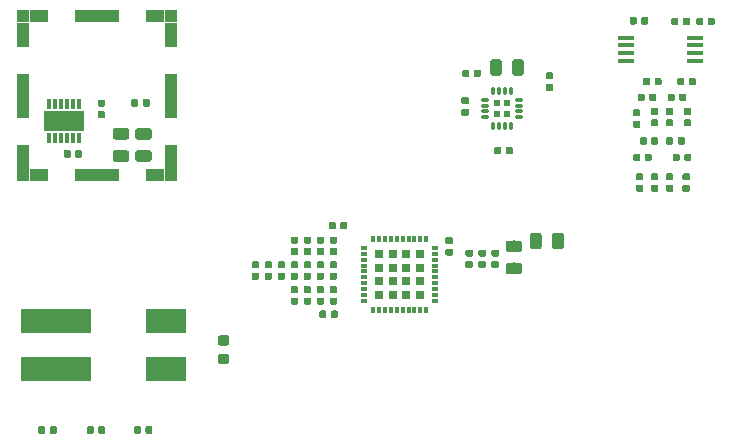
<source format=gbr>
G04 #@! TF.GenerationSoftware,KiCad,Pcbnew,5.1.3-ffb9f22~84~ubuntu18.04.1*
G04 #@! TF.CreationDate,2019-10-12T08:12:31-07:00*
G04 #@! TF.ProjectId,board,626f6172-642e-46b6-9963-61645f706362,rev?*
G04 #@! TF.SameCoordinates,Original*
G04 #@! TF.FileFunction,Paste,Bot*
G04 #@! TF.FilePolarity,Positive*
%FSLAX46Y46*%
G04 Gerber Fmt 4.6, Leading zero omitted, Abs format (unit mm)*
G04 Created by KiCad (PCBNEW 5.1.3-ffb9f22~84~ubuntu18.04.1) date 2019-10-12 08:12:31*
%MOMM*%
%LPD*%
G04 APERTURE LIST*
%ADD10C,0.025400*%
%ADD11C,0.100000*%
%ADD12C,0.975000*%
%ADD13R,0.690000X0.690000*%
%ADD14R,0.300000X0.500000*%
%ADD15R,0.500000X0.300000*%
%ADD16R,1.450000X0.450000*%
%ADD17R,0.304800X0.812800*%
%ADD18R,3.403600X1.803400*%
%ADD19C,0.590000*%
%ADD20O,0.750000X0.300000*%
%ADD21O,0.300000X0.750000*%
%ADD22R,0.540000X0.540000*%
%ADD23C,0.875000*%
%ADD24R,3.500000X2.000000*%
%ADD25R,6.000000X2.000000*%
%ADD26R,1.000000X1.000000*%
%ADD27R,1.650000X1.000000*%
%ADD28R,3.800000X1.000000*%
%ADD29R,1.000000X2.130000*%
%ADD30R,1.000000X3.800000*%
G04 APERTURE END LIST*
D10*
G36*
X98883800Y-110529700D02*
G01*
X97382000Y-110529700D01*
X97382000Y-108926300D01*
X98883800Y-108926300D01*
X98883800Y-110529700D01*
G37*
X98883800Y-110529700D02*
X97382000Y-110529700D01*
X97382000Y-108926300D01*
X98883800Y-108926300D01*
X98883800Y-110529700D01*
G36*
X97182000Y-110529700D02*
G01*
X95680200Y-110529700D01*
X95680200Y-108926300D01*
X97182000Y-108926300D01*
X97182000Y-110529700D01*
G37*
X97182000Y-110529700D02*
X95680200Y-110529700D01*
X95680200Y-108926300D01*
X97182000Y-108926300D01*
X97182000Y-110529700D01*
D11*
G36*
X104493142Y-110336174D02*
G01*
X104516803Y-110339684D01*
X104540007Y-110345496D01*
X104562529Y-110353554D01*
X104584153Y-110363782D01*
X104604670Y-110376079D01*
X104623883Y-110390329D01*
X104641607Y-110406393D01*
X104657671Y-110424117D01*
X104671921Y-110443330D01*
X104684218Y-110463847D01*
X104694446Y-110485471D01*
X104702504Y-110507993D01*
X104708316Y-110531197D01*
X104711826Y-110554858D01*
X104713000Y-110578750D01*
X104713000Y-111066250D01*
X104711826Y-111090142D01*
X104708316Y-111113803D01*
X104702504Y-111137007D01*
X104694446Y-111159529D01*
X104684218Y-111181153D01*
X104671921Y-111201670D01*
X104657671Y-111220883D01*
X104641607Y-111238607D01*
X104623883Y-111254671D01*
X104604670Y-111268921D01*
X104584153Y-111281218D01*
X104562529Y-111291446D01*
X104540007Y-111299504D01*
X104516803Y-111305316D01*
X104493142Y-111308826D01*
X104469250Y-111310000D01*
X103556750Y-111310000D01*
X103532858Y-111308826D01*
X103509197Y-111305316D01*
X103485993Y-111299504D01*
X103463471Y-111291446D01*
X103441847Y-111281218D01*
X103421330Y-111268921D01*
X103402117Y-111254671D01*
X103384393Y-111238607D01*
X103368329Y-111220883D01*
X103354079Y-111201670D01*
X103341782Y-111181153D01*
X103331554Y-111159529D01*
X103323496Y-111137007D01*
X103317684Y-111113803D01*
X103314174Y-111090142D01*
X103313000Y-111066250D01*
X103313000Y-110578750D01*
X103314174Y-110554858D01*
X103317684Y-110531197D01*
X103323496Y-110507993D01*
X103331554Y-110485471D01*
X103341782Y-110463847D01*
X103354079Y-110443330D01*
X103368329Y-110424117D01*
X103384393Y-110406393D01*
X103402117Y-110390329D01*
X103421330Y-110376079D01*
X103441847Y-110363782D01*
X103463471Y-110353554D01*
X103485993Y-110345496D01*
X103509197Y-110339684D01*
X103532858Y-110336174D01*
X103556750Y-110335000D01*
X104469250Y-110335000D01*
X104493142Y-110336174D01*
X104493142Y-110336174D01*
G37*
D12*
X104013000Y-110822500D03*
D11*
G36*
X104493142Y-112211174D02*
G01*
X104516803Y-112214684D01*
X104540007Y-112220496D01*
X104562529Y-112228554D01*
X104584153Y-112238782D01*
X104604670Y-112251079D01*
X104623883Y-112265329D01*
X104641607Y-112281393D01*
X104657671Y-112299117D01*
X104671921Y-112318330D01*
X104684218Y-112338847D01*
X104694446Y-112360471D01*
X104702504Y-112382993D01*
X104708316Y-112406197D01*
X104711826Y-112429858D01*
X104713000Y-112453750D01*
X104713000Y-112941250D01*
X104711826Y-112965142D01*
X104708316Y-112988803D01*
X104702504Y-113012007D01*
X104694446Y-113034529D01*
X104684218Y-113056153D01*
X104671921Y-113076670D01*
X104657671Y-113095883D01*
X104641607Y-113113607D01*
X104623883Y-113129671D01*
X104604670Y-113143921D01*
X104584153Y-113156218D01*
X104562529Y-113166446D01*
X104540007Y-113174504D01*
X104516803Y-113180316D01*
X104493142Y-113183826D01*
X104469250Y-113185000D01*
X103556750Y-113185000D01*
X103532858Y-113183826D01*
X103509197Y-113180316D01*
X103485993Y-113174504D01*
X103463471Y-113166446D01*
X103441847Y-113156218D01*
X103421330Y-113143921D01*
X103402117Y-113129671D01*
X103384393Y-113113607D01*
X103368329Y-113095883D01*
X103354079Y-113076670D01*
X103341782Y-113056153D01*
X103331554Y-113034529D01*
X103323496Y-113012007D01*
X103317684Y-112988803D01*
X103314174Y-112965142D01*
X103313000Y-112941250D01*
X103313000Y-112453750D01*
X103314174Y-112429858D01*
X103317684Y-112406197D01*
X103323496Y-112382993D01*
X103331554Y-112360471D01*
X103341782Y-112338847D01*
X103354079Y-112318330D01*
X103368329Y-112299117D01*
X103384393Y-112281393D01*
X103402117Y-112265329D01*
X103421330Y-112251079D01*
X103441847Y-112238782D01*
X103463471Y-112228554D01*
X103485993Y-112220496D01*
X103509197Y-112214684D01*
X103532858Y-112211174D01*
X103556750Y-112210000D01*
X104469250Y-112210000D01*
X104493142Y-112211174D01*
X104493142Y-112211174D01*
G37*
D12*
X104013000Y-112697500D03*
D11*
G36*
X102588142Y-110336174D02*
G01*
X102611803Y-110339684D01*
X102635007Y-110345496D01*
X102657529Y-110353554D01*
X102679153Y-110363782D01*
X102699670Y-110376079D01*
X102718883Y-110390329D01*
X102736607Y-110406393D01*
X102752671Y-110424117D01*
X102766921Y-110443330D01*
X102779218Y-110463847D01*
X102789446Y-110485471D01*
X102797504Y-110507993D01*
X102803316Y-110531197D01*
X102806826Y-110554858D01*
X102808000Y-110578750D01*
X102808000Y-111066250D01*
X102806826Y-111090142D01*
X102803316Y-111113803D01*
X102797504Y-111137007D01*
X102789446Y-111159529D01*
X102779218Y-111181153D01*
X102766921Y-111201670D01*
X102752671Y-111220883D01*
X102736607Y-111238607D01*
X102718883Y-111254671D01*
X102699670Y-111268921D01*
X102679153Y-111281218D01*
X102657529Y-111291446D01*
X102635007Y-111299504D01*
X102611803Y-111305316D01*
X102588142Y-111308826D01*
X102564250Y-111310000D01*
X101651750Y-111310000D01*
X101627858Y-111308826D01*
X101604197Y-111305316D01*
X101580993Y-111299504D01*
X101558471Y-111291446D01*
X101536847Y-111281218D01*
X101516330Y-111268921D01*
X101497117Y-111254671D01*
X101479393Y-111238607D01*
X101463329Y-111220883D01*
X101449079Y-111201670D01*
X101436782Y-111181153D01*
X101426554Y-111159529D01*
X101418496Y-111137007D01*
X101412684Y-111113803D01*
X101409174Y-111090142D01*
X101408000Y-111066250D01*
X101408000Y-110578750D01*
X101409174Y-110554858D01*
X101412684Y-110531197D01*
X101418496Y-110507993D01*
X101426554Y-110485471D01*
X101436782Y-110463847D01*
X101449079Y-110443330D01*
X101463329Y-110424117D01*
X101479393Y-110406393D01*
X101497117Y-110390329D01*
X101516330Y-110376079D01*
X101536847Y-110363782D01*
X101558471Y-110353554D01*
X101580993Y-110345496D01*
X101604197Y-110339684D01*
X101627858Y-110336174D01*
X101651750Y-110335000D01*
X102564250Y-110335000D01*
X102588142Y-110336174D01*
X102588142Y-110336174D01*
G37*
D12*
X102108000Y-110822500D03*
D11*
G36*
X102588142Y-112211174D02*
G01*
X102611803Y-112214684D01*
X102635007Y-112220496D01*
X102657529Y-112228554D01*
X102679153Y-112238782D01*
X102699670Y-112251079D01*
X102718883Y-112265329D01*
X102736607Y-112281393D01*
X102752671Y-112299117D01*
X102766921Y-112318330D01*
X102779218Y-112338847D01*
X102789446Y-112360471D01*
X102797504Y-112382993D01*
X102803316Y-112406197D01*
X102806826Y-112429858D01*
X102808000Y-112453750D01*
X102808000Y-112941250D01*
X102806826Y-112965142D01*
X102803316Y-112988803D01*
X102797504Y-113012007D01*
X102789446Y-113034529D01*
X102779218Y-113056153D01*
X102766921Y-113076670D01*
X102752671Y-113095883D01*
X102736607Y-113113607D01*
X102718883Y-113129671D01*
X102699670Y-113143921D01*
X102679153Y-113156218D01*
X102657529Y-113166446D01*
X102635007Y-113174504D01*
X102611803Y-113180316D01*
X102588142Y-113183826D01*
X102564250Y-113185000D01*
X101651750Y-113185000D01*
X101627858Y-113183826D01*
X101604197Y-113180316D01*
X101580993Y-113174504D01*
X101558471Y-113166446D01*
X101536847Y-113156218D01*
X101516330Y-113143921D01*
X101497117Y-113129671D01*
X101479393Y-113113607D01*
X101463329Y-113095883D01*
X101449079Y-113076670D01*
X101436782Y-113056153D01*
X101426554Y-113034529D01*
X101418496Y-113012007D01*
X101412684Y-112988803D01*
X101409174Y-112965142D01*
X101408000Y-112941250D01*
X101408000Y-112453750D01*
X101409174Y-112429858D01*
X101412684Y-112406197D01*
X101418496Y-112382993D01*
X101426554Y-112360471D01*
X101436782Y-112338847D01*
X101449079Y-112318330D01*
X101463329Y-112299117D01*
X101479393Y-112281393D01*
X101497117Y-112265329D01*
X101516330Y-112251079D01*
X101536847Y-112238782D01*
X101558471Y-112228554D01*
X101580993Y-112220496D01*
X101604197Y-112214684D01*
X101627858Y-112211174D01*
X101651750Y-112210000D01*
X102564250Y-112210000D01*
X102588142Y-112211174D01*
X102588142Y-112211174D01*
G37*
D12*
X102108000Y-112697500D03*
D11*
G36*
X135862142Y-119861174D02*
G01*
X135885803Y-119864684D01*
X135909007Y-119870496D01*
X135931529Y-119878554D01*
X135953153Y-119888782D01*
X135973670Y-119901079D01*
X135992883Y-119915329D01*
X136010607Y-119931393D01*
X136026671Y-119949117D01*
X136040921Y-119968330D01*
X136053218Y-119988847D01*
X136063446Y-120010471D01*
X136071504Y-120032993D01*
X136077316Y-120056197D01*
X136080826Y-120079858D01*
X136082000Y-120103750D01*
X136082000Y-120591250D01*
X136080826Y-120615142D01*
X136077316Y-120638803D01*
X136071504Y-120662007D01*
X136063446Y-120684529D01*
X136053218Y-120706153D01*
X136040921Y-120726670D01*
X136026671Y-120745883D01*
X136010607Y-120763607D01*
X135992883Y-120779671D01*
X135973670Y-120793921D01*
X135953153Y-120806218D01*
X135931529Y-120816446D01*
X135909007Y-120824504D01*
X135885803Y-120830316D01*
X135862142Y-120833826D01*
X135838250Y-120835000D01*
X134925750Y-120835000D01*
X134901858Y-120833826D01*
X134878197Y-120830316D01*
X134854993Y-120824504D01*
X134832471Y-120816446D01*
X134810847Y-120806218D01*
X134790330Y-120793921D01*
X134771117Y-120779671D01*
X134753393Y-120763607D01*
X134737329Y-120745883D01*
X134723079Y-120726670D01*
X134710782Y-120706153D01*
X134700554Y-120684529D01*
X134692496Y-120662007D01*
X134686684Y-120638803D01*
X134683174Y-120615142D01*
X134682000Y-120591250D01*
X134682000Y-120103750D01*
X134683174Y-120079858D01*
X134686684Y-120056197D01*
X134692496Y-120032993D01*
X134700554Y-120010471D01*
X134710782Y-119988847D01*
X134723079Y-119968330D01*
X134737329Y-119949117D01*
X134753393Y-119931393D01*
X134771117Y-119915329D01*
X134790330Y-119901079D01*
X134810847Y-119888782D01*
X134832471Y-119878554D01*
X134854993Y-119870496D01*
X134878197Y-119864684D01*
X134901858Y-119861174D01*
X134925750Y-119860000D01*
X135838250Y-119860000D01*
X135862142Y-119861174D01*
X135862142Y-119861174D01*
G37*
D12*
X135382000Y-120347500D03*
D11*
G36*
X135862142Y-121736174D02*
G01*
X135885803Y-121739684D01*
X135909007Y-121745496D01*
X135931529Y-121753554D01*
X135953153Y-121763782D01*
X135973670Y-121776079D01*
X135992883Y-121790329D01*
X136010607Y-121806393D01*
X136026671Y-121824117D01*
X136040921Y-121843330D01*
X136053218Y-121863847D01*
X136063446Y-121885471D01*
X136071504Y-121907993D01*
X136077316Y-121931197D01*
X136080826Y-121954858D01*
X136082000Y-121978750D01*
X136082000Y-122466250D01*
X136080826Y-122490142D01*
X136077316Y-122513803D01*
X136071504Y-122537007D01*
X136063446Y-122559529D01*
X136053218Y-122581153D01*
X136040921Y-122601670D01*
X136026671Y-122620883D01*
X136010607Y-122638607D01*
X135992883Y-122654671D01*
X135973670Y-122668921D01*
X135953153Y-122681218D01*
X135931529Y-122691446D01*
X135909007Y-122699504D01*
X135885803Y-122705316D01*
X135862142Y-122708826D01*
X135838250Y-122710000D01*
X134925750Y-122710000D01*
X134901858Y-122708826D01*
X134878197Y-122705316D01*
X134854993Y-122699504D01*
X134832471Y-122691446D01*
X134810847Y-122681218D01*
X134790330Y-122668921D01*
X134771117Y-122654671D01*
X134753393Y-122638607D01*
X134737329Y-122620883D01*
X134723079Y-122601670D01*
X134710782Y-122581153D01*
X134700554Y-122559529D01*
X134692496Y-122537007D01*
X134686684Y-122513803D01*
X134683174Y-122490142D01*
X134682000Y-122466250D01*
X134682000Y-121978750D01*
X134683174Y-121954858D01*
X134686684Y-121931197D01*
X134692496Y-121907993D01*
X134700554Y-121885471D01*
X134710782Y-121863847D01*
X134723079Y-121843330D01*
X134737329Y-121824117D01*
X134753393Y-121806393D01*
X134771117Y-121790329D01*
X134790330Y-121776079D01*
X134810847Y-121763782D01*
X134832471Y-121753554D01*
X134854993Y-121745496D01*
X134878197Y-121739684D01*
X134901858Y-121736174D01*
X134925750Y-121735000D01*
X135838250Y-121735000D01*
X135862142Y-121736174D01*
X135862142Y-121736174D01*
G37*
D12*
X135382000Y-122222500D03*
D13*
X127439000Y-120996000D03*
X127439000Y-122146000D03*
X127439000Y-123296000D03*
X127439000Y-124446000D03*
X126289000Y-120996000D03*
X126289000Y-122146000D03*
X126289000Y-123296000D03*
X126289000Y-124446000D03*
X125139000Y-120996000D03*
X125139000Y-122146000D03*
X125139000Y-123296000D03*
X125139000Y-124446000D03*
X123989000Y-120996000D03*
X123989000Y-122146000D03*
X123989000Y-123296000D03*
X123989000Y-124446000D03*
D14*
X127964000Y-119721000D03*
X127464000Y-119721000D03*
X126964000Y-119721000D03*
X126464000Y-119721000D03*
X125964000Y-119721000D03*
X125464000Y-119721000D03*
X124964000Y-119721000D03*
X124464000Y-119721000D03*
X123964000Y-119721000D03*
X123464000Y-119721000D03*
D15*
X122714000Y-120471000D03*
X122714000Y-120971000D03*
X122714000Y-121471000D03*
X122714000Y-121971000D03*
X122714000Y-122471000D03*
X122714000Y-122971000D03*
X122714000Y-123471000D03*
X122714000Y-123971000D03*
X122714000Y-124471000D03*
X122714000Y-124971000D03*
D14*
X123464000Y-125721000D03*
X123964000Y-125721000D03*
X124464000Y-125721000D03*
X124964000Y-125721000D03*
X125464000Y-125721000D03*
X125964000Y-125721000D03*
X126464000Y-125721000D03*
X126964000Y-125721000D03*
X127464000Y-125721000D03*
X127964000Y-125721000D03*
D15*
X128714000Y-124971000D03*
X128714000Y-124471000D03*
X128714000Y-123971000D03*
X128714000Y-123471000D03*
X128714000Y-122971000D03*
X128714000Y-122471000D03*
X128714000Y-121971000D03*
X128714000Y-121471000D03*
X128714000Y-120971000D03*
X128714000Y-120471000D03*
D11*
G36*
X139381142Y-119189174D02*
G01*
X139404803Y-119192684D01*
X139428007Y-119198496D01*
X139450529Y-119206554D01*
X139472153Y-119216782D01*
X139492670Y-119229079D01*
X139511883Y-119243329D01*
X139529607Y-119259393D01*
X139545671Y-119277117D01*
X139559921Y-119296330D01*
X139572218Y-119316847D01*
X139582446Y-119338471D01*
X139590504Y-119360993D01*
X139596316Y-119384197D01*
X139599826Y-119407858D01*
X139601000Y-119431750D01*
X139601000Y-120344250D01*
X139599826Y-120368142D01*
X139596316Y-120391803D01*
X139590504Y-120415007D01*
X139582446Y-120437529D01*
X139572218Y-120459153D01*
X139559921Y-120479670D01*
X139545671Y-120498883D01*
X139529607Y-120516607D01*
X139511883Y-120532671D01*
X139492670Y-120546921D01*
X139472153Y-120559218D01*
X139450529Y-120569446D01*
X139428007Y-120577504D01*
X139404803Y-120583316D01*
X139381142Y-120586826D01*
X139357250Y-120588000D01*
X138869750Y-120588000D01*
X138845858Y-120586826D01*
X138822197Y-120583316D01*
X138798993Y-120577504D01*
X138776471Y-120569446D01*
X138754847Y-120559218D01*
X138734330Y-120546921D01*
X138715117Y-120532671D01*
X138697393Y-120516607D01*
X138681329Y-120498883D01*
X138667079Y-120479670D01*
X138654782Y-120459153D01*
X138644554Y-120437529D01*
X138636496Y-120415007D01*
X138630684Y-120391803D01*
X138627174Y-120368142D01*
X138626000Y-120344250D01*
X138626000Y-119431750D01*
X138627174Y-119407858D01*
X138630684Y-119384197D01*
X138636496Y-119360993D01*
X138644554Y-119338471D01*
X138654782Y-119316847D01*
X138667079Y-119296330D01*
X138681329Y-119277117D01*
X138697393Y-119259393D01*
X138715117Y-119243329D01*
X138734330Y-119229079D01*
X138754847Y-119216782D01*
X138776471Y-119206554D01*
X138798993Y-119198496D01*
X138822197Y-119192684D01*
X138845858Y-119189174D01*
X138869750Y-119188000D01*
X139357250Y-119188000D01*
X139381142Y-119189174D01*
X139381142Y-119189174D01*
G37*
D12*
X139113500Y-119888000D03*
D11*
G36*
X137506142Y-119189174D02*
G01*
X137529803Y-119192684D01*
X137553007Y-119198496D01*
X137575529Y-119206554D01*
X137597153Y-119216782D01*
X137617670Y-119229079D01*
X137636883Y-119243329D01*
X137654607Y-119259393D01*
X137670671Y-119277117D01*
X137684921Y-119296330D01*
X137697218Y-119316847D01*
X137707446Y-119338471D01*
X137715504Y-119360993D01*
X137721316Y-119384197D01*
X137724826Y-119407858D01*
X137726000Y-119431750D01*
X137726000Y-120344250D01*
X137724826Y-120368142D01*
X137721316Y-120391803D01*
X137715504Y-120415007D01*
X137707446Y-120437529D01*
X137697218Y-120459153D01*
X137684921Y-120479670D01*
X137670671Y-120498883D01*
X137654607Y-120516607D01*
X137636883Y-120532671D01*
X137617670Y-120546921D01*
X137597153Y-120559218D01*
X137575529Y-120569446D01*
X137553007Y-120577504D01*
X137529803Y-120583316D01*
X137506142Y-120586826D01*
X137482250Y-120588000D01*
X136994750Y-120588000D01*
X136970858Y-120586826D01*
X136947197Y-120583316D01*
X136923993Y-120577504D01*
X136901471Y-120569446D01*
X136879847Y-120559218D01*
X136859330Y-120546921D01*
X136840117Y-120532671D01*
X136822393Y-120516607D01*
X136806329Y-120498883D01*
X136792079Y-120479670D01*
X136779782Y-120459153D01*
X136769554Y-120437529D01*
X136761496Y-120415007D01*
X136755684Y-120391803D01*
X136752174Y-120368142D01*
X136751000Y-120344250D01*
X136751000Y-119431750D01*
X136752174Y-119407858D01*
X136755684Y-119384197D01*
X136761496Y-119360993D01*
X136769554Y-119338471D01*
X136779782Y-119316847D01*
X136792079Y-119296330D01*
X136806329Y-119277117D01*
X136822393Y-119259393D01*
X136840117Y-119243329D01*
X136859330Y-119229079D01*
X136879847Y-119216782D01*
X136901471Y-119206554D01*
X136923993Y-119198496D01*
X136947197Y-119192684D01*
X136970858Y-119189174D01*
X136994750Y-119188000D01*
X137482250Y-119188000D01*
X137506142Y-119189174D01*
X137506142Y-119189174D01*
G37*
D12*
X137238500Y-119888000D03*
D16*
X150746200Y-102683800D03*
X150746200Y-103333800D03*
X150746200Y-103983800D03*
X150746200Y-104633800D03*
X144846200Y-104633800D03*
X144846200Y-103983800D03*
X144846200Y-103333800D03*
X144846200Y-102683800D03*
D17*
X98532000Y-111175800D03*
X98032000Y-111175800D03*
X97532000Y-111175800D03*
X97032000Y-111175800D03*
X96532000Y-111175800D03*
X96032000Y-111175800D03*
X96032000Y-108280200D03*
X96532000Y-108280200D03*
X97032000Y-108280200D03*
X97532000Y-108280200D03*
X98032000Y-108280200D03*
X98532000Y-108280200D03*
D18*
X97282000Y-109728000D03*
D11*
G36*
X119186958Y-119520710D02*
G01*
X119201276Y-119522834D01*
X119215317Y-119526351D01*
X119228946Y-119531228D01*
X119242031Y-119537417D01*
X119254447Y-119544858D01*
X119266073Y-119553481D01*
X119276798Y-119563202D01*
X119286519Y-119573927D01*
X119295142Y-119585553D01*
X119302583Y-119597969D01*
X119308772Y-119611054D01*
X119313649Y-119624683D01*
X119317166Y-119638724D01*
X119319290Y-119653042D01*
X119320000Y-119667500D01*
X119320000Y-119962500D01*
X119319290Y-119976958D01*
X119317166Y-119991276D01*
X119313649Y-120005317D01*
X119308772Y-120018946D01*
X119302583Y-120032031D01*
X119295142Y-120044447D01*
X119286519Y-120056073D01*
X119276798Y-120066798D01*
X119266073Y-120076519D01*
X119254447Y-120085142D01*
X119242031Y-120092583D01*
X119228946Y-120098772D01*
X119215317Y-120103649D01*
X119201276Y-120107166D01*
X119186958Y-120109290D01*
X119172500Y-120110000D01*
X118827500Y-120110000D01*
X118813042Y-120109290D01*
X118798724Y-120107166D01*
X118784683Y-120103649D01*
X118771054Y-120098772D01*
X118757969Y-120092583D01*
X118745553Y-120085142D01*
X118733927Y-120076519D01*
X118723202Y-120066798D01*
X118713481Y-120056073D01*
X118704858Y-120044447D01*
X118697417Y-120032031D01*
X118691228Y-120018946D01*
X118686351Y-120005317D01*
X118682834Y-119991276D01*
X118680710Y-119976958D01*
X118680000Y-119962500D01*
X118680000Y-119667500D01*
X118680710Y-119653042D01*
X118682834Y-119638724D01*
X118686351Y-119624683D01*
X118691228Y-119611054D01*
X118697417Y-119597969D01*
X118704858Y-119585553D01*
X118713481Y-119573927D01*
X118723202Y-119563202D01*
X118733927Y-119553481D01*
X118745553Y-119544858D01*
X118757969Y-119537417D01*
X118771054Y-119531228D01*
X118784683Y-119526351D01*
X118798724Y-119522834D01*
X118813042Y-119520710D01*
X118827500Y-119520000D01*
X119172500Y-119520000D01*
X119186958Y-119520710D01*
X119186958Y-119520710D01*
G37*
D19*
X119000000Y-119815000D03*
D11*
G36*
X119186958Y-120490710D02*
G01*
X119201276Y-120492834D01*
X119215317Y-120496351D01*
X119228946Y-120501228D01*
X119242031Y-120507417D01*
X119254447Y-120514858D01*
X119266073Y-120523481D01*
X119276798Y-120533202D01*
X119286519Y-120543927D01*
X119295142Y-120555553D01*
X119302583Y-120567969D01*
X119308772Y-120581054D01*
X119313649Y-120594683D01*
X119317166Y-120608724D01*
X119319290Y-120623042D01*
X119320000Y-120637500D01*
X119320000Y-120932500D01*
X119319290Y-120946958D01*
X119317166Y-120961276D01*
X119313649Y-120975317D01*
X119308772Y-120988946D01*
X119302583Y-121002031D01*
X119295142Y-121014447D01*
X119286519Y-121026073D01*
X119276798Y-121036798D01*
X119266073Y-121046519D01*
X119254447Y-121055142D01*
X119242031Y-121062583D01*
X119228946Y-121068772D01*
X119215317Y-121073649D01*
X119201276Y-121077166D01*
X119186958Y-121079290D01*
X119172500Y-121080000D01*
X118827500Y-121080000D01*
X118813042Y-121079290D01*
X118798724Y-121077166D01*
X118784683Y-121073649D01*
X118771054Y-121068772D01*
X118757969Y-121062583D01*
X118745553Y-121055142D01*
X118733927Y-121046519D01*
X118723202Y-121036798D01*
X118713481Y-121026073D01*
X118704858Y-121014447D01*
X118697417Y-121002031D01*
X118691228Y-120988946D01*
X118686351Y-120975317D01*
X118682834Y-120961276D01*
X118680710Y-120946958D01*
X118680000Y-120932500D01*
X118680000Y-120637500D01*
X118680710Y-120623042D01*
X118682834Y-120608724D01*
X118686351Y-120594683D01*
X118691228Y-120581054D01*
X118697417Y-120567969D01*
X118704858Y-120555553D01*
X118713481Y-120543927D01*
X118723202Y-120533202D01*
X118733927Y-120523481D01*
X118745553Y-120514858D01*
X118757969Y-120507417D01*
X118771054Y-120501228D01*
X118784683Y-120496351D01*
X118798724Y-120492834D01*
X118813042Y-120490710D01*
X118827500Y-120490000D01*
X119172500Y-120490000D01*
X119186958Y-120490710D01*
X119186958Y-120490710D01*
G37*
D19*
X119000000Y-120785000D03*
D11*
G36*
X118086958Y-120490710D02*
G01*
X118101276Y-120492834D01*
X118115317Y-120496351D01*
X118128946Y-120501228D01*
X118142031Y-120507417D01*
X118154447Y-120514858D01*
X118166073Y-120523481D01*
X118176798Y-120533202D01*
X118186519Y-120543927D01*
X118195142Y-120555553D01*
X118202583Y-120567969D01*
X118208772Y-120581054D01*
X118213649Y-120594683D01*
X118217166Y-120608724D01*
X118219290Y-120623042D01*
X118220000Y-120637500D01*
X118220000Y-120932500D01*
X118219290Y-120946958D01*
X118217166Y-120961276D01*
X118213649Y-120975317D01*
X118208772Y-120988946D01*
X118202583Y-121002031D01*
X118195142Y-121014447D01*
X118186519Y-121026073D01*
X118176798Y-121036798D01*
X118166073Y-121046519D01*
X118154447Y-121055142D01*
X118142031Y-121062583D01*
X118128946Y-121068772D01*
X118115317Y-121073649D01*
X118101276Y-121077166D01*
X118086958Y-121079290D01*
X118072500Y-121080000D01*
X117727500Y-121080000D01*
X117713042Y-121079290D01*
X117698724Y-121077166D01*
X117684683Y-121073649D01*
X117671054Y-121068772D01*
X117657969Y-121062583D01*
X117645553Y-121055142D01*
X117633927Y-121046519D01*
X117623202Y-121036798D01*
X117613481Y-121026073D01*
X117604858Y-121014447D01*
X117597417Y-121002031D01*
X117591228Y-120988946D01*
X117586351Y-120975317D01*
X117582834Y-120961276D01*
X117580710Y-120946958D01*
X117580000Y-120932500D01*
X117580000Y-120637500D01*
X117580710Y-120623042D01*
X117582834Y-120608724D01*
X117586351Y-120594683D01*
X117591228Y-120581054D01*
X117597417Y-120567969D01*
X117604858Y-120555553D01*
X117613481Y-120543927D01*
X117623202Y-120533202D01*
X117633927Y-120523481D01*
X117645553Y-120514858D01*
X117657969Y-120507417D01*
X117671054Y-120501228D01*
X117684683Y-120496351D01*
X117698724Y-120492834D01*
X117713042Y-120490710D01*
X117727500Y-120490000D01*
X118072500Y-120490000D01*
X118086958Y-120490710D01*
X118086958Y-120490710D01*
G37*
D19*
X117900000Y-120785000D03*
D11*
G36*
X118086958Y-119520710D02*
G01*
X118101276Y-119522834D01*
X118115317Y-119526351D01*
X118128946Y-119531228D01*
X118142031Y-119537417D01*
X118154447Y-119544858D01*
X118166073Y-119553481D01*
X118176798Y-119563202D01*
X118186519Y-119573927D01*
X118195142Y-119585553D01*
X118202583Y-119597969D01*
X118208772Y-119611054D01*
X118213649Y-119624683D01*
X118217166Y-119638724D01*
X118219290Y-119653042D01*
X118220000Y-119667500D01*
X118220000Y-119962500D01*
X118219290Y-119976958D01*
X118217166Y-119991276D01*
X118213649Y-120005317D01*
X118208772Y-120018946D01*
X118202583Y-120032031D01*
X118195142Y-120044447D01*
X118186519Y-120056073D01*
X118176798Y-120066798D01*
X118166073Y-120076519D01*
X118154447Y-120085142D01*
X118142031Y-120092583D01*
X118128946Y-120098772D01*
X118115317Y-120103649D01*
X118101276Y-120107166D01*
X118086958Y-120109290D01*
X118072500Y-120110000D01*
X117727500Y-120110000D01*
X117713042Y-120109290D01*
X117698724Y-120107166D01*
X117684683Y-120103649D01*
X117671054Y-120098772D01*
X117657969Y-120092583D01*
X117645553Y-120085142D01*
X117633927Y-120076519D01*
X117623202Y-120066798D01*
X117613481Y-120056073D01*
X117604858Y-120044447D01*
X117597417Y-120032031D01*
X117591228Y-120018946D01*
X117586351Y-120005317D01*
X117582834Y-119991276D01*
X117580710Y-119976958D01*
X117580000Y-119962500D01*
X117580000Y-119667500D01*
X117580710Y-119653042D01*
X117582834Y-119638724D01*
X117586351Y-119624683D01*
X117591228Y-119611054D01*
X117597417Y-119597969D01*
X117604858Y-119585553D01*
X117613481Y-119573927D01*
X117623202Y-119563202D01*
X117633927Y-119553481D01*
X117645553Y-119544858D01*
X117657969Y-119537417D01*
X117671054Y-119531228D01*
X117684683Y-119526351D01*
X117698724Y-119522834D01*
X117713042Y-119520710D01*
X117727500Y-119520000D01*
X118072500Y-119520000D01*
X118086958Y-119520710D01*
X118086958Y-119520710D01*
G37*
D19*
X117900000Y-119815000D03*
D11*
G36*
X119186958Y-124690710D02*
G01*
X119201276Y-124692834D01*
X119215317Y-124696351D01*
X119228946Y-124701228D01*
X119242031Y-124707417D01*
X119254447Y-124714858D01*
X119266073Y-124723481D01*
X119276798Y-124733202D01*
X119286519Y-124743927D01*
X119295142Y-124755553D01*
X119302583Y-124767969D01*
X119308772Y-124781054D01*
X119313649Y-124794683D01*
X119317166Y-124808724D01*
X119319290Y-124823042D01*
X119320000Y-124837500D01*
X119320000Y-125132500D01*
X119319290Y-125146958D01*
X119317166Y-125161276D01*
X119313649Y-125175317D01*
X119308772Y-125188946D01*
X119302583Y-125202031D01*
X119295142Y-125214447D01*
X119286519Y-125226073D01*
X119276798Y-125236798D01*
X119266073Y-125246519D01*
X119254447Y-125255142D01*
X119242031Y-125262583D01*
X119228946Y-125268772D01*
X119215317Y-125273649D01*
X119201276Y-125277166D01*
X119186958Y-125279290D01*
X119172500Y-125280000D01*
X118827500Y-125280000D01*
X118813042Y-125279290D01*
X118798724Y-125277166D01*
X118784683Y-125273649D01*
X118771054Y-125268772D01*
X118757969Y-125262583D01*
X118745553Y-125255142D01*
X118733927Y-125246519D01*
X118723202Y-125236798D01*
X118713481Y-125226073D01*
X118704858Y-125214447D01*
X118697417Y-125202031D01*
X118691228Y-125188946D01*
X118686351Y-125175317D01*
X118682834Y-125161276D01*
X118680710Y-125146958D01*
X118680000Y-125132500D01*
X118680000Y-124837500D01*
X118680710Y-124823042D01*
X118682834Y-124808724D01*
X118686351Y-124794683D01*
X118691228Y-124781054D01*
X118697417Y-124767969D01*
X118704858Y-124755553D01*
X118713481Y-124743927D01*
X118723202Y-124733202D01*
X118733927Y-124723481D01*
X118745553Y-124714858D01*
X118757969Y-124707417D01*
X118771054Y-124701228D01*
X118784683Y-124696351D01*
X118798724Y-124692834D01*
X118813042Y-124690710D01*
X118827500Y-124690000D01*
X119172500Y-124690000D01*
X119186958Y-124690710D01*
X119186958Y-124690710D01*
G37*
D19*
X119000000Y-124985000D03*
D11*
G36*
X119186958Y-123720710D02*
G01*
X119201276Y-123722834D01*
X119215317Y-123726351D01*
X119228946Y-123731228D01*
X119242031Y-123737417D01*
X119254447Y-123744858D01*
X119266073Y-123753481D01*
X119276798Y-123763202D01*
X119286519Y-123773927D01*
X119295142Y-123785553D01*
X119302583Y-123797969D01*
X119308772Y-123811054D01*
X119313649Y-123824683D01*
X119317166Y-123838724D01*
X119319290Y-123853042D01*
X119320000Y-123867500D01*
X119320000Y-124162500D01*
X119319290Y-124176958D01*
X119317166Y-124191276D01*
X119313649Y-124205317D01*
X119308772Y-124218946D01*
X119302583Y-124232031D01*
X119295142Y-124244447D01*
X119286519Y-124256073D01*
X119276798Y-124266798D01*
X119266073Y-124276519D01*
X119254447Y-124285142D01*
X119242031Y-124292583D01*
X119228946Y-124298772D01*
X119215317Y-124303649D01*
X119201276Y-124307166D01*
X119186958Y-124309290D01*
X119172500Y-124310000D01*
X118827500Y-124310000D01*
X118813042Y-124309290D01*
X118798724Y-124307166D01*
X118784683Y-124303649D01*
X118771054Y-124298772D01*
X118757969Y-124292583D01*
X118745553Y-124285142D01*
X118733927Y-124276519D01*
X118723202Y-124266798D01*
X118713481Y-124256073D01*
X118704858Y-124244447D01*
X118697417Y-124232031D01*
X118691228Y-124218946D01*
X118686351Y-124205317D01*
X118682834Y-124191276D01*
X118680710Y-124176958D01*
X118680000Y-124162500D01*
X118680000Y-123867500D01*
X118680710Y-123853042D01*
X118682834Y-123838724D01*
X118686351Y-123824683D01*
X118691228Y-123811054D01*
X118697417Y-123797969D01*
X118704858Y-123785553D01*
X118713481Y-123773927D01*
X118723202Y-123763202D01*
X118733927Y-123753481D01*
X118745553Y-123744858D01*
X118757969Y-123737417D01*
X118771054Y-123731228D01*
X118784683Y-123726351D01*
X118798724Y-123722834D01*
X118813042Y-123720710D01*
X118827500Y-123720000D01*
X119172500Y-123720000D01*
X119186958Y-123720710D01*
X119186958Y-123720710D01*
G37*
D19*
X119000000Y-124015000D03*
D11*
G36*
X103435958Y-107884710D02*
G01*
X103450276Y-107886834D01*
X103464317Y-107890351D01*
X103477946Y-107895228D01*
X103491031Y-107901417D01*
X103503447Y-107908858D01*
X103515073Y-107917481D01*
X103525798Y-107927202D01*
X103535519Y-107937927D01*
X103544142Y-107949553D01*
X103551583Y-107961969D01*
X103557772Y-107975054D01*
X103562649Y-107988683D01*
X103566166Y-108002724D01*
X103568290Y-108017042D01*
X103569000Y-108031500D01*
X103569000Y-108376500D01*
X103568290Y-108390958D01*
X103566166Y-108405276D01*
X103562649Y-108419317D01*
X103557772Y-108432946D01*
X103551583Y-108446031D01*
X103544142Y-108458447D01*
X103535519Y-108470073D01*
X103525798Y-108480798D01*
X103515073Y-108490519D01*
X103503447Y-108499142D01*
X103491031Y-108506583D01*
X103477946Y-108512772D01*
X103464317Y-108517649D01*
X103450276Y-108521166D01*
X103435958Y-108523290D01*
X103421500Y-108524000D01*
X103126500Y-108524000D01*
X103112042Y-108523290D01*
X103097724Y-108521166D01*
X103083683Y-108517649D01*
X103070054Y-108512772D01*
X103056969Y-108506583D01*
X103044553Y-108499142D01*
X103032927Y-108490519D01*
X103022202Y-108480798D01*
X103012481Y-108470073D01*
X103003858Y-108458447D01*
X102996417Y-108446031D01*
X102990228Y-108432946D01*
X102985351Y-108419317D01*
X102981834Y-108405276D01*
X102979710Y-108390958D01*
X102979000Y-108376500D01*
X102979000Y-108031500D01*
X102979710Y-108017042D01*
X102981834Y-108002724D01*
X102985351Y-107988683D01*
X102990228Y-107975054D01*
X102996417Y-107961969D01*
X103003858Y-107949553D01*
X103012481Y-107937927D01*
X103022202Y-107927202D01*
X103032927Y-107917481D01*
X103044553Y-107908858D01*
X103056969Y-107901417D01*
X103070054Y-107895228D01*
X103083683Y-107890351D01*
X103097724Y-107886834D01*
X103112042Y-107884710D01*
X103126500Y-107884000D01*
X103421500Y-107884000D01*
X103435958Y-107884710D01*
X103435958Y-107884710D01*
G37*
D19*
X103274000Y-108204000D03*
D11*
G36*
X104405958Y-107884710D02*
G01*
X104420276Y-107886834D01*
X104434317Y-107890351D01*
X104447946Y-107895228D01*
X104461031Y-107901417D01*
X104473447Y-107908858D01*
X104485073Y-107917481D01*
X104495798Y-107927202D01*
X104505519Y-107937927D01*
X104514142Y-107949553D01*
X104521583Y-107961969D01*
X104527772Y-107975054D01*
X104532649Y-107988683D01*
X104536166Y-108002724D01*
X104538290Y-108017042D01*
X104539000Y-108031500D01*
X104539000Y-108376500D01*
X104538290Y-108390958D01*
X104536166Y-108405276D01*
X104532649Y-108419317D01*
X104527772Y-108432946D01*
X104521583Y-108446031D01*
X104514142Y-108458447D01*
X104505519Y-108470073D01*
X104495798Y-108480798D01*
X104485073Y-108490519D01*
X104473447Y-108499142D01*
X104461031Y-108506583D01*
X104447946Y-108512772D01*
X104434317Y-108517649D01*
X104420276Y-108521166D01*
X104405958Y-108523290D01*
X104391500Y-108524000D01*
X104096500Y-108524000D01*
X104082042Y-108523290D01*
X104067724Y-108521166D01*
X104053683Y-108517649D01*
X104040054Y-108512772D01*
X104026969Y-108506583D01*
X104014553Y-108499142D01*
X104002927Y-108490519D01*
X103992202Y-108480798D01*
X103982481Y-108470073D01*
X103973858Y-108458447D01*
X103966417Y-108446031D01*
X103960228Y-108432946D01*
X103955351Y-108419317D01*
X103951834Y-108405276D01*
X103949710Y-108390958D01*
X103949000Y-108376500D01*
X103949000Y-108031500D01*
X103949710Y-108017042D01*
X103951834Y-108002724D01*
X103955351Y-107988683D01*
X103960228Y-107975054D01*
X103966417Y-107961969D01*
X103973858Y-107949553D01*
X103982481Y-107937927D01*
X103992202Y-107927202D01*
X104002927Y-107917481D01*
X104014553Y-107908858D01*
X104026969Y-107901417D01*
X104040054Y-107895228D01*
X104053683Y-107890351D01*
X104067724Y-107886834D01*
X104082042Y-107884710D01*
X104096500Y-107884000D01*
X104391500Y-107884000D01*
X104405958Y-107884710D01*
X104405958Y-107884710D01*
G37*
D19*
X104244000Y-108204000D03*
D11*
G36*
X98690958Y-112202710D02*
G01*
X98705276Y-112204834D01*
X98719317Y-112208351D01*
X98732946Y-112213228D01*
X98746031Y-112219417D01*
X98758447Y-112226858D01*
X98770073Y-112235481D01*
X98780798Y-112245202D01*
X98790519Y-112255927D01*
X98799142Y-112267553D01*
X98806583Y-112279969D01*
X98812772Y-112293054D01*
X98817649Y-112306683D01*
X98821166Y-112320724D01*
X98823290Y-112335042D01*
X98824000Y-112349500D01*
X98824000Y-112694500D01*
X98823290Y-112708958D01*
X98821166Y-112723276D01*
X98817649Y-112737317D01*
X98812772Y-112750946D01*
X98806583Y-112764031D01*
X98799142Y-112776447D01*
X98790519Y-112788073D01*
X98780798Y-112798798D01*
X98770073Y-112808519D01*
X98758447Y-112817142D01*
X98746031Y-112824583D01*
X98732946Y-112830772D01*
X98719317Y-112835649D01*
X98705276Y-112839166D01*
X98690958Y-112841290D01*
X98676500Y-112842000D01*
X98381500Y-112842000D01*
X98367042Y-112841290D01*
X98352724Y-112839166D01*
X98338683Y-112835649D01*
X98325054Y-112830772D01*
X98311969Y-112824583D01*
X98299553Y-112817142D01*
X98287927Y-112808519D01*
X98277202Y-112798798D01*
X98267481Y-112788073D01*
X98258858Y-112776447D01*
X98251417Y-112764031D01*
X98245228Y-112750946D01*
X98240351Y-112737317D01*
X98236834Y-112723276D01*
X98234710Y-112708958D01*
X98234000Y-112694500D01*
X98234000Y-112349500D01*
X98234710Y-112335042D01*
X98236834Y-112320724D01*
X98240351Y-112306683D01*
X98245228Y-112293054D01*
X98251417Y-112279969D01*
X98258858Y-112267553D01*
X98267481Y-112255927D01*
X98277202Y-112245202D01*
X98287927Y-112235481D01*
X98299553Y-112226858D01*
X98311969Y-112219417D01*
X98325054Y-112213228D01*
X98338683Y-112208351D01*
X98352724Y-112204834D01*
X98367042Y-112202710D01*
X98381500Y-112202000D01*
X98676500Y-112202000D01*
X98690958Y-112202710D01*
X98690958Y-112202710D01*
G37*
D19*
X98529000Y-112522000D03*
D11*
G36*
X97720958Y-112202710D02*
G01*
X97735276Y-112204834D01*
X97749317Y-112208351D01*
X97762946Y-112213228D01*
X97776031Y-112219417D01*
X97788447Y-112226858D01*
X97800073Y-112235481D01*
X97810798Y-112245202D01*
X97820519Y-112255927D01*
X97829142Y-112267553D01*
X97836583Y-112279969D01*
X97842772Y-112293054D01*
X97847649Y-112306683D01*
X97851166Y-112320724D01*
X97853290Y-112335042D01*
X97854000Y-112349500D01*
X97854000Y-112694500D01*
X97853290Y-112708958D01*
X97851166Y-112723276D01*
X97847649Y-112737317D01*
X97842772Y-112750946D01*
X97836583Y-112764031D01*
X97829142Y-112776447D01*
X97820519Y-112788073D01*
X97810798Y-112798798D01*
X97800073Y-112808519D01*
X97788447Y-112817142D01*
X97776031Y-112824583D01*
X97762946Y-112830772D01*
X97749317Y-112835649D01*
X97735276Y-112839166D01*
X97720958Y-112841290D01*
X97706500Y-112842000D01*
X97411500Y-112842000D01*
X97397042Y-112841290D01*
X97382724Y-112839166D01*
X97368683Y-112835649D01*
X97355054Y-112830772D01*
X97341969Y-112824583D01*
X97329553Y-112817142D01*
X97317927Y-112808519D01*
X97307202Y-112798798D01*
X97297481Y-112788073D01*
X97288858Y-112776447D01*
X97281417Y-112764031D01*
X97275228Y-112750946D01*
X97270351Y-112737317D01*
X97266834Y-112723276D01*
X97264710Y-112708958D01*
X97264000Y-112694500D01*
X97264000Y-112349500D01*
X97264710Y-112335042D01*
X97266834Y-112320724D01*
X97270351Y-112306683D01*
X97275228Y-112293054D01*
X97281417Y-112279969D01*
X97288858Y-112267553D01*
X97297481Y-112255927D01*
X97307202Y-112245202D01*
X97317927Y-112235481D01*
X97329553Y-112226858D01*
X97341969Y-112219417D01*
X97355054Y-112213228D01*
X97368683Y-112208351D01*
X97382724Y-112204834D01*
X97397042Y-112202710D01*
X97411500Y-112202000D01*
X97706500Y-112202000D01*
X97720958Y-112202710D01*
X97720958Y-112202710D01*
G37*
D19*
X97559000Y-112522000D03*
D11*
G36*
X116986958Y-123720710D02*
G01*
X117001276Y-123722834D01*
X117015317Y-123726351D01*
X117028946Y-123731228D01*
X117042031Y-123737417D01*
X117054447Y-123744858D01*
X117066073Y-123753481D01*
X117076798Y-123763202D01*
X117086519Y-123773927D01*
X117095142Y-123785553D01*
X117102583Y-123797969D01*
X117108772Y-123811054D01*
X117113649Y-123824683D01*
X117117166Y-123838724D01*
X117119290Y-123853042D01*
X117120000Y-123867500D01*
X117120000Y-124162500D01*
X117119290Y-124176958D01*
X117117166Y-124191276D01*
X117113649Y-124205317D01*
X117108772Y-124218946D01*
X117102583Y-124232031D01*
X117095142Y-124244447D01*
X117086519Y-124256073D01*
X117076798Y-124266798D01*
X117066073Y-124276519D01*
X117054447Y-124285142D01*
X117042031Y-124292583D01*
X117028946Y-124298772D01*
X117015317Y-124303649D01*
X117001276Y-124307166D01*
X116986958Y-124309290D01*
X116972500Y-124310000D01*
X116627500Y-124310000D01*
X116613042Y-124309290D01*
X116598724Y-124307166D01*
X116584683Y-124303649D01*
X116571054Y-124298772D01*
X116557969Y-124292583D01*
X116545553Y-124285142D01*
X116533927Y-124276519D01*
X116523202Y-124266798D01*
X116513481Y-124256073D01*
X116504858Y-124244447D01*
X116497417Y-124232031D01*
X116491228Y-124218946D01*
X116486351Y-124205317D01*
X116482834Y-124191276D01*
X116480710Y-124176958D01*
X116480000Y-124162500D01*
X116480000Y-123867500D01*
X116480710Y-123853042D01*
X116482834Y-123838724D01*
X116486351Y-123824683D01*
X116491228Y-123811054D01*
X116497417Y-123797969D01*
X116504858Y-123785553D01*
X116513481Y-123773927D01*
X116523202Y-123763202D01*
X116533927Y-123753481D01*
X116545553Y-123744858D01*
X116557969Y-123737417D01*
X116571054Y-123731228D01*
X116584683Y-123726351D01*
X116598724Y-123722834D01*
X116613042Y-123720710D01*
X116627500Y-123720000D01*
X116972500Y-123720000D01*
X116986958Y-123720710D01*
X116986958Y-123720710D01*
G37*
D19*
X116800000Y-124015000D03*
D11*
G36*
X116986958Y-124690710D02*
G01*
X117001276Y-124692834D01*
X117015317Y-124696351D01*
X117028946Y-124701228D01*
X117042031Y-124707417D01*
X117054447Y-124714858D01*
X117066073Y-124723481D01*
X117076798Y-124733202D01*
X117086519Y-124743927D01*
X117095142Y-124755553D01*
X117102583Y-124767969D01*
X117108772Y-124781054D01*
X117113649Y-124794683D01*
X117117166Y-124808724D01*
X117119290Y-124823042D01*
X117120000Y-124837500D01*
X117120000Y-125132500D01*
X117119290Y-125146958D01*
X117117166Y-125161276D01*
X117113649Y-125175317D01*
X117108772Y-125188946D01*
X117102583Y-125202031D01*
X117095142Y-125214447D01*
X117086519Y-125226073D01*
X117076798Y-125236798D01*
X117066073Y-125246519D01*
X117054447Y-125255142D01*
X117042031Y-125262583D01*
X117028946Y-125268772D01*
X117015317Y-125273649D01*
X117001276Y-125277166D01*
X116986958Y-125279290D01*
X116972500Y-125280000D01*
X116627500Y-125280000D01*
X116613042Y-125279290D01*
X116598724Y-125277166D01*
X116584683Y-125273649D01*
X116571054Y-125268772D01*
X116557969Y-125262583D01*
X116545553Y-125255142D01*
X116533927Y-125246519D01*
X116523202Y-125236798D01*
X116513481Y-125226073D01*
X116504858Y-125214447D01*
X116497417Y-125202031D01*
X116491228Y-125188946D01*
X116486351Y-125175317D01*
X116482834Y-125161276D01*
X116480710Y-125146958D01*
X116480000Y-125132500D01*
X116480000Y-124837500D01*
X116480710Y-124823042D01*
X116482834Y-124808724D01*
X116486351Y-124794683D01*
X116491228Y-124781054D01*
X116497417Y-124767969D01*
X116504858Y-124755553D01*
X116513481Y-124743927D01*
X116523202Y-124733202D01*
X116533927Y-124723481D01*
X116545553Y-124714858D01*
X116557969Y-124707417D01*
X116571054Y-124701228D01*
X116584683Y-124696351D01*
X116598724Y-124692834D01*
X116613042Y-124690710D01*
X116627500Y-124690000D01*
X116972500Y-124690000D01*
X116986958Y-124690710D01*
X116986958Y-124690710D01*
G37*
D19*
X116800000Y-124985000D03*
D11*
G36*
X120286958Y-120490710D02*
G01*
X120301276Y-120492834D01*
X120315317Y-120496351D01*
X120328946Y-120501228D01*
X120342031Y-120507417D01*
X120354447Y-120514858D01*
X120366073Y-120523481D01*
X120376798Y-120533202D01*
X120386519Y-120543927D01*
X120395142Y-120555553D01*
X120402583Y-120567969D01*
X120408772Y-120581054D01*
X120413649Y-120594683D01*
X120417166Y-120608724D01*
X120419290Y-120623042D01*
X120420000Y-120637500D01*
X120420000Y-120932500D01*
X120419290Y-120946958D01*
X120417166Y-120961276D01*
X120413649Y-120975317D01*
X120408772Y-120988946D01*
X120402583Y-121002031D01*
X120395142Y-121014447D01*
X120386519Y-121026073D01*
X120376798Y-121036798D01*
X120366073Y-121046519D01*
X120354447Y-121055142D01*
X120342031Y-121062583D01*
X120328946Y-121068772D01*
X120315317Y-121073649D01*
X120301276Y-121077166D01*
X120286958Y-121079290D01*
X120272500Y-121080000D01*
X119927500Y-121080000D01*
X119913042Y-121079290D01*
X119898724Y-121077166D01*
X119884683Y-121073649D01*
X119871054Y-121068772D01*
X119857969Y-121062583D01*
X119845553Y-121055142D01*
X119833927Y-121046519D01*
X119823202Y-121036798D01*
X119813481Y-121026073D01*
X119804858Y-121014447D01*
X119797417Y-121002031D01*
X119791228Y-120988946D01*
X119786351Y-120975317D01*
X119782834Y-120961276D01*
X119780710Y-120946958D01*
X119780000Y-120932500D01*
X119780000Y-120637500D01*
X119780710Y-120623042D01*
X119782834Y-120608724D01*
X119786351Y-120594683D01*
X119791228Y-120581054D01*
X119797417Y-120567969D01*
X119804858Y-120555553D01*
X119813481Y-120543927D01*
X119823202Y-120533202D01*
X119833927Y-120523481D01*
X119845553Y-120514858D01*
X119857969Y-120507417D01*
X119871054Y-120501228D01*
X119884683Y-120496351D01*
X119898724Y-120492834D01*
X119913042Y-120490710D01*
X119927500Y-120490000D01*
X120272500Y-120490000D01*
X120286958Y-120490710D01*
X120286958Y-120490710D01*
G37*
D19*
X120100000Y-120785000D03*
D11*
G36*
X120286958Y-119520710D02*
G01*
X120301276Y-119522834D01*
X120315317Y-119526351D01*
X120328946Y-119531228D01*
X120342031Y-119537417D01*
X120354447Y-119544858D01*
X120366073Y-119553481D01*
X120376798Y-119563202D01*
X120386519Y-119573927D01*
X120395142Y-119585553D01*
X120402583Y-119597969D01*
X120408772Y-119611054D01*
X120413649Y-119624683D01*
X120417166Y-119638724D01*
X120419290Y-119653042D01*
X120420000Y-119667500D01*
X120420000Y-119962500D01*
X120419290Y-119976958D01*
X120417166Y-119991276D01*
X120413649Y-120005317D01*
X120408772Y-120018946D01*
X120402583Y-120032031D01*
X120395142Y-120044447D01*
X120386519Y-120056073D01*
X120376798Y-120066798D01*
X120366073Y-120076519D01*
X120354447Y-120085142D01*
X120342031Y-120092583D01*
X120328946Y-120098772D01*
X120315317Y-120103649D01*
X120301276Y-120107166D01*
X120286958Y-120109290D01*
X120272500Y-120110000D01*
X119927500Y-120110000D01*
X119913042Y-120109290D01*
X119898724Y-120107166D01*
X119884683Y-120103649D01*
X119871054Y-120098772D01*
X119857969Y-120092583D01*
X119845553Y-120085142D01*
X119833927Y-120076519D01*
X119823202Y-120066798D01*
X119813481Y-120056073D01*
X119804858Y-120044447D01*
X119797417Y-120032031D01*
X119791228Y-120018946D01*
X119786351Y-120005317D01*
X119782834Y-119991276D01*
X119780710Y-119976958D01*
X119780000Y-119962500D01*
X119780000Y-119667500D01*
X119780710Y-119653042D01*
X119782834Y-119638724D01*
X119786351Y-119624683D01*
X119791228Y-119611054D01*
X119797417Y-119597969D01*
X119804858Y-119585553D01*
X119813481Y-119573927D01*
X119823202Y-119563202D01*
X119833927Y-119553481D01*
X119845553Y-119544858D01*
X119857969Y-119537417D01*
X119871054Y-119531228D01*
X119884683Y-119526351D01*
X119898724Y-119522834D01*
X119913042Y-119520710D01*
X119927500Y-119520000D01*
X120272500Y-119520000D01*
X120286958Y-119520710D01*
X120286958Y-119520710D01*
G37*
D19*
X120100000Y-119815000D03*
D11*
G36*
X120286958Y-123720710D02*
G01*
X120301276Y-123722834D01*
X120315317Y-123726351D01*
X120328946Y-123731228D01*
X120342031Y-123737417D01*
X120354447Y-123744858D01*
X120366073Y-123753481D01*
X120376798Y-123763202D01*
X120386519Y-123773927D01*
X120395142Y-123785553D01*
X120402583Y-123797969D01*
X120408772Y-123811054D01*
X120413649Y-123824683D01*
X120417166Y-123838724D01*
X120419290Y-123853042D01*
X120420000Y-123867500D01*
X120420000Y-124162500D01*
X120419290Y-124176958D01*
X120417166Y-124191276D01*
X120413649Y-124205317D01*
X120408772Y-124218946D01*
X120402583Y-124232031D01*
X120395142Y-124244447D01*
X120386519Y-124256073D01*
X120376798Y-124266798D01*
X120366073Y-124276519D01*
X120354447Y-124285142D01*
X120342031Y-124292583D01*
X120328946Y-124298772D01*
X120315317Y-124303649D01*
X120301276Y-124307166D01*
X120286958Y-124309290D01*
X120272500Y-124310000D01*
X119927500Y-124310000D01*
X119913042Y-124309290D01*
X119898724Y-124307166D01*
X119884683Y-124303649D01*
X119871054Y-124298772D01*
X119857969Y-124292583D01*
X119845553Y-124285142D01*
X119833927Y-124276519D01*
X119823202Y-124266798D01*
X119813481Y-124256073D01*
X119804858Y-124244447D01*
X119797417Y-124232031D01*
X119791228Y-124218946D01*
X119786351Y-124205317D01*
X119782834Y-124191276D01*
X119780710Y-124176958D01*
X119780000Y-124162500D01*
X119780000Y-123867500D01*
X119780710Y-123853042D01*
X119782834Y-123838724D01*
X119786351Y-123824683D01*
X119791228Y-123811054D01*
X119797417Y-123797969D01*
X119804858Y-123785553D01*
X119813481Y-123773927D01*
X119823202Y-123763202D01*
X119833927Y-123753481D01*
X119845553Y-123744858D01*
X119857969Y-123737417D01*
X119871054Y-123731228D01*
X119884683Y-123726351D01*
X119898724Y-123722834D01*
X119913042Y-123720710D01*
X119927500Y-123720000D01*
X120272500Y-123720000D01*
X120286958Y-123720710D01*
X120286958Y-123720710D01*
G37*
D19*
X120100000Y-124015000D03*
D11*
G36*
X120286958Y-124690710D02*
G01*
X120301276Y-124692834D01*
X120315317Y-124696351D01*
X120328946Y-124701228D01*
X120342031Y-124707417D01*
X120354447Y-124714858D01*
X120366073Y-124723481D01*
X120376798Y-124733202D01*
X120386519Y-124743927D01*
X120395142Y-124755553D01*
X120402583Y-124767969D01*
X120408772Y-124781054D01*
X120413649Y-124794683D01*
X120417166Y-124808724D01*
X120419290Y-124823042D01*
X120420000Y-124837500D01*
X120420000Y-125132500D01*
X120419290Y-125146958D01*
X120417166Y-125161276D01*
X120413649Y-125175317D01*
X120408772Y-125188946D01*
X120402583Y-125202031D01*
X120395142Y-125214447D01*
X120386519Y-125226073D01*
X120376798Y-125236798D01*
X120366073Y-125246519D01*
X120354447Y-125255142D01*
X120342031Y-125262583D01*
X120328946Y-125268772D01*
X120315317Y-125273649D01*
X120301276Y-125277166D01*
X120286958Y-125279290D01*
X120272500Y-125280000D01*
X119927500Y-125280000D01*
X119913042Y-125279290D01*
X119898724Y-125277166D01*
X119884683Y-125273649D01*
X119871054Y-125268772D01*
X119857969Y-125262583D01*
X119845553Y-125255142D01*
X119833927Y-125246519D01*
X119823202Y-125236798D01*
X119813481Y-125226073D01*
X119804858Y-125214447D01*
X119797417Y-125202031D01*
X119791228Y-125188946D01*
X119786351Y-125175317D01*
X119782834Y-125161276D01*
X119780710Y-125146958D01*
X119780000Y-125132500D01*
X119780000Y-124837500D01*
X119780710Y-124823042D01*
X119782834Y-124808724D01*
X119786351Y-124794683D01*
X119791228Y-124781054D01*
X119797417Y-124767969D01*
X119804858Y-124755553D01*
X119813481Y-124743927D01*
X119823202Y-124733202D01*
X119833927Y-124723481D01*
X119845553Y-124714858D01*
X119857969Y-124707417D01*
X119871054Y-124701228D01*
X119884683Y-124696351D01*
X119898724Y-124692834D01*
X119913042Y-124690710D01*
X119927500Y-124690000D01*
X120272500Y-124690000D01*
X120286958Y-124690710D01*
X120286958Y-124690710D01*
G37*
D19*
X120100000Y-124985000D03*
D11*
G36*
X100643958Y-108902710D02*
G01*
X100658276Y-108904834D01*
X100672317Y-108908351D01*
X100685946Y-108913228D01*
X100699031Y-108919417D01*
X100711447Y-108926858D01*
X100723073Y-108935481D01*
X100733798Y-108945202D01*
X100743519Y-108955927D01*
X100752142Y-108967553D01*
X100759583Y-108979969D01*
X100765772Y-108993054D01*
X100770649Y-109006683D01*
X100774166Y-109020724D01*
X100776290Y-109035042D01*
X100777000Y-109049500D01*
X100777000Y-109344500D01*
X100776290Y-109358958D01*
X100774166Y-109373276D01*
X100770649Y-109387317D01*
X100765772Y-109400946D01*
X100759583Y-109414031D01*
X100752142Y-109426447D01*
X100743519Y-109438073D01*
X100733798Y-109448798D01*
X100723073Y-109458519D01*
X100711447Y-109467142D01*
X100699031Y-109474583D01*
X100685946Y-109480772D01*
X100672317Y-109485649D01*
X100658276Y-109489166D01*
X100643958Y-109491290D01*
X100629500Y-109492000D01*
X100284500Y-109492000D01*
X100270042Y-109491290D01*
X100255724Y-109489166D01*
X100241683Y-109485649D01*
X100228054Y-109480772D01*
X100214969Y-109474583D01*
X100202553Y-109467142D01*
X100190927Y-109458519D01*
X100180202Y-109448798D01*
X100170481Y-109438073D01*
X100161858Y-109426447D01*
X100154417Y-109414031D01*
X100148228Y-109400946D01*
X100143351Y-109387317D01*
X100139834Y-109373276D01*
X100137710Y-109358958D01*
X100137000Y-109344500D01*
X100137000Y-109049500D01*
X100137710Y-109035042D01*
X100139834Y-109020724D01*
X100143351Y-109006683D01*
X100148228Y-108993054D01*
X100154417Y-108979969D01*
X100161858Y-108967553D01*
X100170481Y-108955927D01*
X100180202Y-108945202D01*
X100190927Y-108935481D01*
X100202553Y-108926858D01*
X100214969Y-108919417D01*
X100228054Y-108913228D01*
X100241683Y-108908351D01*
X100255724Y-108904834D01*
X100270042Y-108902710D01*
X100284500Y-108902000D01*
X100629500Y-108902000D01*
X100643958Y-108902710D01*
X100643958Y-108902710D01*
G37*
D19*
X100457000Y-109197000D03*
D11*
G36*
X100643958Y-107932710D02*
G01*
X100658276Y-107934834D01*
X100672317Y-107938351D01*
X100685946Y-107943228D01*
X100699031Y-107949417D01*
X100711447Y-107956858D01*
X100723073Y-107965481D01*
X100733798Y-107975202D01*
X100743519Y-107985927D01*
X100752142Y-107997553D01*
X100759583Y-108009969D01*
X100765772Y-108023054D01*
X100770649Y-108036683D01*
X100774166Y-108050724D01*
X100776290Y-108065042D01*
X100777000Y-108079500D01*
X100777000Y-108374500D01*
X100776290Y-108388958D01*
X100774166Y-108403276D01*
X100770649Y-108417317D01*
X100765772Y-108430946D01*
X100759583Y-108444031D01*
X100752142Y-108456447D01*
X100743519Y-108468073D01*
X100733798Y-108478798D01*
X100723073Y-108488519D01*
X100711447Y-108497142D01*
X100699031Y-108504583D01*
X100685946Y-108510772D01*
X100672317Y-108515649D01*
X100658276Y-108519166D01*
X100643958Y-108521290D01*
X100629500Y-108522000D01*
X100284500Y-108522000D01*
X100270042Y-108521290D01*
X100255724Y-108519166D01*
X100241683Y-108515649D01*
X100228054Y-108510772D01*
X100214969Y-108504583D01*
X100202553Y-108497142D01*
X100190927Y-108488519D01*
X100180202Y-108478798D01*
X100170481Y-108468073D01*
X100161858Y-108456447D01*
X100154417Y-108444031D01*
X100148228Y-108430946D01*
X100143351Y-108417317D01*
X100139834Y-108403276D01*
X100137710Y-108388958D01*
X100137000Y-108374500D01*
X100137000Y-108079500D01*
X100137710Y-108065042D01*
X100139834Y-108050724D01*
X100143351Y-108036683D01*
X100148228Y-108023054D01*
X100154417Y-108009969D01*
X100161858Y-107997553D01*
X100170481Y-107985927D01*
X100180202Y-107975202D01*
X100190927Y-107965481D01*
X100202553Y-107956858D01*
X100214969Y-107949417D01*
X100228054Y-107943228D01*
X100241683Y-107938351D01*
X100255724Y-107934834D01*
X100270042Y-107932710D01*
X100284500Y-107932000D01*
X100629500Y-107932000D01*
X100643958Y-107932710D01*
X100643958Y-107932710D01*
G37*
D19*
X100457000Y-108227000D03*
D11*
G36*
X118086958Y-123720710D02*
G01*
X118101276Y-123722834D01*
X118115317Y-123726351D01*
X118128946Y-123731228D01*
X118142031Y-123737417D01*
X118154447Y-123744858D01*
X118166073Y-123753481D01*
X118176798Y-123763202D01*
X118186519Y-123773927D01*
X118195142Y-123785553D01*
X118202583Y-123797969D01*
X118208772Y-123811054D01*
X118213649Y-123824683D01*
X118217166Y-123838724D01*
X118219290Y-123853042D01*
X118220000Y-123867500D01*
X118220000Y-124162500D01*
X118219290Y-124176958D01*
X118217166Y-124191276D01*
X118213649Y-124205317D01*
X118208772Y-124218946D01*
X118202583Y-124232031D01*
X118195142Y-124244447D01*
X118186519Y-124256073D01*
X118176798Y-124266798D01*
X118166073Y-124276519D01*
X118154447Y-124285142D01*
X118142031Y-124292583D01*
X118128946Y-124298772D01*
X118115317Y-124303649D01*
X118101276Y-124307166D01*
X118086958Y-124309290D01*
X118072500Y-124310000D01*
X117727500Y-124310000D01*
X117713042Y-124309290D01*
X117698724Y-124307166D01*
X117684683Y-124303649D01*
X117671054Y-124298772D01*
X117657969Y-124292583D01*
X117645553Y-124285142D01*
X117633927Y-124276519D01*
X117623202Y-124266798D01*
X117613481Y-124256073D01*
X117604858Y-124244447D01*
X117597417Y-124232031D01*
X117591228Y-124218946D01*
X117586351Y-124205317D01*
X117582834Y-124191276D01*
X117580710Y-124176958D01*
X117580000Y-124162500D01*
X117580000Y-123867500D01*
X117580710Y-123853042D01*
X117582834Y-123838724D01*
X117586351Y-123824683D01*
X117591228Y-123811054D01*
X117597417Y-123797969D01*
X117604858Y-123785553D01*
X117613481Y-123773927D01*
X117623202Y-123763202D01*
X117633927Y-123753481D01*
X117645553Y-123744858D01*
X117657969Y-123737417D01*
X117671054Y-123731228D01*
X117684683Y-123726351D01*
X117698724Y-123722834D01*
X117713042Y-123720710D01*
X117727500Y-123720000D01*
X118072500Y-123720000D01*
X118086958Y-123720710D01*
X118086958Y-123720710D01*
G37*
D19*
X117900000Y-124015000D03*
D11*
G36*
X118086958Y-124690710D02*
G01*
X118101276Y-124692834D01*
X118115317Y-124696351D01*
X118128946Y-124701228D01*
X118142031Y-124707417D01*
X118154447Y-124714858D01*
X118166073Y-124723481D01*
X118176798Y-124733202D01*
X118186519Y-124743927D01*
X118195142Y-124755553D01*
X118202583Y-124767969D01*
X118208772Y-124781054D01*
X118213649Y-124794683D01*
X118217166Y-124808724D01*
X118219290Y-124823042D01*
X118220000Y-124837500D01*
X118220000Y-125132500D01*
X118219290Y-125146958D01*
X118217166Y-125161276D01*
X118213649Y-125175317D01*
X118208772Y-125188946D01*
X118202583Y-125202031D01*
X118195142Y-125214447D01*
X118186519Y-125226073D01*
X118176798Y-125236798D01*
X118166073Y-125246519D01*
X118154447Y-125255142D01*
X118142031Y-125262583D01*
X118128946Y-125268772D01*
X118115317Y-125273649D01*
X118101276Y-125277166D01*
X118086958Y-125279290D01*
X118072500Y-125280000D01*
X117727500Y-125280000D01*
X117713042Y-125279290D01*
X117698724Y-125277166D01*
X117684683Y-125273649D01*
X117671054Y-125268772D01*
X117657969Y-125262583D01*
X117645553Y-125255142D01*
X117633927Y-125246519D01*
X117623202Y-125236798D01*
X117613481Y-125226073D01*
X117604858Y-125214447D01*
X117597417Y-125202031D01*
X117591228Y-125188946D01*
X117586351Y-125175317D01*
X117582834Y-125161276D01*
X117580710Y-125146958D01*
X117580000Y-125132500D01*
X117580000Y-124837500D01*
X117580710Y-124823042D01*
X117582834Y-124808724D01*
X117586351Y-124794683D01*
X117591228Y-124781054D01*
X117597417Y-124767969D01*
X117604858Y-124755553D01*
X117613481Y-124743927D01*
X117623202Y-124733202D01*
X117633927Y-124723481D01*
X117645553Y-124714858D01*
X117657969Y-124707417D01*
X117671054Y-124701228D01*
X117684683Y-124696351D01*
X117698724Y-124692834D01*
X117713042Y-124690710D01*
X117727500Y-124690000D01*
X118072500Y-124690000D01*
X118086958Y-124690710D01*
X118086958Y-124690710D01*
G37*
D19*
X117900000Y-124985000D03*
D11*
G36*
X131436958Y-107720710D02*
G01*
X131451276Y-107722834D01*
X131465317Y-107726351D01*
X131478946Y-107731228D01*
X131492031Y-107737417D01*
X131504447Y-107744858D01*
X131516073Y-107753481D01*
X131526798Y-107763202D01*
X131536519Y-107773927D01*
X131545142Y-107785553D01*
X131552583Y-107797969D01*
X131558772Y-107811054D01*
X131563649Y-107824683D01*
X131567166Y-107838724D01*
X131569290Y-107853042D01*
X131570000Y-107867500D01*
X131570000Y-108162500D01*
X131569290Y-108176958D01*
X131567166Y-108191276D01*
X131563649Y-108205317D01*
X131558772Y-108218946D01*
X131552583Y-108232031D01*
X131545142Y-108244447D01*
X131536519Y-108256073D01*
X131526798Y-108266798D01*
X131516073Y-108276519D01*
X131504447Y-108285142D01*
X131492031Y-108292583D01*
X131478946Y-108298772D01*
X131465317Y-108303649D01*
X131451276Y-108307166D01*
X131436958Y-108309290D01*
X131422500Y-108310000D01*
X131077500Y-108310000D01*
X131063042Y-108309290D01*
X131048724Y-108307166D01*
X131034683Y-108303649D01*
X131021054Y-108298772D01*
X131007969Y-108292583D01*
X130995553Y-108285142D01*
X130983927Y-108276519D01*
X130973202Y-108266798D01*
X130963481Y-108256073D01*
X130954858Y-108244447D01*
X130947417Y-108232031D01*
X130941228Y-108218946D01*
X130936351Y-108205317D01*
X130932834Y-108191276D01*
X130930710Y-108176958D01*
X130930000Y-108162500D01*
X130930000Y-107867500D01*
X130930710Y-107853042D01*
X130932834Y-107838724D01*
X130936351Y-107824683D01*
X130941228Y-107811054D01*
X130947417Y-107797969D01*
X130954858Y-107785553D01*
X130963481Y-107773927D01*
X130973202Y-107763202D01*
X130983927Y-107753481D01*
X130995553Y-107744858D01*
X131007969Y-107737417D01*
X131021054Y-107731228D01*
X131034683Y-107726351D01*
X131048724Y-107722834D01*
X131063042Y-107720710D01*
X131077500Y-107720000D01*
X131422500Y-107720000D01*
X131436958Y-107720710D01*
X131436958Y-107720710D01*
G37*
D19*
X131250000Y-108015000D03*
D11*
G36*
X131436958Y-108690710D02*
G01*
X131451276Y-108692834D01*
X131465317Y-108696351D01*
X131478946Y-108701228D01*
X131492031Y-108707417D01*
X131504447Y-108714858D01*
X131516073Y-108723481D01*
X131526798Y-108733202D01*
X131536519Y-108743927D01*
X131545142Y-108755553D01*
X131552583Y-108767969D01*
X131558772Y-108781054D01*
X131563649Y-108794683D01*
X131567166Y-108808724D01*
X131569290Y-108823042D01*
X131570000Y-108837500D01*
X131570000Y-109132500D01*
X131569290Y-109146958D01*
X131567166Y-109161276D01*
X131563649Y-109175317D01*
X131558772Y-109188946D01*
X131552583Y-109202031D01*
X131545142Y-109214447D01*
X131536519Y-109226073D01*
X131526798Y-109236798D01*
X131516073Y-109246519D01*
X131504447Y-109255142D01*
X131492031Y-109262583D01*
X131478946Y-109268772D01*
X131465317Y-109273649D01*
X131451276Y-109277166D01*
X131436958Y-109279290D01*
X131422500Y-109280000D01*
X131077500Y-109280000D01*
X131063042Y-109279290D01*
X131048724Y-109277166D01*
X131034683Y-109273649D01*
X131021054Y-109268772D01*
X131007969Y-109262583D01*
X130995553Y-109255142D01*
X130983927Y-109246519D01*
X130973202Y-109236798D01*
X130963481Y-109226073D01*
X130954858Y-109214447D01*
X130947417Y-109202031D01*
X130941228Y-109188946D01*
X130936351Y-109175317D01*
X130932834Y-109161276D01*
X130930710Y-109146958D01*
X130930000Y-109132500D01*
X130930000Y-108837500D01*
X130930710Y-108823042D01*
X130932834Y-108808724D01*
X130936351Y-108794683D01*
X130941228Y-108781054D01*
X130947417Y-108767969D01*
X130954858Y-108755553D01*
X130963481Y-108743927D01*
X130973202Y-108733202D01*
X130983927Y-108723481D01*
X130995553Y-108714858D01*
X131007969Y-108707417D01*
X131021054Y-108701228D01*
X131034683Y-108696351D01*
X131048724Y-108692834D01*
X131063042Y-108690710D01*
X131077500Y-108690000D01*
X131422500Y-108690000D01*
X131436958Y-108690710D01*
X131436958Y-108690710D01*
G37*
D19*
X131250000Y-108985000D03*
D11*
G36*
X138586958Y-106590710D02*
G01*
X138601276Y-106592834D01*
X138615317Y-106596351D01*
X138628946Y-106601228D01*
X138642031Y-106607417D01*
X138654447Y-106614858D01*
X138666073Y-106623481D01*
X138676798Y-106633202D01*
X138686519Y-106643927D01*
X138695142Y-106655553D01*
X138702583Y-106667969D01*
X138708772Y-106681054D01*
X138713649Y-106694683D01*
X138717166Y-106708724D01*
X138719290Y-106723042D01*
X138720000Y-106737500D01*
X138720000Y-107032500D01*
X138719290Y-107046958D01*
X138717166Y-107061276D01*
X138713649Y-107075317D01*
X138708772Y-107088946D01*
X138702583Y-107102031D01*
X138695142Y-107114447D01*
X138686519Y-107126073D01*
X138676798Y-107136798D01*
X138666073Y-107146519D01*
X138654447Y-107155142D01*
X138642031Y-107162583D01*
X138628946Y-107168772D01*
X138615317Y-107173649D01*
X138601276Y-107177166D01*
X138586958Y-107179290D01*
X138572500Y-107180000D01*
X138227500Y-107180000D01*
X138213042Y-107179290D01*
X138198724Y-107177166D01*
X138184683Y-107173649D01*
X138171054Y-107168772D01*
X138157969Y-107162583D01*
X138145553Y-107155142D01*
X138133927Y-107146519D01*
X138123202Y-107136798D01*
X138113481Y-107126073D01*
X138104858Y-107114447D01*
X138097417Y-107102031D01*
X138091228Y-107088946D01*
X138086351Y-107075317D01*
X138082834Y-107061276D01*
X138080710Y-107046958D01*
X138080000Y-107032500D01*
X138080000Y-106737500D01*
X138080710Y-106723042D01*
X138082834Y-106708724D01*
X138086351Y-106694683D01*
X138091228Y-106681054D01*
X138097417Y-106667969D01*
X138104858Y-106655553D01*
X138113481Y-106643927D01*
X138123202Y-106633202D01*
X138133927Y-106623481D01*
X138145553Y-106614858D01*
X138157969Y-106607417D01*
X138171054Y-106601228D01*
X138184683Y-106596351D01*
X138198724Y-106592834D01*
X138213042Y-106590710D01*
X138227500Y-106590000D01*
X138572500Y-106590000D01*
X138586958Y-106590710D01*
X138586958Y-106590710D01*
G37*
D19*
X138400000Y-106885000D03*
D11*
G36*
X138586958Y-105620710D02*
G01*
X138601276Y-105622834D01*
X138615317Y-105626351D01*
X138628946Y-105631228D01*
X138642031Y-105637417D01*
X138654447Y-105644858D01*
X138666073Y-105653481D01*
X138676798Y-105663202D01*
X138686519Y-105673927D01*
X138695142Y-105685553D01*
X138702583Y-105697969D01*
X138708772Y-105711054D01*
X138713649Y-105724683D01*
X138717166Y-105738724D01*
X138719290Y-105753042D01*
X138720000Y-105767500D01*
X138720000Y-106062500D01*
X138719290Y-106076958D01*
X138717166Y-106091276D01*
X138713649Y-106105317D01*
X138708772Y-106118946D01*
X138702583Y-106132031D01*
X138695142Y-106144447D01*
X138686519Y-106156073D01*
X138676798Y-106166798D01*
X138666073Y-106176519D01*
X138654447Y-106185142D01*
X138642031Y-106192583D01*
X138628946Y-106198772D01*
X138615317Y-106203649D01*
X138601276Y-106207166D01*
X138586958Y-106209290D01*
X138572500Y-106210000D01*
X138227500Y-106210000D01*
X138213042Y-106209290D01*
X138198724Y-106207166D01*
X138184683Y-106203649D01*
X138171054Y-106198772D01*
X138157969Y-106192583D01*
X138145553Y-106185142D01*
X138133927Y-106176519D01*
X138123202Y-106166798D01*
X138113481Y-106156073D01*
X138104858Y-106144447D01*
X138097417Y-106132031D01*
X138091228Y-106118946D01*
X138086351Y-106105317D01*
X138082834Y-106091276D01*
X138080710Y-106076958D01*
X138080000Y-106062500D01*
X138080000Y-105767500D01*
X138080710Y-105753042D01*
X138082834Y-105738724D01*
X138086351Y-105724683D01*
X138091228Y-105711054D01*
X138097417Y-105697969D01*
X138104858Y-105685553D01*
X138113481Y-105673927D01*
X138123202Y-105663202D01*
X138133927Y-105653481D01*
X138145553Y-105644858D01*
X138157969Y-105637417D01*
X138171054Y-105631228D01*
X138184683Y-105626351D01*
X138198724Y-105622834D01*
X138213042Y-105620710D01*
X138227500Y-105620000D01*
X138572500Y-105620000D01*
X138586958Y-105620710D01*
X138586958Y-105620710D01*
G37*
D19*
X138400000Y-105915000D03*
D11*
G36*
X134130142Y-104501174D02*
G01*
X134153803Y-104504684D01*
X134177007Y-104510496D01*
X134199529Y-104518554D01*
X134221153Y-104528782D01*
X134241670Y-104541079D01*
X134260883Y-104555329D01*
X134278607Y-104571393D01*
X134294671Y-104589117D01*
X134308921Y-104608330D01*
X134321218Y-104628847D01*
X134331446Y-104650471D01*
X134339504Y-104672993D01*
X134345316Y-104696197D01*
X134348826Y-104719858D01*
X134350000Y-104743750D01*
X134350000Y-105656250D01*
X134348826Y-105680142D01*
X134345316Y-105703803D01*
X134339504Y-105727007D01*
X134331446Y-105749529D01*
X134321218Y-105771153D01*
X134308921Y-105791670D01*
X134294671Y-105810883D01*
X134278607Y-105828607D01*
X134260883Y-105844671D01*
X134241670Y-105858921D01*
X134221153Y-105871218D01*
X134199529Y-105881446D01*
X134177007Y-105889504D01*
X134153803Y-105895316D01*
X134130142Y-105898826D01*
X134106250Y-105900000D01*
X133618750Y-105900000D01*
X133594858Y-105898826D01*
X133571197Y-105895316D01*
X133547993Y-105889504D01*
X133525471Y-105881446D01*
X133503847Y-105871218D01*
X133483330Y-105858921D01*
X133464117Y-105844671D01*
X133446393Y-105828607D01*
X133430329Y-105810883D01*
X133416079Y-105791670D01*
X133403782Y-105771153D01*
X133393554Y-105749529D01*
X133385496Y-105727007D01*
X133379684Y-105703803D01*
X133376174Y-105680142D01*
X133375000Y-105656250D01*
X133375000Y-104743750D01*
X133376174Y-104719858D01*
X133379684Y-104696197D01*
X133385496Y-104672993D01*
X133393554Y-104650471D01*
X133403782Y-104628847D01*
X133416079Y-104608330D01*
X133430329Y-104589117D01*
X133446393Y-104571393D01*
X133464117Y-104555329D01*
X133483330Y-104541079D01*
X133503847Y-104528782D01*
X133525471Y-104518554D01*
X133547993Y-104510496D01*
X133571197Y-104504684D01*
X133594858Y-104501174D01*
X133618750Y-104500000D01*
X134106250Y-104500000D01*
X134130142Y-104501174D01*
X134130142Y-104501174D01*
G37*
D12*
X133862500Y-105200000D03*
D11*
G36*
X136005142Y-104501174D02*
G01*
X136028803Y-104504684D01*
X136052007Y-104510496D01*
X136074529Y-104518554D01*
X136096153Y-104528782D01*
X136116670Y-104541079D01*
X136135883Y-104555329D01*
X136153607Y-104571393D01*
X136169671Y-104589117D01*
X136183921Y-104608330D01*
X136196218Y-104628847D01*
X136206446Y-104650471D01*
X136214504Y-104672993D01*
X136220316Y-104696197D01*
X136223826Y-104719858D01*
X136225000Y-104743750D01*
X136225000Y-105656250D01*
X136223826Y-105680142D01*
X136220316Y-105703803D01*
X136214504Y-105727007D01*
X136206446Y-105749529D01*
X136196218Y-105771153D01*
X136183921Y-105791670D01*
X136169671Y-105810883D01*
X136153607Y-105828607D01*
X136135883Y-105844671D01*
X136116670Y-105858921D01*
X136096153Y-105871218D01*
X136074529Y-105881446D01*
X136052007Y-105889504D01*
X136028803Y-105895316D01*
X136005142Y-105898826D01*
X135981250Y-105900000D01*
X135493750Y-105900000D01*
X135469858Y-105898826D01*
X135446197Y-105895316D01*
X135422993Y-105889504D01*
X135400471Y-105881446D01*
X135378847Y-105871218D01*
X135358330Y-105858921D01*
X135339117Y-105844671D01*
X135321393Y-105828607D01*
X135305329Y-105810883D01*
X135291079Y-105791670D01*
X135278782Y-105771153D01*
X135268554Y-105749529D01*
X135260496Y-105727007D01*
X135254684Y-105703803D01*
X135251174Y-105680142D01*
X135250000Y-105656250D01*
X135250000Y-104743750D01*
X135251174Y-104719858D01*
X135254684Y-104696197D01*
X135260496Y-104672993D01*
X135268554Y-104650471D01*
X135278782Y-104628847D01*
X135291079Y-104608330D01*
X135305329Y-104589117D01*
X135321393Y-104571393D01*
X135339117Y-104555329D01*
X135358330Y-104541079D01*
X135378847Y-104528782D01*
X135400471Y-104518554D01*
X135422993Y-104510496D01*
X135446197Y-104504684D01*
X135469858Y-104501174D01*
X135493750Y-104500000D01*
X135981250Y-104500000D01*
X136005142Y-104501174D01*
X136005142Y-104501174D01*
G37*
D12*
X135737500Y-105200000D03*
D20*
X132900001Y-109424999D03*
X132900001Y-108924999D03*
X132900001Y-108424999D03*
X132900001Y-107924999D03*
D21*
X133625001Y-107199999D03*
X134125001Y-107199999D03*
X134625001Y-107199999D03*
X135125001Y-107199999D03*
D20*
X135850001Y-107924999D03*
X135850001Y-108424999D03*
X135850001Y-108924999D03*
X135850001Y-109424999D03*
D21*
X135125001Y-110149999D03*
X134625001Y-110149999D03*
X134125001Y-110149999D03*
X133625001Y-110149999D03*
D22*
X134825001Y-108224999D03*
X134825001Y-109124999D03*
X133925001Y-108224999D03*
X133925001Y-109124999D03*
D11*
G36*
X131476958Y-105380710D02*
G01*
X131491276Y-105382834D01*
X131505317Y-105386351D01*
X131518946Y-105391228D01*
X131532031Y-105397417D01*
X131544447Y-105404858D01*
X131556073Y-105413481D01*
X131566798Y-105423202D01*
X131576519Y-105433927D01*
X131585142Y-105445553D01*
X131592583Y-105457969D01*
X131598772Y-105471054D01*
X131603649Y-105484683D01*
X131607166Y-105498724D01*
X131609290Y-105513042D01*
X131610000Y-105527500D01*
X131610000Y-105872500D01*
X131609290Y-105886958D01*
X131607166Y-105901276D01*
X131603649Y-105915317D01*
X131598772Y-105928946D01*
X131592583Y-105942031D01*
X131585142Y-105954447D01*
X131576519Y-105966073D01*
X131566798Y-105976798D01*
X131556073Y-105986519D01*
X131544447Y-105995142D01*
X131532031Y-106002583D01*
X131518946Y-106008772D01*
X131505317Y-106013649D01*
X131491276Y-106017166D01*
X131476958Y-106019290D01*
X131462500Y-106020000D01*
X131167500Y-106020000D01*
X131153042Y-106019290D01*
X131138724Y-106017166D01*
X131124683Y-106013649D01*
X131111054Y-106008772D01*
X131097969Y-106002583D01*
X131085553Y-105995142D01*
X131073927Y-105986519D01*
X131063202Y-105976798D01*
X131053481Y-105966073D01*
X131044858Y-105954447D01*
X131037417Y-105942031D01*
X131031228Y-105928946D01*
X131026351Y-105915317D01*
X131022834Y-105901276D01*
X131020710Y-105886958D01*
X131020000Y-105872500D01*
X131020000Y-105527500D01*
X131020710Y-105513042D01*
X131022834Y-105498724D01*
X131026351Y-105484683D01*
X131031228Y-105471054D01*
X131037417Y-105457969D01*
X131044858Y-105445553D01*
X131053481Y-105433927D01*
X131063202Y-105423202D01*
X131073927Y-105413481D01*
X131085553Y-105404858D01*
X131097969Y-105397417D01*
X131111054Y-105391228D01*
X131124683Y-105386351D01*
X131138724Y-105382834D01*
X131153042Y-105380710D01*
X131167500Y-105380000D01*
X131462500Y-105380000D01*
X131476958Y-105380710D01*
X131476958Y-105380710D01*
G37*
D19*
X131315000Y-105700000D03*
D11*
G36*
X132446958Y-105380710D02*
G01*
X132461276Y-105382834D01*
X132475317Y-105386351D01*
X132488946Y-105391228D01*
X132502031Y-105397417D01*
X132514447Y-105404858D01*
X132526073Y-105413481D01*
X132536798Y-105423202D01*
X132546519Y-105433927D01*
X132555142Y-105445553D01*
X132562583Y-105457969D01*
X132568772Y-105471054D01*
X132573649Y-105484683D01*
X132577166Y-105498724D01*
X132579290Y-105513042D01*
X132580000Y-105527500D01*
X132580000Y-105872500D01*
X132579290Y-105886958D01*
X132577166Y-105901276D01*
X132573649Y-105915317D01*
X132568772Y-105928946D01*
X132562583Y-105942031D01*
X132555142Y-105954447D01*
X132546519Y-105966073D01*
X132536798Y-105976798D01*
X132526073Y-105986519D01*
X132514447Y-105995142D01*
X132502031Y-106002583D01*
X132488946Y-106008772D01*
X132475317Y-106013649D01*
X132461276Y-106017166D01*
X132446958Y-106019290D01*
X132432500Y-106020000D01*
X132137500Y-106020000D01*
X132123042Y-106019290D01*
X132108724Y-106017166D01*
X132094683Y-106013649D01*
X132081054Y-106008772D01*
X132067969Y-106002583D01*
X132055553Y-105995142D01*
X132043927Y-105986519D01*
X132033202Y-105976798D01*
X132023481Y-105966073D01*
X132014858Y-105954447D01*
X132007417Y-105942031D01*
X132001228Y-105928946D01*
X131996351Y-105915317D01*
X131992834Y-105901276D01*
X131990710Y-105886958D01*
X131990000Y-105872500D01*
X131990000Y-105527500D01*
X131990710Y-105513042D01*
X131992834Y-105498724D01*
X131996351Y-105484683D01*
X132001228Y-105471054D01*
X132007417Y-105457969D01*
X132014858Y-105445553D01*
X132023481Y-105433927D01*
X132033202Y-105423202D01*
X132043927Y-105413481D01*
X132055553Y-105404858D01*
X132067969Y-105397417D01*
X132081054Y-105391228D01*
X132094683Y-105386351D01*
X132108724Y-105382834D01*
X132123042Y-105380710D01*
X132137500Y-105380000D01*
X132432500Y-105380000D01*
X132446958Y-105380710D01*
X132446958Y-105380710D01*
G37*
D19*
X132285000Y-105700000D03*
D11*
G36*
X134176958Y-111930710D02*
G01*
X134191276Y-111932834D01*
X134205317Y-111936351D01*
X134218946Y-111941228D01*
X134232031Y-111947417D01*
X134244447Y-111954858D01*
X134256073Y-111963481D01*
X134266798Y-111973202D01*
X134276519Y-111983927D01*
X134285142Y-111995553D01*
X134292583Y-112007969D01*
X134298772Y-112021054D01*
X134303649Y-112034683D01*
X134307166Y-112048724D01*
X134309290Y-112063042D01*
X134310000Y-112077500D01*
X134310000Y-112422500D01*
X134309290Y-112436958D01*
X134307166Y-112451276D01*
X134303649Y-112465317D01*
X134298772Y-112478946D01*
X134292583Y-112492031D01*
X134285142Y-112504447D01*
X134276519Y-112516073D01*
X134266798Y-112526798D01*
X134256073Y-112536519D01*
X134244447Y-112545142D01*
X134232031Y-112552583D01*
X134218946Y-112558772D01*
X134205317Y-112563649D01*
X134191276Y-112567166D01*
X134176958Y-112569290D01*
X134162500Y-112570000D01*
X133867500Y-112570000D01*
X133853042Y-112569290D01*
X133838724Y-112567166D01*
X133824683Y-112563649D01*
X133811054Y-112558772D01*
X133797969Y-112552583D01*
X133785553Y-112545142D01*
X133773927Y-112536519D01*
X133763202Y-112526798D01*
X133753481Y-112516073D01*
X133744858Y-112504447D01*
X133737417Y-112492031D01*
X133731228Y-112478946D01*
X133726351Y-112465317D01*
X133722834Y-112451276D01*
X133720710Y-112436958D01*
X133720000Y-112422500D01*
X133720000Y-112077500D01*
X133720710Y-112063042D01*
X133722834Y-112048724D01*
X133726351Y-112034683D01*
X133731228Y-112021054D01*
X133737417Y-112007969D01*
X133744858Y-111995553D01*
X133753481Y-111983927D01*
X133763202Y-111973202D01*
X133773927Y-111963481D01*
X133785553Y-111954858D01*
X133797969Y-111947417D01*
X133811054Y-111941228D01*
X133824683Y-111936351D01*
X133838724Y-111932834D01*
X133853042Y-111930710D01*
X133867500Y-111930000D01*
X134162500Y-111930000D01*
X134176958Y-111930710D01*
X134176958Y-111930710D01*
G37*
D19*
X134015000Y-112250000D03*
D11*
G36*
X135146958Y-111930710D02*
G01*
X135161276Y-111932834D01*
X135175317Y-111936351D01*
X135188946Y-111941228D01*
X135202031Y-111947417D01*
X135214447Y-111954858D01*
X135226073Y-111963481D01*
X135236798Y-111973202D01*
X135246519Y-111983927D01*
X135255142Y-111995553D01*
X135262583Y-112007969D01*
X135268772Y-112021054D01*
X135273649Y-112034683D01*
X135277166Y-112048724D01*
X135279290Y-112063042D01*
X135280000Y-112077500D01*
X135280000Y-112422500D01*
X135279290Y-112436958D01*
X135277166Y-112451276D01*
X135273649Y-112465317D01*
X135268772Y-112478946D01*
X135262583Y-112492031D01*
X135255142Y-112504447D01*
X135246519Y-112516073D01*
X135236798Y-112526798D01*
X135226073Y-112536519D01*
X135214447Y-112545142D01*
X135202031Y-112552583D01*
X135188946Y-112558772D01*
X135175317Y-112563649D01*
X135161276Y-112567166D01*
X135146958Y-112569290D01*
X135132500Y-112570000D01*
X134837500Y-112570000D01*
X134823042Y-112569290D01*
X134808724Y-112567166D01*
X134794683Y-112563649D01*
X134781054Y-112558772D01*
X134767969Y-112552583D01*
X134755553Y-112545142D01*
X134743927Y-112536519D01*
X134733202Y-112526798D01*
X134723481Y-112516073D01*
X134714858Y-112504447D01*
X134707417Y-112492031D01*
X134701228Y-112478946D01*
X134696351Y-112465317D01*
X134692834Y-112451276D01*
X134690710Y-112436958D01*
X134690000Y-112422500D01*
X134690000Y-112077500D01*
X134690710Y-112063042D01*
X134692834Y-112048724D01*
X134696351Y-112034683D01*
X134701228Y-112021054D01*
X134707417Y-112007969D01*
X134714858Y-111995553D01*
X134723481Y-111983927D01*
X134733202Y-111973202D01*
X134743927Y-111963481D01*
X134755553Y-111954858D01*
X134767969Y-111947417D01*
X134781054Y-111941228D01*
X134794683Y-111936351D01*
X134808724Y-111932834D01*
X134823042Y-111930710D01*
X134837500Y-111930000D01*
X135132500Y-111930000D01*
X135146958Y-111930710D01*
X135146958Y-111930710D01*
G37*
D19*
X134985000Y-112250000D03*
D11*
G36*
X147466158Y-111102510D02*
G01*
X147480476Y-111104634D01*
X147494517Y-111108151D01*
X147508146Y-111113028D01*
X147521231Y-111119217D01*
X147533647Y-111126658D01*
X147545273Y-111135281D01*
X147555998Y-111145002D01*
X147565719Y-111155727D01*
X147574342Y-111167353D01*
X147581783Y-111179769D01*
X147587972Y-111192854D01*
X147592849Y-111206483D01*
X147596366Y-111220524D01*
X147598490Y-111234842D01*
X147599200Y-111249300D01*
X147599200Y-111594300D01*
X147598490Y-111608758D01*
X147596366Y-111623076D01*
X147592849Y-111637117D01*
X147587972Y-111650746D01*
X147581783Y-111663831D01*
X147574342Y-111676247D01*
X147565719Y-111687873D01*
X147555998Y-111698598D01*
X147545273Y-111708319D01*
X147533647Y-111716942D01*
X147521231Y-111724383D01*
X147508146Y-111730572D01*
X147494517Y-111735449D01*
X147480476Y-111738966D01*
X147466158Y-111741090D01*
X147451700Y-111741800D01*
X147156700Y-111741800D01*
X147142242Y-111741090D01*
X147127924Y-111738966D01*
X147113883Y-111735449D01*
X147100254Y-111730572D01*
X147087169Y-111724383D01*
X147074753Y-111716942D01*
X147063127Y-111708319D01*
X147052402Y-111698598D01*
X147042681Y-111687873D01*
X147034058Y-111676247D01*
X147026617Y-111663831D01*
X147020428Y-111650746D01*
X147015551Y-111637117D01*
X147012034Y-111623076D01*
X147009910Y-111608758D01*
X147009200Y-111594300D01*
X147009200Y-111249300D01*
X147009910Y-111234842D01*
X147012034Y-111220524D01*
X147015551Y-111206483D01*
X147020428Y-111192854D01*
X147026617Y-111179769D01*
X147034058Y-111167353D01*
X147042681Y-111155727D01*
X147052402Y-111145002D01*
X147063127Y-111135281D01*
X147074753Y-111126658D01*
X147087169Y-111119217D01*
X147100254Y-111113028D01*
X147113883Y-111108151D01*
X147127924Y-111104634D01*
X147142242Y-111102510D01*
X147156700Y-111101800D01*
X147451700Y-111101800D01*
X147466158Y-111102510D01*
X147466158Y-111102510D01*
G37*
D19*
X147304200Y-111421800D03*
D11*
G36*
X146496158Y-111102510D02*
G01*
X146510476Y-111104634D01*
X146524517Y-111108151D01*
X146538146Y-111113028D01*
X146551231Y-111119217D01*
X146563647Y-111126658D01*
X146575273Y-111135281D01*
X146585998Y-111145002D01*
X146595719Y-111155727D01*
X146604342Y-111167353D01*
X146611783Y-111179769D01*
X146617972Y-111192854D01*
X146622849Y-111206483D01*
X146626366Y-111220524D01*
X146628490Y-111234842D01*
X146629200Y-111249300D01*
X146629200Y-111594300D01*
X146628490Y-111608758D01*
X146626366Y-111623076D01*
X146622849Y-111637117D01*
X146617972Y-111650746D01*
X146611783Y-111663831D01*
X146604342Y-111676247D01*
X146595719Y-111687873D01*
X146585998Y-111698598D01*
X146575273Y-111708319D01*
X146563647Y-111716942D01*
X146551231Y-111724383D01*
X146538146Y-111730572D01*
X146524517Y-111735449D01*
X146510476Y-111738966D01*
X146496158Y-111741090D01*
X146481700Y-111741800D01*
X146186700Y-111741800D01*
X146172242Y-111741090D01*
X146157924Y-111738966D01*
X146143883Y-111735449D01*
X146130254Y-111730572D01*
X146117169Y-111724383D01*
X146104753Y-111716942D01*
X146093127Y-111708319D01*
X146082402Y-111698598D01*
X146072681Y-111687873D01*
X146064058Y-111676247D01*
X146056617Y-111663831D01*
X146050428Y-111650746D01*
X146045551Y-111637117D01*
X146042034Y-111623076D01*
X146039910Y-111608758D01*
X146039200Y-111594300D01*
X146039200Y-111249300D01*
X146039910Y-111234842D01*
X146042034Y-111220524D01*
X146045551Y-111206483D01*
X146050428Y-111192854D01*
X146056617Y-111179769D01*
X146064058Y-111167353D01*
X146072681Y-111155727D01*
X146082402Y-111145002D01*
X146093127Y-111135281D01*
X146104753Y-111126658D01*
X146117169Y-111119217D01*
X146130254Y-111113028D01*
X146143883Y-111108151D01*
X146157924Y-111104634D01*
X146172242Y-111102510D01*
X146186700Y-111101800D01*
X146481700Y-111101800D01*
X146496158Y-111102510D01*
X146496158Y-111102510D01*
G37*
D19*
X146334200Y-111421800D03*
D11*
G36*
X146615158Y-100929510D02*
G01*
X146629476Y-100931634D01*
X146643517Y-100935151D01*
X146657146Y-100940028D01*
X146670231Y-100946217D01*
X146682647Y-100953658D01*
X146694273Y-100962281D01*
X146704998Y-100972002D01*
X146714719Y-100982727D01*
X146723342Y-100994353D01*
X146730783Y-101006769D01*
X146736972Y-101019854D01*
X146741849Y-101033483D01*
X146745366Y-101047524D01*
X146747490Y-101061842D01*
X146748200Y-101076300D01*
X146748200Y-101421300D01*
X146747490Y-101435758D01*
X146745366Y-101450076D01*
X146741849Y-101464117D01*
X146736972Y-101477746D01*
X146730783Y-101490831D01*
X146723342Y-101503247D01*
X146714719Y-101514873D01*
X146704998Y-101525598D01*
X146694273Y-101535319D01*
X146682647Y-101543942D01*
X146670231Y-101551383D01*
X146657146Y-101557572D01*
X146643517Y-101562449D01*
X146629476Y-101565966D01*
X146615158Y-101568090D01*
X146600700Y-101568800D01*
X146305700Y-101568800D01*
X146291242Y-101568090D01*
X146276924Y-101565966D01*
X146262883Y-101562449D01*
X146249254Y-101557572D01*
X146236169Y-101551383D01*
X146223753Y-101543942D01*
X146212127Y-101535319D01*
X146201402Y-101525598D01*
X146191681Y-101514873D01*
X146183058Y-101503247D01*
X146175617Y-101490831D01*
X146169428Y-101477746D01*
X146164551Y-101464117D01*
X146161034Y-101450076D01*
X146158910Y-101435758D01*
X146158200Y-101421300D01*
X146158200Y-101076300D01*
X146158910Y-101061842D01*
X146161034Y-101047524D01*
X146164551Y-101033483D01*
X146169428Y-101019854D01*
X146175617Y-101006769D01*
X146183058Y-100994353D01*
X146191681Y-100982727D01*
X146201402Y-100972002D01*
X146212127Y-100962281D01*
X146223753Y-100953658D01*
X146236169Y-100946217D01*
X146249254Y-100940028D01*
X146262883Y-100935151D01*
X146276924Y-100931634D01*
X146291242Y-100929510D01*
X146305700Y-100928800D01*
X146600700Y-100928800D01*
X146615158Y-100929510D01*
X146615158Y-100929510D01*
G37*
D19*
X146453200Y-101248800D03*
D11*
G36*
X145645158Y-100929510D02*
G01*
X145659476Y-100931634D01*
X145673517Y-100935151D01*
X145687146Y-100940028D01*
X145700231Y-100946217D01*
X145712647Y-100953658D01*
X145724273Y-100962281D01*
X145734998Y-100972002D01*
X145744719Y-100982727D01*
X145753342Y-100994353D01*
X145760783Y-101006769D01*
X145766972Y-101019854D01*
X145771849Y-101033483D01*
X145775366Y-101047524D01*
X145777490Y-101061842D01*
X145778200Y-101076300D01*
X145778200Y-101421300D01*
X145777490Y-101435758D01*
X145775366Y-101450076D01*
X145771849Y-101464117D01*
X145766972Y-101477746D01*
X145760783Y-101490831D01*
X145753342Y-101503247D01*
X145744719Y-101514873D01*
X145734998Y-101525598D01*
X145724273Y-101535319D01*
X145712647Y-101543942D01*
X145700231Y-101551383D01*
X145687146Y-101557572D01*
X145673517Y-101562449D01*
X145659476Y-101565966D01*
X145645158Y-101568090D01*
X145630700Y-101568800D01*
X145335700Y-101568800D01*
X145321242Y-101568090D01*
X145306924Y-101565966D01*
X145292883Y-101562449D01*
X145279254Y-101557572D01*
X145266169Y-101551383D01*
X145253753Y-101543942D01*
X145242127Y-101535319D01*
X145231402Y-101525598D01*
X145221681Y-101514873D01*
X145213058Y-101503247D01*
X145205617Y-101490831D01*
X145199428Y-101477746D01*
X145194551Y-101464117D01*
X145191034Y-101450076D01*
X145188910Y-101435758D01*
X145188200Y-101421300D01*
X145188200Y-101076300D01*
X145188910Y-101061842D01*
X145191034Y-101047524D01*
X145194551Y-101033483D01*
X145199428Y-101019854D01*
X145205617Y-101006769D01*
X145213058Y-100994353D01*
X145221681Y-100982727D01*
X145231402Y-100972002D01*
X145242127Y-100962281D01*
X145253753Y-100953658D01*
X145266169Y-100946217D01*
X145279254Y-100940028D01*
X145292883Y-100935151D01*
X145306924Y-100931634D01*
X145321242Y-100929510D01*
X145335700Y-100928800D01*
X145630700Y-100928800D01*
X145645158Y-100929510D01*
X145645158Y-100929510D01*
G37*
D19*
X145483200Y-101248800D03*
D11*
G36*
X149176958Y-100980710D02*
G01*
X149191276Y-100982834D01*
X149205317Y-100986351D01*
X149218946Y-100991228D01*
X149232031Y-100997417D01*
X149244447Y-101004858D01*
X149256073Y-101013481D01*
X149266798Y-101023202D01*
X149276519Y-101033927D01*
X149285142Y-101045553D01*
X149292583Y-101057969D01*
X149298772Y-101071054D01*
X149303649Y-101084683D01*
X149307166Y-101098724D01*
X149309290Y-101113042D01*
X149310000Y-101127500D01*
X149310000Y-101472500D01*
X149309290Y-101486958D01*
X149307166Y-101501276D01*
X149303649Y-101515317D01*
X149298772Y-101528946D01*
X149292583Y-101542031D01*
X149285142Y-101554447D01*
X149276519Y-101566073D01*
X149266798Y-101576798D01*
X149256073Y-101586519D01*
X149244447Y-101595142D01*
X149232031Y-101602583D01*
X149218946Y-101608772D01*
X149205317Y-101613649D01*
X149191276Y-101617166D01*
X149176958Y-101619290D01*
X149162500Y-101620000D01*
X148867500Y-101620000D01*
X148853042Y-101619290D01*
X148838724Y-101617166D01*
X148824683Y-101613649D01*
X148811054Y-101608772D01*
X148797969Y-101602583D01*
X148785553Y-101595142D01*
X148773927Y-101586519D01*
X148763202Y-101576798D01*
X148753481Y-101566073D01*
X148744858Y-101554447D01*
X148737417Y-101542031D01*
X148731228Y-101528946D01*
X148726351Y-101515317D01*
X148722834Y-101501276D01*
X148720710Y-101486958D01*
X148720000Y-101472500D01*
X148720000Y-101127500D01*
X148720710Y-101113042D01*
X148722834Y-101098724D01*
X148726351Y-101084683D01*
X148731228Y-101071054D01*
X148737417Y-101057969D01*
X148744858Y-101045553D01*
X148753481Y-101033927D01*
X148763202Y-101023202D01*
X148773927Y-101013481D01*
X148785553Y-101004858D01*
X148797969Y-100997417D01*
X148811054Y-100991228D01*
X148824683Y-100986351D01*
X148838724Y-100982834D01*
X148853042Y-100980710D01*
X148867500Y-100980000D01*
X149162500Y-100980000D01*
X149176958Y-100980710D01*
X149176958Y-100980710D01*
G37*
D19*
X149015000Y-101300000D03*
D11*
G36*
X150146958Y-100980710D02*
G01*
X150161276Y-100982834D01*
X150175317Y-100986351D01*
X150188946Y-100991228D01*
X150202031Y-100997417D01*
X150214447Y-101004858D01*
X150226073Y-101013481D01*
X150236798Y-101023202D01*
X150246519Y-101033927D01*
X150255142Y-101045553D01*
X150262583Y-101057969D01*
X150268772Y-101071054D01*
X150273649Y-101084683D01*
X150277166Y-101098724D01*
X150279290Y-101113042D01*
X150280000Y-101127500D01*
X150280000Y-101472500D01*
X150279290Y-101486958D01*
X150277166Y-101501276D01*
X150273649Y-101515317D01*
X150268772Y-101528946D01*
X150262583Y-101542031D01*
X150255142Y-101554447D01*
X150246519Y-101566073D01*
X150236798Y-101576798D01*
X150226073Y-101586519D01*
X150214447Y-101595142D01*
X150202031Y-101602583D01*
X150188946Y-101608772D01*
X150175317Y-101613649D01*
X150161276Y-101617166D01*
X150146958Y-101619290D01*
X150132500Y-101620000D01*
X149837500Y-101620000D01*
X149823042Y-101619290D01*
X149808724Y-101617166D01*
X149794683Y-101613649D01*
X149781054Y-101608772D01*
X149767969Y-101602583D01*
X149755553Y-101595142D01*
X149743927Y-101586519D01*
X149733202Y-101576798D01*
X149723481Y-101566073D01*
X149714858Y-101554447D01*
X149707417Y-101542031D01*
X149701228Y-101528946D01*
X149696351Y-101515317D01*
X149692834Y-101501276D01*
X149690710Y-101486958D01*
X149690000Y-101472500D01*
X149690000Y-101127500D01*
X149690710Y-101113042D01*
X149692834Y-101098724D01*
X149696351Y-101084683D01*
X149701228Y-101071054D01*
X149707417Y-101057969D01*
X149714858Y-101045553D01*
X149723481Y-101033927D01*
X149733202Y-101023202D01*
X149743927Y-101013481D01*
X149755553Y-101004858D01*
X149767969Y-100997417D01*
X149781054Y-100991228D01*
X149794683Y-100986351D01*
X149808724Y-100982834D01*
X149823042Y-100980710D01*
X149837500Y-100980000D01*
X150132500Y-100980000D01*
X150146958Y-100980710D01*
X150146958Y-100980710D01*
G37*
D19*
X149985000Y-101300000D03*
D11*
G36*
X147746958Y-106080710D02*
G01*
X147761276Y-106082834D01*
X147775317Y-106086351D01*
X147788946Y-106091228D01*
X147802031Y-106097417D01*
X147814447Y-106104858D01*
X147826073Y-106113481D01*
X147836798Y-106123202D01*
X147846519Y-106133927D01*
X147855142Y-106145553D01*
X147862583Y-106157969D01*
X147868772Y-106171054D01*
X147873649Y-106184683D01*
X147877166Y-106198724D01*
X147879290Y-106213042D01*
X147880000Y-106227500D01*
X147880000Y-106572500D01*
X147879290Y-106586958D01*
X147877166Y-106601276D01*
X147873649Y-106615317D01*
X147868772Y-106628946D01*
X147862583Y-106642031D01*
X147855142Y-106654447D01*
X147846519Y-106666073D01*
X147836798Y-106676798D01*
X147826073Y-106686519D01*
X147814447Y-106695142D01*
X147802031Y-106702583D01*
X147788946Y-106708772D01*
X147775317Y-106713649D01*
X147761276Y-106717166D01*
X147746958Y-106719290D01*
X147732500Y-106720000D01*
X147437500Y-106720000D01*
X147423042Y-106719290D01*
X147408724Y-106717166D01*
X147394683Y-106713649D01*
X147381054Y-106708772D01*
X147367969Y-106702583D01*
X147355553Y-106695142D01*
X147343927Y-106686519D01*
X147333202Y-106676798D01*
X147323481Y-106666073D01*
X147314858Y-106654447D01*
X147307417Y-106642031D01*
X147301228Y-106628946D01*
X147296351Y-106615317D01*
X147292834Y-106601276D01*
X147290710Y-106586958D01*
X147290000Y-106572500D01*
X147290000Y-106227500D01*
X147290710Y-106213042D01*
X147292834Y-106198724D01*
X147296351Y-106184683D01*
X147301228Y-106171054D01*
X147307417Y-106157969D01*
X147314858Y-106145553D01*
X147323481Y-106133927D01*
X147333202Y-106123202D01*
X147343927Y-106113481D01*
X147355553Y-106104858D01*
X147367969Y-106097417D01*
X147381054Y-106091228D01*
X147394683Y-106086351D01*
X147408724Y-106082834D01*
X147423042Y-106080710D01*
X147437500Y-106080000D01*
X147732500Y-106080000D01*
X147746958Y-106080710D01*
X147746958Y-106080710D01*
G37*
D19*
X147585000Y-106400000D03*
D11*
G36*
X146776958Y-106080710D02*
G01*
X146791276Y-106082834D01*
X146805317Y-106086351D01*
X146818946Y-106091228D01*
X146832031Y-106097417D01*
X146844447Y-106104858D01*
X146856073Y-106113481D01*
X146866798Y-106123202D01*
X146876519Y-106133927D01*
X146885142Y-106145553D01*
X146892583Y-106157969D01*
X146898772Y-106171054D01*
X146903649Y-106184683D01*
X146907166Y-106198724D01*
X146909290Y-106213042D01*
X146910000Y-106227500D01*
X146910000Y-106572500D01*
X146909290Y-106586958D01*
X146907166Y-106601276D01*
X146903649Y-106615317D01*
X146898772Y-106628946D01*
X146892583Y-106642031D01*
X146885142Y-106654447D01*
X146876519Y-106666073D01*
X146866798Y-106676798D01*
X146856073Y-106686519D01*
X146844447Y-106695142D01*
X146832031Y-106702583D01*
X146818946Y-106708772D01*
X146805317Y-106713649D01*
X146791276Y-106717166D01*
X146776958Y-106719290D01*
X146762500Y-106720000D01*
X146467500Y-106720000D01*
X146453042Y-106719290D01*
X146438724Y-106717166D01*
X146424683Y-106713649D01*
X146411054Y-106708772D01*
X146397969Y-106702583D01*
X146385553Y-106695142D01*
X146373927Y-106686519D01*
X146363202Y-106676798D01*
X146353481Y-106666073D01*
X146344858Y-106654447D01*
X146337417Y-106642031D01*
X146331228Y-106628946D01*
X146326351Y-106615317D01*
X146322834Y-106601276D01*
X146320710Y-106586958D01*
X146320000Y-106572500D01*
X146320000Y-106227500D01*
X146320710Y-106213042D01*
X146322834Y-106198724D01*
X146326351Y-106184683D01*
X146331228Y-106171054D01*
X146337417Y-106157969D01*
X146344858Y-106145553D01*
X146353481Y-106133927D01*
X146363202Y-106123202D01*
X146373927Y-106113481D01*
X146385553Y-106104858D01*
X146397969Y-106097417D01*
X146411054Y-106091228D01*
X146424683Y-106086351D01*
X146438724Y-106082834D01*
X146453042Y-106080710D01*
X146467500Y-106080000D01*
X146762500Y-106080000D01*
X146776958Y-106080710D01*
X146776958Y-106080710D01*
G37*
D19*
X146615000Y-106400000D03*
D11*
G36*
X150646958Y-106080710D02*
G01*
X150661276Y-106082834D01*
X150675317Y-106086351D01*
X150688946Y-106091228D01*
X150702031Y-106097417D01*
X150714447Y-106104858D01*
X150726073Y-106113481D01*
X150736798Y-106123202D01*
X150746519Y-106133927D01*
X150755142Y-106145553D01*
X150762583Y-106157969D01*
X150768772Y-106171054D01*
X150773649Y-106184683D01*
X150777166Y-106198724D01*
X150779290Y-106213042D01*
X150780000Y-106227500D01*
X150780000Y-106572500D01*
X150779290Y-106586958D01*
X150777166Y-106601276D01*
X150773649Y-106615317D01*
X150768772Y-106628946D01*
X150762583Y-106642031D01*
X150755142Y-106654447D01*
X150746519Y-106666073D01*
X150736798Y-106676798D01*
X150726073Y-106686519D01*
X150714447Y-106695142D01*
X150702031Y-106702583D01*
X150688946Y-106708772D01*
X150675317Y-106713649D01*
X150661276Y-106717166D01*
X150646958Y-106719290D01*
X150632500Y-106720000D01*
X150337500Y-106720000D01*
X150323042Y-106719290D01*
X150308724Y-106717166D01*
X150294683Y-106713649D01*
X150281054Y-106708772D01*
X150267969Y-106702583D01*
X150255553Y-106695142D01*
X150243927Y-106686519D01*
X150233202Y-106676798D01*
X150223481Y-106666073D01*
X150214858Y-106654447D01*
X150207417Y-106642031D01*
X150201228Y-106628946D01*
X150196351Y-106615317D01*
X150192834Y-106601276D01*
X150190710Y-106586958D01*
X150190000Y-106572500D01*
X150190000Y-106227500D01*
X150190710Y-106213042D01*
X150192834Y-106198724D01*
X150196351Y-106184683D01*
X150201228Y-106171054D01*
X150207417Y-106157969D01*
X150214858Y-106145553D01*
X150223481Y-106133927D01*
X150233202Y-106123202D01*
X150243927Y-106113481D01*
X150255553Y-106104858D01*
X150267969Y-106097417D01*
X150281054Y-106091228D01*
X150294683Y-106086351D01*
X150308724Y-106082834D01*
X150323042Y-106080710D01*
X150337500Y-106080000D01*
X150632500Y-106080000D01*
X150646958Y-106080710D01*
X150646958Y-106080710D01*
G37*
D19*
X150485000Y-106400000D03*
D11*
G36*
X149676958Y-106080710D02*
G01*
X149691276Y-106082834D01*
X149705317Y-106086351D01*
X149718946Y-106091228D01*
X149732031Y-106097417D01*
X149744447Y-106104858D01*
X149756073Y-106113481D01*
X149766798Y-106123202D01*
X149776519Y-106133927D01*
X149785142Y-106145553D01*
X149792583Y-106157969D01*
X149798772Y-106171054D01*
X149803649Y-106184683D01*
X149807166Y-106198724D01*
X149809290Y-106213042D01*
X149810000Y-106227500D01*
X149810000Y-106572500D01*
X149809290Y-106586958D01*
X149807166Y-106601276D01*
X149803649Y-106615317D01*
X149798772Y-106628946D01*
X149792583Y-106642031D01*
X149785142Y-106654447D01*
X149776519Y-106666073D01*
X149766798Y-106676798D01*
X149756073Y-106686519D01*
X149744447Y-106695142D01*
X149732031Y-106702583D01*
X149718946Y-106708772D01*
X149705317Y-106713649D01*
X149691276Y-106717166D01*
X149676958Y-106719290D01*
X149662500Y-106720000D01*
X149367500Y-106720000D01*
X149353042Y-106719290D01*
X149338724Y-106717166D01*
X149324683Y-106713649D01*
X149311054Y-106708772D01*
X149297969Y-106702583D01*
X149285553Y-106695142D01*
X149273927Y-106686519D01*
X149263202Y-106676798D01*
X149253481Y-106666073D01*
X149244858Y-106654447D01*
X149237417Y-106642031D01*
X149231228Y-106628946D01*
X149226351Y-106615317D01*
X149222834Y-106601276D01*
X149220710Y-106586958D01*
X149220000Y-106572500D01*
X149220000Y-106227500D01*
X149220710Y-106213042D01*
X149222834Y-106198724D01*
X149226351Y-106184683D01*
X149231228Y-106171054D01*
X149237417Y-106157969D01*
X149244858Y-106145553D01*
X149253481Y-106133927D01*
X149263202Y-106123202D01*
X149273927Y-106113481D01*
X149285553Y-106104858D01*
X149297969Y-106097417D01*
X149311054Y-106091228D01*
X149324683Y-106086351D01*
X149338724Y-106082834D01*
X149353042Y-106080710D01*
X149367500Y-106080000D01*
X149662500Y-106080000D01*
X149676958Y-106080710D01*
X149676958Y-106080710D01*
G37*
D19*
X149515000Y-106400000D03*
D11*
G36*
X146323158Y-107411510D02*
G01*
X146337476Y-107413634D01*
X146351517Y-107417151D01*
X146365146Y-107422028D01*
X146378231Y-107428217D01*
X146390647Y-107435658D01*
X146402273Y-107444281D01*
X146412998Y-107454002D01*
X146422719Y-107464727D01*
X146431342Y-107476353D01*
X146438783Y-107488769D01*
X146444972Y-107501854D01*
X146449849Y-107515483D01*
X146453366Y-107529524D01*
X146455490Y-107543842D01*
X146456200Y-107558300D01*
X146456200Y-107903300D01*
X146455490Y-107917758D01*
X146453366Y-107932076D01*
X146449849Y-107946117D01*
X146444972Y-107959746D01*
X146438783Y-107972831D01*
X146431342Y-107985247D01*
X146422719Y-107996873D01*
X146412998Y-108007598D01*
X146402273Y-108017319D01*
X146390647Y-108025942D01*
X146378231Y-108033383D01*
X146365146Y-108039572D01*
X146351517Y-108044449D01*
X146337476Y-108047966D01*
X146323158Y-108050090D01*
X146308700Y-108050800D01*
X146013700Y-108050800D01*
X145999242Y-108050090D01*
X145984924Y-108047966D01*
X145970883Y-108044449D01*
X145957254Y-108039572D01*
X145944169Y-108033383D01*
X145931753Y-108025942D01*
X145920127Y-108017319D01*
X145909402Y-108007598D01*
X145899681Y-107996873D01*
X145891058Y-107985247D01*
X145883617Y-107972831D01*
X145877428Y-107959746D01*
X145872551Y-107946117D01*
X145869034Y-107932076D01*
X145866910Y-107917758D01*
X145866200Y-107903300D01*
X145866200Y-107558300D01*
X145866910Y-107543842D01*
X145869034Y-107529524D01*
X145872551Y-107515483D01*
X145877428Y-107501854D01*
X145883617Y-107488769D01*
X145891058Y-107476353D01*
X145899681Y-107464727D01*
X145909402Y-107454002D01*
X145920127Y-107444281D01*
X145931753Y-107435658D01*
X145944169Y-107428217D01*
X145957254Y-107422028D01*
X145970883Y-107417151D01*
X145984924Y-107413634D01*
X145999242Y-107411510D01*
X146013700Y-107410800D01*
X146308700Y-107410800D01*
X146323158Y-107411510D01*
X146323158Y-107411510D01*
G37*
D19*
X146161200Y-107730800D03*
D11*
G36*
X147293158Y-107411510D02*
G01*
X147307476Y-107413634D01*
X147321517Y-107417151D01*
X147335146Y-107422028D01*
X147348231Y-107428217D01*
X147360647Y-107435658D01*
X147372273Y-107444281D01*
X147382998Y-107454002D01*
X147392719Y-107464727D01*
X147401342Y-107476353D01*
X147408783Y-107488769D01*
X147414972Y-107501854D01*
X147419849Y-107515483D01*
X147423366Y-107529524D01*
X147425490Y-107543842D01*
X147426200Y-107558300D01*
X147426200Y-107903300D01*
X147425490Y-107917758D01*
X147423366Y-107932076D01*
X147419849Y-107946117D01*
X147414972Y-107959746D01*
X147408783Y-107972831D01*
X147401342Y-107985247D01*
X147392719Y-107996873D01*
X147382998Y-108007598D01*
X147372273Y-108017319D01*
X147360647Y-108025942D01*
X147348231Y-108033383D01*
X147335146Y-108039572D01*
X147321517Y-108044449D01*
X147307476Y-108047966D01*
X147293158Y-108050090D01*
X147278700Y-108050800D01*
X146983700Y-108050800D01*
X146969242Y-108050090D01*
X146954924Y-108047966D01*
X146940883Y-108044449D01*
X146927254Y-108039572D01*
X146914169Y-108033383D01*
X146901753Y-108025942D01*
X146890127Y-108017319D01*
X146879402Y-108007598D01*
X146869681Y-107996873D01*
X146861058Y-107985247D01*
X146853617Y-107972831D01*
X146847428Y-107959746D01*
X146842551Y-107946117D01*
X146839034Y-107932076D01*
X146836910Y-107917758D01*
X146836200Y-107903300D01*
X146836200Y-107558300D01*
X146836910Y-107543842D01*
X146839034Y-107529524D01*
X146842551Y-107515483D01*
X146847428Y-107501854D01*
X146853617Y-107488769D01*
X146861058Y-107476353D01*
X146869681Y-107464727D01*
X146879402Y-107454002D01*
X146890127Y-107444281D01*
X146901753Y-107435658D01*
X146914169Y-107428217D01*
X146927254Y-107422028D01*
X146940883Y-107417151D01*
X146954924Y-107413634D01*
X146969242Y-107411510D01*
X146983700Y-107410800D01*
X147278700Y-107410800D01*
X147293158Y-107411510D01*
X147293158Y-107411510D01*
G37*
D19*
X147131200Y-107730800D03*
D11*
G36*
X148863158Y-107411510D02*
G01*
X148877476Y-107413634D01*
X148891517Y-107417151D01*
X148905146Y-107422028D01*
X148918231Y-107428217D01*
X148930647Y-107435658D01*
X148942273Y-107444281D01*
X148952998Y-107454002D01*
X148962719Y-107464727D01*
X148971342Y-107476353D01*
X148978783Y-107488769D01*
X148984972Y-107501854D01*
X148989849Y-107515483D01*
X148993366Y-107529524D01*
X148995490Y-107543842D01*
X148996200Y-107558300D01*
X148996200Y-107903300D01*
X148995490Y-107917758D01*
X148993366Y-107932076D01*
X148989849Y-107946117D01*
X148984972Y-107959746D01*
X148978783Y-107972831D01*
X148971342Y-107985247D01*
X148962719Y-107996873D01*
X148952998Y-108007598D01*
X148942273Y-108017319D01*
X148930647Y-108025942D01*
X148918231Y-108033383D01*
X148905146Y-108039572D01*
X148891517Y-108044449D01*
X148877476Y-108047966D01*
X148863158Y-108050090D01*
X148848700Y-108050800D01*
X148553700Y-108050800D01*
X148539242Y-108050090D01*
X148524924Y-108047966D01*
X148510883Y-108044449D01*
X148497254Y-108039572D01*
X148484169Y-108033383D01*
X148471753Y-108025942D01*
X148460127Y-108017319D01*
X148449402Y-108007598D01*
X148439681Y-107996873D01*
X148431058Y-107985247D01*
X148423617Y-107972831D01*
X148417428Y-107959746D01*
X148412551Y-107946117D01*
X148409034Y-107932076D01*
X148406910Y-107917758D01*
X148406200Y-107903300D01*
X148406200Y-107558300D01*
X148406910Y-107543842D01*
X148409034Y-107529524D01*
X148412551Y-107515483D01*
X148417428Y-107501854D01*
X148423617Y-107488769D01*
X148431058Y-107476353D01*
X148439681Y-107464727D01*
X148449402Y-107454002D01*
X148460127Y-107444281D01*
X148471753Y-107435658D01*
X148484169Y-107428217D01*
X148497254Y-107422028D01*
X148510883Y-107417151D01*
X148524924Y-107413634D01*
X148539242Y-107411510D01*
X148553700Y-107410800D01*
X148848700Y-107410800D01*
X148863158Y-107411510D01*
X148863158Y-107411510D01*
G37*
D19*
X148701200Y-107730800D03*
D11*
G36*
X149833158Y-107411510D02*
G01*
X149847476Y-107413634D01*
X149861517Y-107417151D01*
X149875146Y-107422028D01*
X149888231Y-107428217D01*
X149900647Y-107435658D01*
X149912273Y-107444281D01*
X149922998Y-107454002D01*
X149932719Y-107464727D01*
X149941342Y-107476353D01*
X149948783Y-107488769D01*
X149954972Y-107501854D01*
X149959849Y-107515483D01*
X149963366Y-107529524D01*
X149965490Y-107543842D01*
X149966200Y-107558300D01*
X149966200Y-107903300D01*
X149965490Y-107917758D01*
X149963366Y-107932076D01*
X149959849Y-107946117D01*
X149954972Y-107959746D01*
X149948783Y-107972831D01*
X149941342Y-107985247D01*
X149932719Y-107996873D01*
X149922998Y-108007598D01*
X149912273Y-108017319D01*
X149900647Y-108025942D01*
X149888231Y-108033383D01*
X149875146Y-108039572D01*
X149861517Y-108044449D01*
X149847476Y-108047966D01*
X149833158Y-108050090D01*
X149818700Y-108050800D01*
X149523700Y-108050800D01*
X149509242Y-108050090D01*
X149494924Y-108047966D01*
X149480883Y-108044449D01*
X149467254Y-108039572D01*
X149454169Y-108033383D01*
X149441753Y-108025942D01*
X149430127Y-108017319D01*
X149419402Y-108007598D01*
X149409681Y-107996873D01*
X149401058Y-107985247D01*
X149393617Y-107972831D01*
X149387428Y-107959746D01*
X149382551Y-107946117D01*
X149379034Y-107932076D01*
X149376910Y-107917758D01*
X149376200Y-107903300D01*
X149376200Y-107558300D01*
X149376910Y-107543842D01*
X149379034Y-107529524D01*
X149382551Y-107515483D01*
X149387428Y-107501854D01*
X149393617Y-107488769D01*
X149401058Y-107476353D01*
X149409681Y-107464727D01*
X149419402Y-107454002D01*
X149430127Y-107444281D01*
X149441753Y-107435658D01*
X149454169Y-107428217D01*
X149467254Y-107422028D01*
X149480883Y-107417151D01*
X149494924Y-107413634D01*
X149509242Y-107411510D01*
X149523700Y-107410800D01*
X149818700Y-107410800D01*
X149833158Y-107411510D01*
X149833158Y-107411510D01*
G37*
D19*
X149671200Y-107730800D03*
D11*
G36*
X148761158Y-108633510D02*
G01*
X148775476Y-108635634D01*
X148789517Y-108639151D01*
X148803146Y-108644028D01*
X148816231Y-108650217D01*
X148828647Y-108657658D01*
X148840273Y-108666281D01*
X148850998Y-108676002D01*
X148860719Y-108686727D01*
X148869342Y-108698353D01*
X148876783Y-108710769D01*
X148882972Y-108723854D01*
X148887849Y-108737483D01*
X148891366Y-108751524D01*
X148893490Y-108765842D01*
X148894200Y-108780300D01*
X148894200Y-109075300D01*
X148893490Y-109089758D01*
X148891366Y-109104076D01*
X148887849Y-109118117D01*
X148882972Y-109131746D01*
X148876783Y-109144831D01*
X148869342Y-109157247D01*
X148860719Y-109168873D01*
X148850998Y-109179598D01*
X148840273Y-109189319D01*
X148828647Y-109197942D01*
X148816231Y-109205383D01*
X148803146Y-109211572D01*
X148789517Y-109216449D01*
X148775476Y-109219966D01*
X148761158Y-109222090D01*
X148746700Y-109222800D01*
X148401700Y-109222800D01*
X148387242Y-109222090D01*
X148372924Y-109219966D01*
X148358883Y-109216449D01*
X148345254Y-109211572D01*
X148332169Y-109205383D01*
X148319753Y-109197942D01*
X148308127Y-109189319D01*
X148297402Y-109179598D01*
X148287681Y-109168873D01*
X148279058Y-109157247D01*
X148271617Y-109144831D01*
X148265428Y-109131746D01*
X148260551Y-109118117D01*
X148257034Y-109104076D01*
X148254910Y-109089758D01*
X148254200Y-109075300D01*
X148254200Y-108780300D01*
X148254910Y-108765842D01*
X148257034Y-108751524D01*
X148260551Y-108737483D01*
X148265428Y-108723854D01*
X148271617Y-108710769D01*
X148279058Y-108698353D01*
X148287681Y-108686727D01*
X148297402Y-108676002D01*
X148308127Y-108666281D01*
X148319753Y-108657658D01*
X148332169Y-108650217D01*
X148345254Y-108644028D01*
X148358883Y-108639151D01*
X148372924Y-108635634D01*
X148387242Y-108633510D01*
X148401700Y-108632800D01*
X148746700Y-108632800D01*
X148761158Y-108633510D01*
X148761158Y-108633510D01*
G37*
D19*
X148574200Y-108927800D03*
D11*
G36*
X148761158Y-109603510D02*
G01*
X148775476Y-109605634D01*
X148789517Y-109609151D01*
X148803146Y-109614028D01*
X148816231Y-109620217D01*
X148828647Y-109627658D01*
X148840273Y-109636281D01*
X148850998Y-109646002D01*
X148860719Y-109656727D01*
X148869342Y-109668353D01*
X148876783Y-109680769D01*
X148882972Y-109693854D01*
X148887849Y-109707483D01*
X148891366Y-109721524D01*
X148893490Y-109735842D01*
X148894200Y-109750300D01*
X148894200Y-110045300D01*
X148893490Y-110059758D01*
X148891366Y-110074076D01*
X148887849Y-110088117D01*
X148882972Y-110101746D01*
X148876783Y-110114831D01*
X148869342Y-110127247D01*
X148860719Y-110138873D01*
X148850998Y-110149598D01*
X148840273Y-110159319D01*
X148828647Y-110167942D01*
X148816231Y-110175383D01*
X148803146Y-110181572D01*
X148789517Y-110186449D01*
X148775476Y-110189966D01*
X148761158Y-110192090D01*
X148746700Y-110192800D01*
X148401700Y-110192800D01*
X148387242Y-110192090D01*
X148372924Y-110189966D01*
X148358883Y-110186449D01*
X148345254Y-110181572D01*
X148332169Y-110175383D01*
X148319753Y-110167942D01*
X148308127Y-110159319D01*
X148297402Y-110149598D01*
X148287681Y-110138873D01*
X148279058Y-110127247D01*
X148271617Y-110114831D01*
X148265428Y-110101746D01*
X148260551Y-110088117D01*
X148257034Y-110074076D01*
X148254910Y-110059758D01*
X148254200Y-110045300D01*
X148254200Y-109750300D01*
X148254910Y-109735842D01*
X148257034Y-109721524D01*
X148260551Y-109707483D01*
X148265428Y-109693854D01*
X148271617Y-109680769D01*
X148279058Y-109668353D01*
X148287681Y-109656727D01*
X148297402Y-109646002D01*
X148308127Y-109636281D01*
X148319753Y-109627658D01*
X148332169Y-109620217D01*
X148345254Y-109614028D01*
X148358883Y-109609151D01*
X148372924Y-109605634D01*
X148387242Y-109603510D01*
X148401700Y-109602800D01*
X148746700Y-109602800D01*
X148761158Y-109603510D01*
X148761158Y-109603510D01*
G37*
D19*
X148574200Y-109897800D03*
D11*
G36*
X150285158Y-108633510D02*
G01*
X150299476Y-108635634D01*
X150313517Y-108639151D01*
X150327146Y-108644028D01*
X150340231Y-108650217D01*
X150352647Y-108657658D01*
X150364273Y-108666281D01*
X150374998Y-108676002D01*
X150384719Y-108686727D01*
X150393342Y-108698353D01*
X150400783Y-108710769D01*
X150406972Y-108723854D01*
X150411849Y-108737483D01*
X150415366Y-108751524D01*
X150417490Y-108765842D01*
X150418200Y-108780300D01*
X150418200Y-109075300D01*
X150417490Y-109089758D01*
X150415366Y-109104076D01*
X150411849Y-109118117D01*
X150406972Y-109131746D01*
X150400783Y-109144831D01*
X150393342Y-109157247D01*
X150384719Y-109168873D01*
X150374998Y-109179598D01*
X150364273Y-109189319D01*
X150352647Y-109197942D01*
X150340231Y-109205383D01*
X150327146Y-109211572D01*
X150313517Y-109216449D01*
X150299476Y-109219966D01*
X150285158Y-109222090D01*
X150270700Y-109222800D01*
X149925700Y-109222800D01*
X149911242Y-109222090D01*
X149896924Y-109219966D01*
X149882883Y-109216449D01*
X149869254Y-109211572D01*
X149856169Y-109205383D01*
X149843753Y-109197942D01*
X149832127Y-109189319D01*
X149821402Y-109179598D01*
X149811681Y-109168873D01*
X149803058Y-109157247D01*
X149795617Y-109144831D01*
X149789428Y-109131746D01*
X149784551Y-109118117D01*
X149781034Y-109104076D01*
X149778910Y-109089758D01*
X149778200Y-109075300D01*
X149778200Y-108780300D01*
X149778910Y-108765842D01*
X149781034Y-108751524D01*
X149784551Y-108737483D01*
X149789428Y-108723854D01*
X149795617Y-108710769D01*
X149803058Y-108698353D01*
X149811681Y-108686727D01*
X149821402Y-108676002D01*
X149832127Y-108666281D01*
X149843753Y-108657658D01*
X149856169Y-108650217D01*
X149869254Y-108644028D01*
X149882883Y-108639151D01*
X149896924Y-108635634D01*
X149911242Y-108633510D01*
X149925700Y-108632800D01*
X150270700Y-108632800D01*
X150285158Y-108633510D01*
X150285158Y-108633510D01*
G37*
D19*
X150098200Y-108927800D03*
D11*
G36*
X150285158Y-109603510D02*
G01*
X150299476Y-109605634D01*
X150313517Y-109609151D01*
X150327146Y-109614028D01*
X150340231Y-109620217D01*
X150352647Y-109627658D01*
X150364273Y-109636281D01*
X150374998Y-109646002D01*
X150384719Y-109656727D01*
X150393342Y-109668353D01*
X150400783Y-109680769D01*
X150406972Y-109693854D01*
X150411849Y-109707483D01*
X150415366Y-109721524D01*
X150417490Y-109735842D01*
X150418200Y-109750300D01*
X150418200Y-110045300D01*
X150417490Y-110059758D01*
X150415366Y-110074076D01*
X150411849Y-110088117D01*
X150406972Y-110101746D01*
X150400783Y-110114831D01*
X150393342Y-110127247D01*
X150384719Y-110138873D01*
X150374998Y-110149598D01*
X150364273Y-110159319D01*
X150352647Y-110167942D01*
X150340231Y-110175383D01*
X150327146Y-110181572D01*
X150313517Y-110186449D01*
X150299476Y-110189966D01*
X150285158Y-110192090D01*
X150270700Y-110192800D01*
X149925700Y-110192800D01*
X149911242Y-110192090D01*
X149896924Y-110189966D01*
X149882883Y-110186449D01*
X149869254Y-110181572D01*
X149856169Y-110175383D01*
X149843753Y-110167942D01*
X149832127Y-110159319D01*
X149821402Y-110149598D01*
X149811681Y-110138873D01*
X149803058Y-110127247D01*
X149795617Y-110114831D01*
X149789428Y-110101746D01*
X149784551Y-110088117D01*
X149781034Y-110074076D01*
X149778910Y-110059758D01*
X149778200Y-110045300D01*
X149778200Y-109750300D01*
X149778910Y-109735842D01*
X149781034Y-109721524D01*
X149784551Y-109707483D01*
X149789428Y-109693854D01*
X149795617Y-109680769D01*
X149803058Y-109668353D01*
X149811681Y-109656727D01*
X149821402Y-109646002D01*
X149832127Y-109636281D01*
X149843753Y-109627658D01*
X149856169Y-109620217D01*
X149869254Y-109614028D01*
X149882883Y-109609151D01*
X149896924Y-109605634D01*
X149911242Y-109603510D01*
X149925700Y-109602800D01*
X150270700Y-109602800D01*
X150285158Y-109603510D01*
X150285158Y-109603510D01*
G37*
D19*
X150098200Y-109897800D03*
D11*
G36*
X145967158Y-108760510D02*
G01*
X145981476Y-108762634D01*
X145995517Y-108766151D01*
X146009146Y-108771028D01*
X146022231Y-108777217D01*
X146034647Y-108784658D01*
X146046273Y-108793281D01*
X146056998Y-108803002D01*
X146066719Y-108813727D01*
X146075342Y-108825353D01*
X146082783Y-108837769D01*
X146088972Y-108850854D01*
X146093849Y-108864483D01*
X146097366Y-108878524D01*
X146099490Y-108892842D01*
X146100200Y-108907300D01*
X146100200Y-109202300D01*
X146099490Y-109216758D01*
X146097366Y-109231076D01*
X146093849Y-109245117D01*
X146088972Y-109258746D01*
X146082783Y-109271831D01*
X146075342Y-109284247D01*
X146066719Y-109295873D01*
X146056998Y-109306598D01*
X146046273Y-109316319D01*
X146034647Y-109324942D01*
X146022231Y-109332383D01*
X146009146Y-109338572D01*
X145995517Y-109343449D01*
X145981476Y-109346966D01*
X145967158Y-109349090D01*
X145952700Y-109349800D01*
X145607700Y-109349800D01*
X145593242Y-109349090D01*
X145578924Y-109346966D01*
X145564883Y-109343449D01*
X145551254Y-109338572D01*
X145538169Y-109332383D01*
X145525753Y-109324942D01*
X145514127Y-109316319D01*
X145503402Y-109306598D01*
X145493681Y-109295873D01*
X145485058Y-109284247D01*
X145477617Y-109271831D01*
X145471428Y-109258746D01*
X145466551Y-109245117D01*
X145463034Y-109231076D01*
X145460910Y-109216758D01*
X145460200Y-109202300D01*
X145460200Y-108907300D01*
X145460910Y-108892842D01*
X145463034Y-108878524D01*
X145466551Y-108864483D01*
X145471428Y-108850854D01*
X145477617Y-108837769D01*
X145485058Y-108825353D01*
X145493681Y-108813727D01*
X145503402Y-108803002D01*
X145514127Y-108793281D01*
X145525753Y-108784658D01*
X145538169Y-108777217D01*
X145551254Y-108771028D01*
X145564883Y-108766151D01*
X145578924Y-108762634D01*
X145593242Y-108760510D01*
X145607700Y-108759800D01*
X145952700Y-108759800D01*
X145967158Y-108760510D01*
X145967158Y-108760510D01*
G37*
D19*
X145780200Y-109054800D03*
D11*
G36*
X145967158Y-109730510D02*
G01*
X145981476Y-109732634D01*
X145995517Y-109736151D01*
X146009146Y-109741028D01*
X146022231Y-109747217D01*
X146034647Y-109754658D01*
X146046273Y-109763281D01*
X146056998Y-109773002D01*
X146066719Y-109783727D01*
X146075342Y-109795353D01*
X146082783Y-109807769D01*
X146088972Y-109820854D01*
X146093849Y-109834483D01*
X146097366Y-109848524D01*
X146099490Y-109862842D01*
X146100200Y-109877300D01*
X146100200Y-110172300D01*
X146099490Y-110186758D01*
X146097366Y-110201076D01*
X146093849Y-110215117D01*
X146088972Y-110228746D01*
X146082783Y-110241831D01*
X146075342Y-110254247D01*
X146066719Y-110265873D01*
X146056998Y-110276598D01*
X146046273Y-110286319D01*
X146034647Y-110294942D01*
X146022231Y-110302383D01*
X146009146Y-110308572D01*
X145995517Y-110313449D01*
X145981476Y-110316966D01*
X145967158Y-110319090D01*
X145952700Y-110319800D01*
X145607700Y-110319800D01*
X145593242Y-110319090D01*
X145578924Y-110316966D01*
X145564883Y-110313449D01*
X145551254Y-110308572D01*
X145538169Y-110302383D01*
X145525753Y-110294942D01*
X145514127Y-110286319D01*
X145503402Y-110276598D01*
X145493681Y-110265873D01*
X145485058Y-110254247D01*
X145477617Y-110241831D01*
X145471428Y-110228746D01*
X145466551Y-110215117D01*
X145463034Y-110201076D01*
X145460910Y-110186758D01*
X145460200Y-110172300D01*
X145460200Y-109877300D01*
X145460910Y-109862842D01*
X145463034Y-109848524D01*
X145466551Y-109834483D01*
X145471428Y-109820854D01*
X145477617Y-109807769D01*
X145485058Y-109795353D01*
X145493681Y-109783727D01*
X145503402Y-109773002D01*
X145514127Y-109763281D01*
X145525753Y-109754658D01*
X145538169Y-109747217D01*
X145551254Y-109741028D01*
X145564883Y-109736151D01*
X145578924Y-109732634D01*
X145593242Y-109730510D01*
X145607700Y-109729800D01*
X145952700Y-109729800D01*
X145967158Y-109730510D01*
X145967158Y-109730510D01*
G37*
D19*
X145780200Y-110024800D03*
D11*
G36*
X147491158Y-108633510D02*
G01*
X147505476Y-108635634D01*
X147519517Y-108639151D01*
X147533146Y-108644028D01*
X147546231Y-108650217D01*
X147558647Y-108657658D01*
X147570273Y-108666281D01*
X147580998Y-108676002D01*
X147590719Y-108686727D01*
X147599342Y-108698353D01*
X147606783Y-108710769D01*
X147612972Y-108723854D01*
X147617849Y-108737483D01*
X147621366Y-108751524D01*
X147623490Y-108765842D01*
X147624200Y-108780300D01*
X147624200Y-109075300D01*
X147623490Y-109089758D01*
X147621366Y-109104076D01*
X147617849Y-109118117D01*
X147612972Y-109131746D01*
X147606783Y-109144831D01*
X147599342Y-109157247D01*
X147590719Y-109168873D01*
X147580998Y-109179598D01*
X147570273Y-109189319D01*
X147558647Y-109197942D01*
X147546231Y-109205383D01*
X147533146Y-109211572D01*
X147519517Y-109216449D01*
X147505476Y-109219966D01*
X147491158Y-109222090D01*
X147476700Y-109222800D01*
X147131700Y-109222800D01*
X147117242Y-109222090D01*
X147102924Y-109219966D01*
X147088883Y-109216449D01*
X147075254Y-109211572D01*
X147062169Y-109205383D01*
X147049753Y-109197942D01*
X147038127Y-109189319D01*
X147027402Y-109179598D01*
X147017681Y-109168873D01*
X147009058Y-109157247D01*
X147001617Y-109144831D01*
X146995428Y-109131746D01*
X146990551Y-109118117D01*
X146987034Y-109104076D01*
X146984910Y-109089758D01*
X146984200Y-109075300D01*
X146984200Y-108780300D01*
X146984910Y-108765842D01*
X146987034Y-108751524D01*
X146990551Y-108737483D01*
X146995428Y-108723854D01*
X147001617Y-108710769D01*
X147009058Y-108698353D01*
X147017681Y-108686727D01*
X147027402Y-108676002D01*
X147038127Y-108666281D01*
X147049753Y-108657658D01*
X147062169Y-108650217D01*
X147075254Y-108644028D01*
X147088883Y-108639151D01*
X147102924Y-108635634D01*
X147117242Y-108633510D01*
X147131700Y-108632800D01*
X147476700Y-108632800D01*
X147491158Y-108633510D01*
X147491158Y-108633510D01*
G37*
D19*
X147304200Y-108927800D03*
D11*
G36*
X147491158Y-109603510D02*
G01*
X147505476Y-109605634D01*
X147519517Y-109609151D01*
X147533146Y-109614028D01*
X147546231Y-109620217D01*
X147558647Y-109627658D01*
X147570273Y-109636281D01*
X147580998Y-109646002D01*
X147590719Y-109656727D01*
X147599342Y-109668353D01*
X147606783Y-109680769D01*
X147612972Y-109693854D01*
X147617849Y-109707483D01*
X147621366Y-109721524D01*
X147623490Y-109735842D01*
X147624200Y-109750300D01*
X147624200Y-110045300D01*
X147623490Y-110059758D01*
X147621366Y-110074076D01*
X147617849Y-110088117D01*
X147612972Y-110101746D01*
X147606783Y-110114831D01*
X147599342Y-110127247D01*
X147590719Y-110138873D01*
X147580998Y-110149598D01*
X147570273Y-110159319D01*
X147558647Y-110167942D01*
X147546231Y-110175383D01*
X147533146Y-110181572D01*
X147519517Y-110186449D01*
X147505476Y-110189966D01*
X147491158Y-110192090D01*
X147476700Y-110192800D01*
X147131700Y-110192800D01*
X147117242Y-110192090D01*
X147102924Y-110189966D01*
X147088883Y-110186449D01*
X147075254Y-110181572D01*
X147062169Y-110175383D01*
X147049753Y-110167942D01*
X147038127Y-110159319D01*
X147027402Y-110149598D01*
X147017681Y-110138873D01*
X147009058Y-110127247D01*
X147001617Y-110114831D01*
X146995428Y-110101746D01*
X146990551Y-110088117D01*
X146987034Y-110074076D01*
X146984910Y-110059758D01*
X146984200Y-110045300D01*
X146984200Y-109750300D01*
X146984910Y-109735842D01*
X146987034Y-109721524D01*
X146990551Y-109707483D01*
X146995428Y-109693854D01*
X147001617Y-109680769D01*
X147009058Y-109668353D01*
X147017681Y-109656727D01*
X147027402Y-109646002D01*
X147038127Y-109636281D01*
X147049753Y-109627658D01*
X147062169Y-109620217D01*
X147075254Y-109614028D01*
X147088883Y-109609151D01*
X147102924Y-109605634D01*
X147117242Y-109603510D01*
X147131700Y-109602800D01*
X147476700Y-109602800D01*
X147491158Y-109603510D01*
X147491158Y-109603510D01*
G37*
D19*
X147304200Y-109897800D03*
D11*
G36*
X146221158Y-114175510D02*
G01*
X146235476Y-114177634D01*
X146249517Y-114181151D01*
X146263146Y-114186028D01*
X146276231Y-114192217D01*
X146288647Y-114199658D01*
X146300273Y-114208281D01*
X146310998Y-114218002D01*
X146320719Y-114228727D01*
X146329342Y-114240353D01*
X146336783Y-114252769D01*
X146342972Y-114265854D01*
X146347849Y-114279483D01*
X146351366Y-114293524D01*
X146353490Y-114307842D01*
X146354200Y-114322300D01*
X146354200Y-114617300D01*
X146353490Y-114631758D01*
X146351366Y-114646076D01*
X146347849Y-114660117D01*
X146342972Y-114673746D01*
X146336783Y-114686831D01*
X146329342Y-114699247D01*
X146320719Y-114710873D01*
X146310998Y-114721598D01*
X146300273Y-114731319D01*
X146288647Y-114739942D01*
X146276231Y-114747383D01*
X146263146Y-114753572D01*
X146249517Y-114758449D01*
X146235476Y-114761966D01*
X146221158Y-114764090D01*
X146206700Y-114764800D01*
X145861700Y-114764800D01*
X145847242Y-114764090D01*
X145832924Y-114761966D01*
X145818883Y-114758449D01*
X145805254Y-114753572D01*
X145792169Y-114747383D01*
X145779753Y-114739942D01*
X145768127Y-114731319D01*
X145757402Y-114721598D01*
X145747681Y-114710873D01*
X145739058Y-114699247D01*
X145731617Y-114686831D01*
X145725428Y-114673746D01*
X145720551Y-114660117D01*
X145717034Y-114646076D01*
X145714910Y-114631758D01*
X145714200Y-114617300D01*
X145714200Y-114322300D01*
X145714910Y-114307842D01*
X145717034Y-114293524D01*
X145720551Y-114279483D01*
X145725428Y-114265854D01*
X145731617Y-114252769D01*
X145739058Y-114240353D01*
X145747681Y-114228727D01*
X145757402Y-114218002D01*
X145768127Y-114208281D01*
X145779753Y-114199658D01*
X145792169Y-114192217D01*
X145805254Y-114186028D01*
X145818883Y-114181151D01*
X145832924Y-114177634D01*
X145847242Y-114175510D01*
X145861700Y-114174800D01*
X146206700Y-114174800D01*
X146221158Y-114175510D01*
X146221158Y-114175510D01*
G37*
D19*
X146034200Y-114469800D03*
D11*
G36*
X146221158Y-115145510D02*
G01*
X146235476Y-115147634D01*
X146249517Y-115151151D01*
X146263146Y-115156028D01*
X146276231Y-115162217D01*
X146288647Y-115169658D01*
X146300273Y-115178281D01*
X146310998Y-115188002D01*
X146320719Y-115198727D01*
X146329342Y-115210353D01*
X146336783Y-115222769D01*
X146342972Y-115235854D01*
X146347849Y-115249483D01*
X146351366Y-115263524D01*
X146353490Y-115277842D01*
X146354200Y-115292300D01*
X146354200Y-115587300D01*
X146353490Y-115601758D01*
X146351366Y-115616076D01*
X146347849Y-115630117D01*
X146342972Y-115643746D01*
X146336783Y-115656831D01*
X146329342Y-115669247D01*
X146320719Y-115680873D01*
X146310998Y-115691598D01*
X146300273Y-115701319D01*
X146288647Y-115709942D01*
X146276231Y-115717383D01*
X146263146Y-115723572D01*
X146249517Y-115728449D01*
X146235476Y-115731966D01*
X146221158Y-115734090D01*
X146206700Y-115734800D01*
X145861700Y-115734800D01*
X145847242Y-115734090D01*
X145832924Y-115731966D01*
X145818883Y-115728449D01*
X145805254Y-115723572D01*
X145792169Y-115717383D01*
X145779753Y-115709942D01*
X145768127Y-115701319D01*
X145757402Y-115691598D01*
X145747681Y-115680873D01*
X145739058Y-115669247D01*
X145731617Y-115656831D01*
X145725428Y-115643746D01*
X145720551Y-115630117D01*
X145717034Y-115616076D01*
X145714910Y-115601758D01*
X145714200Y-115587300D01*
X145714200Y-115292300D01*
X145714910Y-115277842D01*
X145717034Y-115263524D01*
X145720551Y-115249483D01*
X145725428Y-115235854D01*
X145731617Y-115222769D01*
X145739058Y-115210353D01*
X145747681Y-115198727D01*
X145757402Y-115188002D01*
X145768127Y-115178281D01*
X145779753Y-115169658D01*
X145792169Y-115162217D01*
X145805254Y-115156028D01*
X145818883Y-115151151D01*
X145832924Y-115147634D01*
X145847242Y-115145510D01*
X145861700Y-115144800D01*
X146206700Y-115144800D01*
X146221158Y-115145510D01*
X146221158Y-115145510D01*
G37*
D19*
X146034200Y-115439800D03*
D11*
G36*
X147491158Y-114175510D02*
G01*
X147505476Y-114177634D01*
X147519517Y-114181151D01*
X147533146Y-114186028D01*
X147546231Y-114192217D01*
X147558647Y-114199658D01*
X147570273Y-114208281D01*
X147580998Y-114218002D01*
X147590719Y-114228727D01*
X147599342Y-114240353D01*
X147606783Y-114252769D01*
X147612972Y-114265854D01*
X147617849Y-114279483D01*
X147621366Y-114293524D01*
X147623490Y-114307842D01*
X147624200Y-114322300D01*
X147624200Y-114617300D01*
X147623490Y-114631758D01*
X147621366Y-114646076D01*
X147617849Y-114660117D01*
X147612972Y-114673746D01*
X147606783Y-114686831D01*
X147599342Y-114699247D01*
X147590719Y-114710873D01*
X147580998Y-114721598D01*
X147570273Y-114731319D01*
X147558647Y-114739942D01*
X147546231Y-114747383D01*
X147533146Y-114753572D01*
X147519517Y-114758449D01*
X147505476Y-114761966D01*
X147491158Y-114764090D01*
X147476700Y-114764800D01*
X147131700Y-114764800D01*
X147117242Y-114764090D01*
X147102924Y-114761966D01*
X147088883Y-114758449D01*
X147075254Y-114753572D01*
X147062169Y-114747383D01*
X147049753Y-114739942D01*
X147038127Y-114731319D01*
X147027402Y-114721598D01*
X147017681Y-114710873D01*
X147009058Y-114699247D01*
X147001617Y-114686831D01*
X146995428Y-114673746D01*
X146990551Y-114660117D01*
X146987034Y-114646076D01*
X146984910Y-114631758D01*
X146984200Y-114617300D01*
X146984200Y-114322300D01*
X146984910Y-114307842D01*
X146987034Y-114293524D01*
X146990551Y-114279483D01*
X146995428Y-114265854D01*
X147001617Y-114252769D01*
X147009058Y-114240353D01*
X147017681Y-114228727D01*
X147027402Y-114218002D01*
X147038127Y-114208281D01*
X147049753Y-114199658D01*
X147062169Y-114192217D01*
X147075254Y-114186028D01*
X147088883Y-114181151D01*
X147102924Y-114177634D01*
X147117242Y-114175510D01*
X147131700Y-114174800D01*
X147476700Y-114174800D01*
X147491158Y-114175510D01*
X147491158Y-114175510D01*
G37*
D19*
X147304200Y-114469800D03*
D11*
G36*
X147491158Y-115145510D02*
G01*
X147505476Y-115147634D01*
X147519517Y-115151151D01*
X147533146Y-115156028D01*
X147546231Y-115162217D01*
X147558647Y-115169658D01*
X147570273Y-115178281D01*
X147580998Y-115188002D01*
X147590719Y-115198727D01*
X147599342Y-115210353D01*
X147606783Y-115222769D01*
X147612972Y-115235854D01*
X147617849Y-115249483D01*
X147621366Y-115263524D01*
X147623490Y-115277842D01*
X147624200Y-115292300D01*
X147624200Y-115587300D01*
X147623490Y-115601758D01*
X147621366Y-115616076D01*
X147617849Y-115630117D01*
X147612972Y-115643746D01*
X147606783Y-115656831D01*
X147599342Y-115669247D01*
X147590719Y-115680873D01*
X147580998Y-115691598D01*
X147570273Y-115701319D01*
X147558647Y-115709942D01*
X147546231Y-115717383D01*
X147533146Y-115723572D01*
X147519517Y-115728449D01*
X147505476Y-115731966D01*
X147491158Y-115734090D01*
X147476700Y-115734800D01*
X147131700Y-115734800D01*
X147117242Y-115734090D01*
X147102924Y-115731966D01*
X147088883Y-115728449D01*
X147075254Y-115723572D01*
X147062169Y-115717383D01*
X147049753Y-115709942D01*
X147038127Y-115701319D01*
X147027402Y-115691598D01*
X147017681Y-115680873D01*
X147009058Y-115669247D01*
X147001617Y-115656831D01*
X146995428Y-115643746D01*
X146990551Y-115630117D01*
X146987034Y-115616076D01*
X146984910Y-115601758D01*
X146984200Y-115587300D01*
X146984200Y-115292300D01*
X146984910Y-115277842D01*
X146987034Y-115263524D01*
X146990551Y-115249483D01*
X146995428Y-115235854D01*
X147001617Y-115222769D01*
X147009058Y-115210353D01*
X147017681Y-115198727D01*
X147027402Y-115188002D01*
X147038127Y-115178281D01*
X147049753Y-115169658D01*
X147062169Y-115162217D01*
X147075254Y-115156028D01*
X147088883Y-115151151D01*
X147102924Y-115147634D01*
X147117242Y-115145510D01*
X147131700Y-115144800D01*
X147476700Y-115144800D01*
X147491158Y-115145510D01*
X147491158Y-115145510D01*
G37*
D19*
X147304200Y-115439800D03*
D11*
G36*
X148761158Y-114175510D02*
G01*
X148775476Y-114177634D01*
X148789517Y-114181151D01*
X148803146Y-114186028D01*
X148816231Y-114192217D01*
X148828647Y-114199658D01*
X148840273Y-114208281D01*
X148850998Y-114218002D01*
X148860719Y-114228727D01*
X148869342Y-114240353D01*
X148876783Y-114252769D01*
X148882972Y-114265854D01*
X148887849Y-114279483D01*
X148891366Y-114293524D01*
X148893490Y-114307842D01*
X148894200Y-114322300D01*
X148894200Y-114617300D01*
X148893490Y-114631758D01*
X148891366Y-114646076D01*
X148887849Y-114660117D01*
X148882972Y-114673746D01*
X148876783Y-114686831D01*
X148869342Y-114699247D01*
X148860719Y-114710873D01*
X148850998Y-114721598D01*
X148840273Y-114731319D01*
X148828647Y-114739942D01*
X148816231Y-114747383D01*
X148803146Y-114753572D01*
X148789517Y-114758449D01*
X148775476Y-114761966D01*
X148761158Y-114764090D01*
X148746700Y-114764800D01*
X148401700Y-114764800D01*
X148387242Y-114764090D01*
X148372924Y-114761966D01*
X148358883Y-114758449D01*
X148345254Y-114753572D01*
X148332169Y-114747383D01*
X148319753Y-114739942D01*
X148308127Y-114731319D01*
X148297402Y-114721598D01*
X148287681Y-114710873D01*
X148279058Y-114699247D01*
X148271617Y-114686831D01*
X148265428Y-114673746D01*
X148260551Y-114660117D01*
X148257034Y-114646076D01*
X148254910Y-114631758D01*
X148254200Y-114617300D01*
X148254200Y-114322300D01*
X148254910Y-114307842D01*
X148257034Y-114293524D01*
X148260551Y-114279483D01*
X148265428Y-114265854D01*
X148271617Y-114252769D01*
X148279058Y-114240353D01*
X148287681Y-114228727D01*
X148297402Y-114218002D01*
X148308127Y-114208281D01*
X148319753Y-114199658D01*
X148332169Y-114192217D01*
X148345254Y-114186028D01*
X148358883Y-114181151D01*
X148372924Y-114177634D01*
X148387242Y-114175510D01*
X148401700Y-114174800D01*
X148746700Y-114174800D01*
X148761158Y-114175510D01*
X148761158Y-114175510D01*
G37*
D19*
X148574200Y-114469800D03*
D11*
G36*
X148761158Y-115145510D02*
G01*
X148775476Y-115147634D01*
X148789517Y-115151151D01*
X148803146Y-115156028D01*
X148816231Y-115162217D01*
X148828647Y-115169658D01*
X148840273Y-115178281D01*
X148850998Y-115188002D01*
X148860719Y-115198727D01*
X148869342Y-115210353D01*
X148876783Y-115222769D01*
X148882972Y-115235854D01*
X148887849Y-115249483D01*
X148891366Y-115263524D01*
X148893490Y-115277842D01*
X148894200Y-115292300D01*
X148894200Y-115587300D01*
X148893490Y-115601758D01*
X148891366Y-115616076D01*
X148887849Y-115630117D01*
X148882972Y-115643746D01*
X148876783Y-115656831D01*
X148869342Y-115669247D01*
X148860719Y-115680873D01*
X148850998Y-115691598D01*
X148840273Y-115701319D01*
X148828647Y-115709942D01*
X148816231Y-115717383D01*
X148803146Y-115723572D01*
X148789517Y-115728449D01*
X148775476Y-115731966D01*
X148761158Y-115734090D01*
X148746700Y-115734800D01*
X148401700Y-115734800D01*
X148387242Y-115734090D01*
X148372924Y-115731966D01*
X148358883Y-115728449D01*
X148345254Y-115723572D01*
X148332169Y-115717383D01*
X148319753Y-115709942D01*
X148308127Y-115701319D01*
X148297402Y-115691598D01*
X148287681Y-115680873D01*
X148279058Y-115669247D01*
X148271617Y-115656831D01*
X148265428Y-115643746D01*
X148260551Y-115630117D01*
X148257034Y-115616076D01*
X148254910Y-115601758D01*
X148254200Y-115587300D01*
X148254200Y-115292300D01*
X148254910Y-115277842D01*
X148257034Y-115263524D01*
X148260551Y-115249483D01*
X148265428Y-115235854D01*
X148271617Y-115222769D01*
X148279058Y-115210353D01*
X148287681Y-115198727D01*
X148297402Y-115188002D01*
X148308127Y-115178281D01*
X148319753Y-115169658D01*
X148332169Y-115162217D01*
X148345254Y-115156028D01*
X148358883Y-115151151D01*
X148372924Y-115147634D01*
X148387242Y-115145510D01*
X148401700Y-115144800D01*
X148746700Y-115144800D01*
X148761158Y-115145510D01*
X148761158Y-115145510D01*
G37*
D19*
X148574200Y-115439800D03*
D11*
G36*
X150158158Y-114175510D02*
G01*
X150172476Y-114177634D01*
X150186517Y-114181151D01*
X150200146Y-114186028D01*
X150213231Y-114192217D01*
X150225647Y-114199658D01*
X150237273Y-114208281D01*
X150247998Y-114218002D01*
X150257719Y-114228727D01*
X150266342Y-114240353D01*
X150273783Y-114252769D01*
X150279972Y-114265854D01*
X150284849Y-114279483D01*
X150288366Y-114293524D01*
X150290490Y-114307842D01*
X150291200Y-114322300D01*
X150291200Y-114617300D01*
X150290490Y-114631758D01*
X150288366Y-114646076D01*
X150284849Y-114660117D01*
X150279972Y-114673746D01*
X150273783Y-114686831D01*
X150266342Y-114699247D01*
X150257719Y-114710873D01*
X150247998Y-114721598D01*
X150237273Y-114731319D01*
X150225647Y-114739942D01*
X150213231Y-114747383D01*
X150200146Y-114753572D01*
X150186517Y-114758449D01*
X150172476Y-114761966D01*
X150158158Y-114764090D01*
X150143700Y-114764800D01*
X149798700Y-114764800D01*
X149784242Y-114764090D01*
X149769924Y-114761966D01*
X149755883Y-114758449D01*
X149742254Y-114753572D01*
X149729169Y-114747383D01*
X149716753Y-114739942D01*
X149705127Y-114731319D01*
X149694402Y-114721598D01*
X149684681Y-114710873D01*
X149676058Y-114699247D01*
X149668617Y-114686831D01*
X149662428Y-114673746D01*
X149657551Y-114660117D01*
X149654034Y-114646076D01*
X149651910Y-114631758D01*
X149651200Y-114617300D01*
X149651200Y-114322300D01*
X149651910Y-114307842D01*
X149654034Y-114293524D01*
X149657551Y-114279483D01*
X149662428Y-114265854D01*
X149668617Y-114252769D01*
X149676058Y-114240353D01*
X149684681Y-114228727D01*
X149694402Y-114218002D01*
X149705127Y-114208281D01*
X149716753Y-114199658D01*
X149729169Y-114192217D01*
X149742254Y-114186028D01*
X149755883Y-114181151D01*
X149769924Y-114177634D01*
X149784242Y-114175510D01*
X149798700Y-114174800D01*
X150143700Y-114174800D01*
X150158158Y-114175510D01*
X150158158Y-114175510D01*
G37*
D19*
X149971200Y-114469800D03*
D11*
G36*
X150158158Y-115145510D02*
G01*
X150172476Y-115147634D01*
X150186517Y-115151151D01*
X150200146Y-115156028D01*
X150213231Y-115162217D01*
X150225647Y-115169658D01*
X150237273Y-115178281D01*
X150247998Y-115188002D01*
X150257719Y-115198727D01*
X150266342Y-115210353D01*
X150273783Y-115222769D01*
X150279972Y-115235854D01*
X150284849Y-115249483D01*
X150288366Y-115263524D01*
X150290490Y-115277842D01*
X150291200Y-115292300D01*
X150291200Y-115587300D01*
X150290490Y-115601758D01*
X150288366Y-115616076D01*
X150284849Y-115630117D01*
X150279972Y-115643746D01*
X150273783Y-115656831D01*
X150266342Y-115669247D01*
X150257719Y-115680873D01*
X150247998Y-115691598D01*
X150237273Y-115701319D01*
X150225647Y-115709942D01*
X150213231Y-115717383D01*
X150200146Y-115723572D01*
X150186517Y-115728449D01*
X150172476Y-115731966D01*
X150158158Y-115734090D01*
X150143700Y-115734800D01*
X149798700Y-115734800D01*
X149784242Y-115734090D01*
X149769924Y-115731966D01*
X149755883Y-115728449D01*
X149742254Y-115723572D01*
X149729169Y-115717383D01*
X149716753Y-115709942D01*
X149705127Y-115701319D01*
X149694402Y-115691598D01*
X149684681Y-115680873D01*
X149676058Y-115669247D01*
X149668617Y-115656831D01*
X149662428Y-115643746D01*
X149657551Y-115630117D01*
X149654034Y-115616076D01*
X149651910Y-115601758D01*
X149651200Y-115587300D01*
X149651200Y-115292300D01*
X149651910Y-115277842D01*
X149654034Y-115263524D01*
X149657551Y-115249483D01*
X149662428Y-115235854D01*
X149668617Y-115222769D01*
X149676058Y-115210353D01*
X149684681Y-115198727D01*
X149694402Y-115188002D01*
X149705127Y-115178281D01*
X149716753Y-115169658D01*
X149729169Y-115162217D01*
X149742254Y-115156028D01*
X149755883Y-115151151D01*
X149769924Y-115147634D01*
X149784242Y-115145510D01*
X149798700Y-115144800D01*
X150143700Y-115144800D01*
X150158158Y-115145510D01*
X150158158Y-115145510D01*
G37*
D19*
X149971200Y-115439800D03*
D11*
G36*
X152246958Y-100980710D02*
G01*
X152261276Y-100982834D01*
X152275317Y-100986351D01*
X152288946Y-100991228D01*
X152302031Y-100997417D01*
X152314447Y-101004858D01*
X152326073Y-101013481D01*
X152336798Y-101023202D01*
X152346519Y-101033927D01*
X152355142Y-101045553D01*
X152362583Y-101057969D01*
X152368772Y-101071054D01*
X152373649Y-101084683D01*
X152377166Y-101098724D01*
X152379290Y-101113042D01*
X152380000Y-101127500D01*
X152380000Y-101472500D01*
X152379290Y-101486958D01*
X152377166Y-101501276D01*
X152373649Y-101515317D01*
X152368772Y-101528946D01*
X152362583Y-101542031D01*
X152355142Y-101554447D01*
X152346519Y-101566073D01*
X152336798Y-101576798D01*
X152326073Y-101586519D01*
X152314447Y-101595142D01*
X152302031Y-101602583D01*
X152288946Y-101608772D01*
X152275317Y-101613649D01*
X152261276Y-101617166D01*
X152246958Y-101619290D01*
X152232500Y-101620000D01*
X151937500Y-101620000D01*
X151923042Y-101619290D01*
X151908724Y-101617166D01*
X151894683Y-101613649D01*
X151881054Y-101608772D01*
X151867969Y-101602583D01*
X151855553Y-101595142D01*
X151843927Y-101586519D01*
X151833202Y-101576798D01*
X151823481Y-101566073D01*
X151814858Y-101554447D01*
X151807417Y-101542031D01*
X151801228Y-101528946D01*
X151796351Y-101515317D01*
X151792834Y-101501276D01*
X151790710Y-101486958D01*
X151790000Y-101472500D01*
X151790000Y-101127500D01*
X151790710Y-101113042D01*
X151792834Y-101098724D01*
X151796351Y-101084683D01*
X151801228Y-101071054D01*
X151807417Y-101057969D01*
X151814858Y-101045553D01*
X151823481Y-101033927D01*
X151833202Y-101023202D01*
X151843927Y-101013481D01*
X151855553Y-101004858D01*
X151867969Y-100997417D01*
X151881054Y-100991228D01*
X151894683Y-100986351D01*
X151908724Y-100982834D01*
X151923042Y-100980710D01*
X151937500Y-100980000D01*
X152232500Y-100980000D01*
X152246958Y-100980710D01*
X152246958Y-100980710D01*
G37*
D19*
X152085000Y-101300000D03*
D11*
G36*
X151276958Y-100980710D02*
G01*
X151291276Y-100982834D01*
X151305317Y-100986351D01*
X151318946Y-100991228D01*
X151332031Y-100997417D01*
X151344447Y-101004858D01*
X151356073Y-101013481D01*
X151366798Y-101023202D01*
X151376519Y-101033927D01*
X151385142Y-101045553D01*
X151392583Y-101057969D01*
X151398772Y-101071054D01*
X151403649Y-101084683D01*
X151407166Y-101098724D01*
X151409290Y-101113042D01*
X151410000Y-101127500D01*
X151410000Y-101472500D01*
X151409290Y-101486958D01*
X151407166Y-101501276D01*
X151403649Y-101515317D01*
X151398772Y-101528946D01*
X151392583Y-101542031D01*
X151385142Y-101554447D01*
X151376519Y-101566073D01*
X151366798Y-101576798D01*
X151356073Y-101586519D01*
X151344447Y-101595142D01*
X151332031Y-101602583D01*
X151318946Y-101608772D01*
X151305317Y-101613649D01*
X151291276Y-101617166D01*
X151276958Y-101619290D01*
X151262500Y-101620000D01*
X150967500Y-101620000D01*
X150953042Y-101619290D01*
X150938724Y-101617166D01*
X150924683Y-101613649D01*
X150911054Y-101608772D01*
X150897969Y-101602583D01*
X150885553Y-101595142D01*
X150873927Y-101586519D01*
X150863202Y-101576798D01*
X150853481Y-101566073D01*
X150844858Y-101554447D01*
X150837417Y-101542031D01*
X150831228Y-101528946D01*
X150826351Y-101515317D01*
X150822834Y-101501276D01*
X150820710Y-101486958D01*
X150820000Y-101472500D01*
X150820000Y-101127500D01*
X150820710Y-101113042D01*
X150822834Y-101098724D01*
X150826351Y-101084683D01*
X150831228Y-101071054D01*
X150837417Y-101057969D01*
X150844858Y-101045553D01*
X150853481Y-101033927D01*
X150863202Y-101023202D01*
X150873927Y-101013481D01*
X150885553Y-101004858D01*
X150897969Y-100997417D01*
X150911054Y-100991228D01*
X150924683Y-100986351D01*
X150938724Y-100982834D01*
X150953042Y-100980710D01*
X150967500Y-100980000D01*
X151262500Y-100980000D01*
X151276958Y-100980710D01*
X151276958Y-100980710D01*
G37*
D19*
X151115000Y-101300000D03*
D11*
G36*
X146912158Y-112499510D02*
G01*
X146926476Y-112501634D01*
X146940517Y-112505151D01*
X146954146Y-112510028D01*
X146967231Y-112516217D01*
X146979647Y-112523658D01*
X146991273Y-112532281D01*
X147001998Y-112542002D01*
X147011719Y-112552727D01*
X147020342Y-112564353D01*
X147027783Y-112576769D01*
X147033972Y-112589854D01*
X147038849Y-112603483D01*
X147042366Y-112617524D01*
X147044490Y-112631842D01*
X147045200Y-112646300D01*
X147045200Y-112991300D01*
X147044490Y-113005758D01*
X147042366Y-113020076D01*
X147038849Y-113034117D01*
X147033972Y-113047746D01*
X147027783Y-113060831D01*
X147020342Y-113073247D01*
X147011719Y-113084873D01*
X147001998Y-113095598D01*
X146991273Y-113105319D01*
X146979647Y-113113942D01*
X146967231Y-113121383D01*
X146954146Y-113127572D01*
X146940517Y-113132449D01*
X146926476Y-113135966D01*
X146912158Y-113138090D01*
X146897700Y-113138800D01*
X146602700Y-113138800D01*
X146588242Y-113138090D01*
X146573924Y-113135966D01*
X146559883Y-113132449D01*
X146546254Y-113127572D01*
X146533169Y-113121383D01*
X146520753Y-113113942D01*
X146509127Y-113105319D01*
X146498402Y-113095598D01*
X146488681Y-113084873D01*
X146480058Y-113073247D01*
X146472617Y-113060831D01*
X146466428Y-113047746D01*
X146461551Y-113034117D01*
X146458034Y-113020076D01*
X146455910Y-113005758D01*
X146455200Y-112991300D01*
X146455200Y-112646300D01*
X146455910Y-112631842D01*
X146458034Y-112617524D01*
X146461551Y-112603483D01*
X146466428Y-112589854D01*
X146472617Y-112576769D01*
X146480058Y-112564353D01*
X146488681Y-112552727D01*
X146498402Y-112542002D01*
X146509127Y-112532281D01*
X146520753Y-112523658D01*
X146533169Y-112516217D01*
X146546254Y-112510028D01*
X146559883Y-112505151D01*
X146573924Y-112501634D01*
X146588242Y-112499510D01*
X146602700Y-112498800D01*
X146897700Y-112498800D01*
X146912158Y-112499510D01*
X146912158Y-112499510D01*
G37*
D19*
X146750200Y-112818800D03*
D11*
G36*
X145942158Y-112499510D02*
G01*
X145956476Y-112501634D01*
X145970517Y-112505151D01*
X145984146Y-112510028D01*
X145997231Y-112516217D01*
X146009647Y-112523658D01*
X146021273Y-112532281D01*
X146031998Y-112542002D01*
X146041719Y-112552727D01*
X146050342Y-112564353D01*
X146057783Y-112576769D01*
X146063972Y-112589854D01*
X146068849Y-112603483D01*
X146072366Y-112617524D01*
X146074490Y-112631842D01*
X146075200Y-112646300D01*
X146075200Y-112991300D01*
X146074490Y-113005758D01*
X146072366Y-113020076D01*
X146068849Y-113034117D01*
X146063972Y-113047746D01*
X146057783Y-113060831D01*
X146050342Y-113073247D01*
X146041719Y-113084873D01*
X146031998Y-113095598D01*
X146021273Y-113105319D01*
X146009647Y-113113942D01*
X145997231Y-113121383D01*
X145984146Y-113127572D01*
X145970517Y-113132449D01*
X145956476Y-113135966D01*
X145942158Y-113138090D01*
X145927700Y-113138800D01*
X145632700Y-113138800D01*
X145618242Y-113138090D01*
X145603924Y-113135966D01*
X145589883Y-113132449D01*
X145576254Y-113127572D01*
X145563169Y-113121383D01*
X145550753Y-113113942D01*
X145539127Y-113105319D01*
X145528402Y-113095598D01*
X145518681Y-113084873D01*
X145510058Y-113073247D01*
X145502617Y-113060831D01*
X145496428Y-113047746D01*
X145491551Y-113034117D01*
X145488034Y-113020076D01*
X145485910Y-113005758D01*
X145485200Y-112991300D01*
X145485200Y-112646300D01*
X145485910Y-112631842D01*
X145488034Y-112617524D01*
X145491551Y-112603483D01*
X145496428Y-112589854D01*
X145502617Y-112576769D01*
X145510058Y-112564353D01*
X145518681Y-112552727D01*
X145528402Y-112542002D01*
X145539127Y-112532281D01*
X145550753Y-112523658D01*
X145563169Y-112516217D01*
X145576254Y-112510028D01*
X145589883Y-112505151D01*
X145603924Y-112501634D01*
X145618242Y-112499510D01*
X145632700Y-112498800D01*
X145927700Y-112498800D01*
X145942158Y-112499510D01*
X145942158Y-112499510D01*
G37*
D19*
X145780200Y-112818800D03*
D11*
G36*
X149706158Y-111102510D02*
G01*
X149720476Y-111104634D01*
X149734517Y-111108151D01*
X149748146Y-111113028D01*
X149761231Y-111119217D01*
X149773647Y-111126658D01*
X149785273Y-111135281D01*
X149795998Y-111145002D01*
X149805719Y-111155727D01*
X149814342Y-111167353D01*
X149821783Y-111179769D01*
X149827972Y-111192854D01*
X149832849Y-111206483D01*
X149836366Y-111220524D01*
X149838490Y-111234842D01*
X149839200Y-111249300D01*
X149839200Y-111594300D01*
X149838490Y-111608758D01*
X149836366Y-111623076D01*
X149832849Y-111637117D01*
X149827972Y-111650746D01*
X149821783Y-111663831D01*
X149814342Y-111676247D01*
X149805719Y-111687873D01*
X149795998Y-111698598D01*
X149785273Y-111708319D01*
X149773647Y-111716942D01*
X149761231Y-111724383D01*
X149748146Y-111730572D01*
X149734517Y-111735449D01*
X149720476Y-111738966D01*
X149706158Y-111741090D01*
X149691700Y-111741800D01*
X149396700Y-111741800D01*
X149382242Y-111741090D01*
X149367924Y-111738966D01*
X149353883Y-111735449D01*
X149340254Y-111730572D01*
X149327169Y-111724383D01*
X149314753Y-111716942D01*
X149303127Y-111708319D01*
X149292402Y-111698598D01*
X149282681Y-111687873D01*
X149274058Y-111676247D01*
X149266617Y-111663831D01*
X149260428Y-111650746D01*
X149255551Y-111637117D01*
X149252034Y-111623076D01*
X149249910Y-111608758D01*
X149249200Y-111594300D01*
X149249200Y-111249300D01*
X149249910Y-111234842D01*
X149252034Y-111220524D01*
X149255551Y-111206483D01*
X149260428Y-111192854D01*
X149266617Y-111179769D01*
X149274058Y-111167353D01*
X149282681Y-111155727D01*
X149292402Y-111145002D01*
X149303127Y-111135281D01*
X149314753Y-111126658D01*
X149327169Y-111119217D01*
X149340254Y-111113028D01*
X149353883Y-111108151D01*
X149367924Y-111104634D01*
X149382242Y-111102510D01*
X149396700Y-111101800D01*
X149691700Y-111101800D01*
X149706158Y-111102510D01*
X149706158Y-111102510D01*
G37*
D19*
X149544200Y-111421800D03*
D11*
G36*
X148736158Y-111102510D02*
G01*
X148750476Y-111104634D01*
X148764517Y-111108151D01*
X148778146Y-111113028D01*
X148791231Y-111119217D01*
X148803647Y-111126658D01*
X148815273Y-111135281D01*
X148825998Y-111145002D01*
X148835719Y-111155727D01*
X148844342Y-111167353D01*
X148851783Y-111179769D01*
X148857972Y-111192854D01*
X148862849Y-111206483D01*
X148866366Y-111220524D01*
X148868490Y-111234842D01*
X148869200Y-111249300D01*
X148869200Y-111594300D01*
X148868490Y-111608758D01*
X148866366Y-111623076D01*
X148862849Y-111637117D01*
X148857972Y-111650746D01*
X148851783Y-111663831D01*
X148844342Y-111676247D01*
X148835719Y-111687873D01*
X148825998Y-111698598D01*
X148815273Y-111708319D01*
X148803647Y-111716942D01*
X148791231Y-111724383D01*
X148778146Y-111730572D01*
X148764517Y-111735449D01*
X148750476Y-111738966D01*
X148736158Y-111741090D01*
X148721700Y-111741800D01*
X148426700Y-111741800D01*
X148412242Y-111741090D01*
X148397924Y-111738966D01*
X148383883Y-111735449D01*
X148370254Y-111730572D01*
X148357169Y-111724383D01*
X148344753Y-111716942D01*
X148333127Y-111708319D01*
X148322402Y-111698598D01*
X148312681Y-111687873D01*
X148304058Y-111676247D01*
X148296617Y-111663831D01*
X148290428Y-111650746D01*
X148285551Y-111637117D01*
X148282034Y-111623076D01*
X148279910Y-111608758D01*
X148279200Y-111594300D01*
X148279200Y-111249300D01*
X148279910Y-111234842D01*
X148282034Y-111220524D01*
X148285551Y-111206483D01*
X148290428Y-111192854D01*
X148296617Y-111179769D01*
X148304058Y-111167353D01*
X148312681Y-111155727D01*
X148322402Y-111145002D01*
X148333127Y-111135281D01*
X148344753Y-111126658D01*
X148357169Y-111119217D01*
X148370254Y-111113028D01*
X148383883Y-111108151D01*
X148397924Y-111104634D01*
X148412242Y-111102510D01*
X148426700Y-111101800D01*
X148721700Y-111101800D01*
X148736158Y-111102510D01*
X148736158Y-111102510D01*
G37*
D19*
X148574200Y-111421800D03*
D11*
G36*
X150260158Y-112499510D02*
G01*
X150274476Y-112501634D01*
X150288517Y-112505151D01*
X150302146Y-112510028D01*
X150315231Y-112516217D01*
X150327647Y-112523658D01*
X150339273Y-112532281D01*
X150349998Y-112542002D01*
X150359719Y-112552727D01*
X150368342Y-112564353D01*
X150375783Y-112576769D01*
X150381972Y-112589854D01*
X150386849Y-112603483D01*
X150390366Y-112617524D01*
X150392490Y-112631842D01*
X150393200Y-112646300D01*
X150393200Y-112991300D01*
X150392490Y-113005758D01*
X150390366Y-113020076D01*
X150386849Y-113034117D01*
X150381972Y-113047746D01*
X150375783Y-113060831D01*
X150368342Y-113073247D01*
X150359719Y-113084873D01*
X150349998Y-113095598D01*
X150339273Y-113105319D01*
X150327647Y-113113942D01*
X150315231Y-113121383D01*
X150302146Y-113127572D01*
X150288517Y-113132449D01*
X150274476Y-113135966D01*
X150260158Y-113138090D01*
X150245700Y-113138800D01*
X149950700Y-113138800D01*
X149936242Y-113138090D01*
X149921924Y-113135966D01*
X149907883Y-113132449D01*
X149894254Y-113127572D01*
X149881169Y-113121383D01*
X149868753Y-113113942D01*
X149857127Y-113105319D01*
X149846402Y-113095598D01*
X149836681Y-113084873D01*
X149828058Y-113073247D01*
X149820617Y-113060831D01*
X149814428Y-113047746D01*
X149809551Y-113034117D01*
X149806034Y-113020076D01*
X149803910Y-113005758D01*
X149803200Y-112991300D01*
X149803200Y-112646300D01*
X149803910Y-112631842D01*
X149806034Y-112617524D01*
X149809551Y-112603483D01*
X149814428Y-112589854D01*
X149820617Y-112576769D01*
X149828058Y-112564353D01*
X149836681Y-112552727D01*
X149846402Y-112542002D01*
X149857127Y-112532281D01*
X149868753Y-112523658D01*
X149881169Y-112516217D01*
X149894254Y-112510028D01*
X149907883Y-112505151D01*
X149921924Y-112501634D01*
X149936242Y-112499510D01*
X149950700Y-112498800D01*
X150245700Y-112498800D01*
X150260158Y-112499510D01*
X150260158Y-112499510D01*
G37*
D19*
X150098200Y-112818800D03*
D11*
G36*
X149290158Y-112499510D02*
G01*
X149304476Y-112501634D01*
X149318517Y-112505151D01*
X149332146Y-112510028D01*
X149345231Y-112516217D01*
X149357647Y-112523658D01*
X149369273Y-112532281D01*
X149379998Y-112542002D01*
X149389719Y-112552727D01*
X149398342Y-112564353D01*
X149405783Y-112576769D01*
X149411972Y-112589854D01*
X149416849Y-112603483D01*
X149420366Y-112617524D01*
X149422490Y-112631842D01*
X149423200Y-112646300D01*
X149423200Y-112991300D01*
X149422490Y-113005758D01*
X149420366Y-113020076D01*
X149416849Y-113034117D01*
X149411972Y-113047746D01*
X149405783Y-113060831D01*
X149398342Y-113073247D01*
X149389719Y-113084873D01*
X149379998Y-113095598D01*
X149369273Y-113105319D01*
X149357647Y-113113942D01*
X149345231Y-113121383D01*
X149332146Y-113127572D01*
X149318517Y-113132449D01*
X149304476Y-113135966D01*
X149290158Y-113138090D01*
X149275700Y-113138800D01*
X148980700Y-113138800D01*
X148966242Y-113138090D01*
X148951924Y-113135966D01*
X148937883Y-113132449D01*
X148924254Y-113127572D01*
X148911169Y-113121383D01*
X148898753Y-113113942D01*
X148887127Y-113105319D01*
X148876402Y-113095598D01*
X148866681Y-113084873D01*
X148858058Y-113073247D01*
X148850617Y-113060831D01*
X148844428Y-113047746D01*
X148839551Y-113034117D01*
X148836034Y-113020076D01*
X148833910Y-113005758D01*
X148833200Y-112991300D01*
X148833200Y-112646300D01*
X148833910Y-112631842D01*
X148836034Y-112617524D01*
X148839551Y-112603483D01*
X148844428Y-112589854D01*
X148850617Y-112576769D01*
X148858058Y-112564353D01*
X148866681Y-112552727D01*
X148876402Y-112542002D01*
X148887127Y-112532281D01*
X148898753Y-112523658D01*
X148911169Y-112516217D01*
X148924254Y-112510028D01*
X148937883Y-112505151D01*
X148951924Y-112501634D01*
X148966242Y-112499510D01*
X148980700Y-112498800D01*
X149275700Y-112498800D01*
X149290158Y-112499510D01*
X149290158Y-112499510D01*
G37*
D19*
X149128200Y-112818800D03*
D11*
G36*
X111077691Y-129451053D02*
G01*
X111098926Y-129454203D01*
X111119750Y-129459419D01*
X111139962Y-129466651D01*
X111159368Y-129475830D01*
X111177781Y-129486866D01*
X111195024Y-129499654D01*
X111210930Y-129514070D01*
X111225346Y-129529976D01*
X111238134Y-129547219D01*
X111249170Y-129565632D01*
X111258349Y-129585038D01*
X111265581Y-129605250D01*
X111270797Y-129626074D01*
X111273947Y-129647309D01*
X111275000Y-129668750D01*
X111275000Y-130106250D01*
X111273947Y-130127691D01*
X111270797Y-130148926D01*
X111265581Y-130169750D01*
X111258349Y-130189962D01*
X111249170Y-130209368D01*
X111238134Y-130227781D01*
X111225346Y-130245024D01*
X111210930Y-130260930D01*
X111195024Y-130275346D01*
X111177781Y-130288134D01*
X111159368Y-130299170D01*
X111139962Y-130308349D01*
X111119750Y-130315581D01*
X111098926Y-130320797D01*
X111077691Y-130323947D01*
X111056250Y-130325000D01*
X110543750Y-130325000D01*
X110522309Y-130323947D01*
X110501074Y-130320797D01*
X110480250Y-130315581D01*
X110460038Y-130308349D01*
X110440632Y-130299170D01*
X110422219Y-130288134D01*
X110404976Y-130275346D01*
X110389070Y-130260930D01*
X110374654Y-130245024D01*
X110361866Y-130227781D01*
X110350830Y-130209368D01*
X110341651Y-130189962D01*
X110334419Y-130169750D01*
X110329203Y-130148926D01*
X110326053Y-130127691D01*
X110325000Y-130106250D01*
X110325000Y-129668750D01*
X110326053Y-129647309D01*
X110329203Y-129626074D01*
X110334419Y-129605250D01*
X110341651Y-129585038D01*
X110350830Y-129565632D01*
X110361866Y-129547219D01*
X110374654Y-129529976D01*
X110389070Y-129514070D01*
X110404976Y-129499654D01*
X110422219Y-129486866D01*
X110440632Y-129475830D01*
X110460038Y-129466651D01*
X110480250Y-129459419D01*
X110501074Y-129454203D01*
X110522309Y-129451053D01*
X110543750Y-129450000D01*
X111056250Y-129450000D01*
X111077691Y-129451053D01*
X111077691Y-129451053D01*
G37*
D23*
X110800000Y-129887500D03*
D11*
G36*
X111077691Y-127876053D02*
G01*
X111098926Y-127879203D01*
X111119750Y-127884419D01*
X111139962Y-127891651D01*
X111159368Y-127900830D01*
X111177781Y-127911866D01*
X111195024Y-127924654D01*
X111210930Y-127939070D01*
X111225346Y-127954976D01*
X111238134Y-127972219D01*
X111249170Y-127990632D01*
X111258349Y-128010038D01*
X111265581Y-128030250D01*
X111270797Y-128051074D01*
X111273947Y-128072309D01*
X111275000Y-128093750D01*
X111275000Y-128531250D01*
X111273947Y-128552691D01*
X111270797Y-128573926D01*
X111265581Y-128594750D01*
X111258349Y-128614962D01*
X111249170Y-128634368D01*
X111238134Y-128652781D01*
X111225346Y-128670024D01*
X111210930Y-128685930D01*
X111195024Y-128700346D01*
X111177781Y-128713134D01*
X111159368Y-128724170D01*
X111139962Y-128733349D01*
X111119750Y-128740581D01*
X111098926Y-128745797D01*
X111077691Y-128748947D01*
X111056250Y-128750000D01*
X110543750Y-128750000D01*
X110522309Y-128748947D01*
X110501074Y-128745797D01*
X110480250Y-128740581D01*
X110460038Y-128733349D01*
X110440632Y-128724170D01*
X110422219Y-128713134D01*
X110404976Y-128700346D01*
X110389070Y-128685930D01*
X110374654Y-128670024D01*
X110361866Y-128652781D01*
X110350830Y-128634368D01*
X110341651Y-128614962D01*
X110334419Y-128594750D01*
X110329203Y-128573926D01*
X110326053Y-128552691D01*
X110325000Y-128531250D01*
X110325000Y-128093750D01*
X110326053Y-128072309D01*
X110329203Y-128051074D01*
X110334419Y-128030250D01*
X110341651Y-128010038D01*
X110350830Y-127990632D01*
X110361866Y-127972219D01*
X110374654Y-127954976D01*
X110389070Y-127939070D01*
X110404976Y-127924654D01*
X110422219Y-127911866D01*
X110440632Y-127900830D01*
X110460038Y-127891651D01*
X110480250Y-127884419D01*
X110501074Y-127879203D01*
X110522309Y-127876053D01*
X110543750Y-127875000D01*
X111056250Y-127875000D01*
X111077691Y-127876053D01*
X111077691Y-127876053D01*
G37*
D23*
X110800000Y-128312500D03*
D24*
X105900000Y-126700000D03*
D25*
X96650000Y-126700000D03*
X96650000Y-130700000D03*
D24*
X105900000Y-130700000D03*
D11*
G36*
X119376958Y-125780710D02*
G01*
X119391276Y-125782834D01*
X119405317Y-125786351D01*
X119418946Y-125791228D01*
X119432031Y-125797417D01*
X119444447Y-125804858D01*
X119456073Y-125813481D01*
X119466798Y-125823202D01*
X119476519Y-125833927D01*
X119485142Y-125845553D01*
X119492583Y-125857969D01*
X119498772Y-125871054D01*
X119503649Y-125884683D01*
X119507166Y-125898724D01*
X119509290Y-125913042D01*
X119510000Y-125927500D01*
X119510000Y-126272500D01*
X119509290Y-126286958D01*
X119507166Y-126301276D01*
X119503649Y-126315317D01*
X119498772Y-126328946D01*
X119492583Y-126342031D01*
X119485142Y-126354447D01*
X119476519Y-126366073D01*
X119466798Y-126376798D01*
X119456073Y-126386519D01*
X119444447Y-126395142D01*
X119432031Y-126402583D01*
X119418946Y-126408772D01*
X119405317Y-126413649D01*
X119391276Y-126417166D01*
X119376958Y-126419290D01*
X119362500Y-126420000D01*
X119067500Y-126420000D01*
X119053042Y-126419290D01*
X119038724Y-126417166D01*
X119024683Y-126413649D01*
X119011054Y-126408772D01*
X118997969Y-126402583D01*
X118985553Y-126395142D01*
X118973927Y-126386519D01*
X118963202Y-126376798D01*
X118953481Y-126366073D01*
X118944858Y-126354447D01*
X118937417Y-126342031D01*
X118931228Y-126328946D01*
X118926351Y-126315317D01*
X118922834Y-126301276D01*
X118920710Y-126286958D01*
X118920000Y-126272500D01*
X118920000Y-125927500D01*
X118920710Y-125913042D01*
X118922834Y-125898724D01*
X118926351Y-125884683D01*
X118931228Y-125871054D01*
X118937417Y-125857969D01*
X118944858Y-125845553D01*
X118953481Y-125833927D01*
X118963202Y-125823202D01*
X118973927Y-125813481D01*
X118985553Y-125804858D01*
X118997969Y-125797417D01*
X119011054Y-125791228D01*
X119024683Y-125786351D01*
X119038724Y-125782834D01*
X119053042Y-125780710D01*
X119067500Y-125780000D01*
X119362500Y-125780000D01*
X119376958Y-125780710D01*
X119376958Y-125780710D01*
G37*
D19*
X119215000Y-126100000D03*
D11*
G36*
X120346958Y-125780710D02*
G01*
X120361276Y-125782834D01*
X120375317Y-125786351D01*
X120388946Y-125791228D01*
X120402031Y-125797417D01*
X120414447Y-125804858D01*
X120426073Y-125813481D01*
X120436798Y-125823202D01*
X120446519Y-125833927D01*
X120455142Y-125845553D01*
X120462583Y-125857969D01*
X120468772Y-125871054D01*
X120473649Y-125884683D01*
X120477166Y-125898724D01*
X120479290Y-125913042D01*
X120480000Y-125927500D01*
X120480000Y-126272500D01*
X120479290Y-126286958D01*
X120477166Y-126301276D01*
X120473649Y-126315317D01*
X120468772Y-126328946D01*
X120462583Y-126342031D01*
X120455142Y-126354447D01*
X120446519Y-126366073D01*
X120436798Y-126376798D01*
X120426073Y-126386519D01*
X120414447Y-126395142D01*
X120402031Y-126402583D01*
X120388946Y-126408772D01*
X120375317Y-126413649D01*
X120361276Y-126417166D01*
X120346958Y-126419290D01*
X120332500Y-126420000D01*
X120037500Y-126420000D01*
X120023042Y-126419290D01*
X120008724Y-126417166D01*
X119994683Y-126413649D01*
X119981054Y-126408772D01*
X119967969Y-126402583D01*
X119955553Y-126395142D01*
X119943927Y-126386519D01*
X119933202Y-126376798D01*
X119923481Y-126366073D01*
X119914858Y-126354447D01*
X119907417Y-126342031D01*
X119901228Y-126328946D01*
X119896351Y-126315317D01*
X119892834Y-126301276D01*
X119890710Y-126286958D01*
X119890000Y-126272500D01*
X119890000Y-125927500D01*
X119890710Y-125913042D01*
X119892834Y-125898724D01*
X119896351Y-125884683D01*
X119901228Y-125871054D01*
X119907417Y-125857969D01*
X119914858Y-125845553D01*
X119923481Y-125833927D01*
X119933202Y-125823202D01*
X119943927Y-125813481D01*
X119955553Y-125804858D01*
X119967969Y-125797417D01*
X119981054Y-125791228D01*
X119994683Y-125786351D01*
X120008724Y-125782834D01*
X120023042Y-125780710D01*
X120037500Y-125780000D01*
X120332500Y-125780000D01*
X120346958Y-125780710D01*
X120346958Y-125780710D01*
G37*
D19*
X120185000Y-126100000D03*
D11*
G36*
X116986958Y-120490710D02*
G01*
X117001276Y-120492834D01*
X117015317Y-120496351D01*
X117028946Y-120501228D01*
X117042031Y-120507417D01*
X117054447Y-120514858D01*
X117066073Y-120523481D01*
X117076798Y-120533202D01*
X117086519Y-120543927D01*
X117095142Y-120555553D01*
X117102583Y-120567969D01*
X117108772Y-120581054D01*
X117113649Y-120594683D01*
X117117166Y-120608724D01*
X117119290Y-120623042D01*
X117120000Y-120637500D01*
X117120000Y-120932500D01*
X117119290Y-120946958D01*
X117117166Y-120961276D01*
X117113649Y-120975317D01*
X117108772Y-120988946D01*
X117102583Y-121002031D01*
X117095142Y-121014447D01*
X117086519Y-121026073D01*
X117076798Y-121036798D01*
X117066073Y-121046519D01*
X117054447Y-121055142D01*
X117042031Y-121062583D01*
X117028946Y-121068772D01*
X117015317Y-121073649D01*
X117001276Y-121077166D01*
X116986958Y-121079290D01*
X116972500Y-121080000D01*
X116627500Y-121080000D01*
X116613042Y-121079290D01*
X116598724Y-121077166D01*
X116584683Y-121073649D01*
X116571054Y-121068772D01*
X116557969Y-121062583D01*
X116545553Y-121055142D01*
X116533927Y-121046519D01*
X116523202Y-121036798D01*
X116513481Y-121026073D01*
X116504858Y-121014447D01*
X116497417Y-121002031D01*
X116491228Y-120988946D01*
X116486351Y-120975317D01*
X116482834Y-120961276D01*
X116480710Y-120946958D01*
X116480000Y-120932500D01*
X116480000Y-120637500D01*
X116480710Y-120623042D01*
X116482834Y-120608724D01*
X116486351Y-120594683D01*
X116491228Y-120581054D01*
X116497417Y-120567969D01*
X116504858Y-120555553D01*
X116513481Y-120543927D01*
X116523202Y-120533202D01*
X116533927Y-120523481D01*
X116545553Y-120514858D01*
X116557969Y-120507417D01*
X116571054Y-120501228D01*
X116584683Y-120496351D01*
X116598724Y-120492834D01*
X116613042Y-120490710D01*
X116627500Y-120490000D01*
X116972500Y-120490000D01*
X116986958Y-120490710D01*
X116986958Y-120490710D01*
G37*
D19*
X116800000Y-120785000D03*
D11*
G36*
X116986958Y-119520710D02*
G01*
X117001276Y-119522834D01*
X117015317Y-119526351D01*
X117028946Y-119531228D01*
X117042031Y-119537417D01*
X117054447Y-119544858D01*
X117066073Y-119553481D01*
X117076798Y-119563202D01*
X117086519Y-119573927D01*
X117095142Y-119585553D01*
X117102583Y-119597969D01*
X117108772Y-119611054D01*
X117113649Y-119624683D01*
X117117166Y-119638724D01*
X117119290Y-119653042D01*
X117120000Y-119667500D01*
X117120000Y-119962500D01*
X117119290Y-119976958D01*
X117117166Y-119991276D01*
X117113649Y-120005317D01*
X117108772Y-120018946D01*
X117102583Y-120032031D01*
X117095142Y-120044447D01*
X117086519Y-120056073D01*
X117076798Y-120066798D01*
X117066073Y-120076519D01*
X117054447Y-120085142D01*
X117042031Y-120092583D01*
X117028946Y-120098772D01*
X117015317Y-120103649D01*
X117001276Y-120107166D01*
X116986958Y-120109290D01*
X116972500Y-120110000D01*
X116627500Y-120110000D01*
X116613042Y-120109290D01*
X116598724Y-120107166D01*
X116584683Y-120103649D01*
X116571054Y-120098772D01*
X116557969Y-120092583D01*
X116545553Y-120085142D01*
X116533927Y-120076519D01*
X116523202Y-120066798D01*
X116513481Y-120056073D01*
X116504858Y-120044447D01*
X116497417Y-120032031D01*
X116491228Y-120018946D01*
X116486351Y-120005317D01*
X116482834Y-119991276D01*
X116480710Y-119976958D01*
X116480000Y-119962500D01*
X116480000Y-119667500D01*
X116480710Y-119653042D01*
X116482834Y-119638724D01*
X116486351Y-119624683D01*
X116491228Y-119611054D01*
X116497417Y-119597969D01*
X116504858Y-119585553D01*
X116513481Y-119573927D01*
X116523202Y-119563202D01*
X116533927Y-119553481D01*
X116545553Y-119544858D01*
X116557969Y-119537417D01*
X116571054Y-119531228D01*
X116584683Y-119526351D01*
X116598724Y-119522834D01*
X116613042Y-119520710D01*
X116627500Y-119520000D01*
X116972500Y-119520000D01*
X116986958Y-119520710D01*
X116986958Y-119520710D01*
G37*
D19*
X116800000Y-119815000D03*
D11*
G36*
X114786958Y-122590710D02*
G01*
X114801276Y-122592834D01*
X114815317Y-122596351D01*
X114828946Y-122601228D01*
X114842031Y-122607417D01*
X114854447Y-122614858D01*
X114866073Y-122623481D01*
X114876798Y-122633202D01*
X114886519Y-122643927D01*
X114895142Y-122655553D01*
X114902583Y-122667969D01*
X114908772Y-122681054D01*
X114913649Y-122694683D01*
X114917166Y-122708724D01*
X114919290Y-122723042D01*
X114920000Y-122737500D01*
X114920000Y-123032500D01*
X114919290Y-123046958D01*
X114917166Y-123061276D01*
X114913649Y-123075317D01*
X114908772Y-123088946D01*
X114902583Y-123102031D01*
X114895142Y-123114447D01*
X114886519Y-123126073D01*
X114876798Y-123136798D01*
X114866073Y-123146519D01*
X114854447Y-123155142D01*
X114842031Y-123162583D01*
X114828946Y-123168772D01*
X114815317Y-123173649D01*
X114801276Y-123177166D01*
X114786958Y-123179290D01*
X114772500Y-123180000D01*
X114427500Y-123180000D01*
X114413042Y-123179290D01*
X114398724Y-123177166D01*
X114384683Y-123173649D01*
X114371054Y-123168772D01*
X114357969Y-123162583D01*
X114345553Y-123155142D01*
X114333927Y-123146519D01*
X114323202Y-123136798D01*
X114313481Y-123126073D01*
X114304858Y-123114447D01*
X114297417Y-123102031D01*
X114291228Y-123088946D01*
X114286351Y-123075317D01*
X114282834Y-123061276D01*
X114280710Y-123046958D01*
X114280000Y-123032500D01*
X114280000Y-122737500D01*
X114280710Y-122723042D01*
X114282834Y-122708724D01*
X114286351Y-122694683D01*
X114291228Y-122681054D01*
X114297417Y-122667969D01*
X114304858Y-122655553D01*
X114313481Y-122643927D01*
X114323202Y-122633202D01*
X114333927Y-122623481D01*
X114345553Y-122614858D01*
X114357969Y-122607417D01*
X114371054Y-122601228D01*
X114384683Y-122596351D01*
X114398724Y-122592834D01*
X114413042Y-122590710D01*
X114427500Y-122590000D01*
X114772500Y-122590000D01*
X114786958Y-122590710D01*
X114786958Y-122590710D01*
G37*
D19*
X114600000Y-122885000D03*
D11*
G36*
X114786958Y-121620710D02*
G01*
X114801276Y-121622834D01*
X114815317Y-121626351D01*
X114828946Y-121631228D01*
X114842031Y-121637417D01*
X114854447Y-121644858D01*
X114866073Y-121653481D01*
X114876798Y-121663202D01*
X114886519Y-121673927D01*
X114895142Y-121685553D01*
X114902583Y-121697969D01*
X114908772Y-121711054D01*
X114913649Y-121724683D01*
X114917166Y-121738724D01*
X114919290Y-121753042D01*
X114920000Y-121767500D01*
X114920000Y-122062500D01*
X114919290Y-122076958D01*
X114917166Y-122091276D01*
X114913649Y-122105317D01*
X114908772Y-122118946D01*
X114902583Y-122132031D01*
X114895142Y-122144447D01*
X114886519Y-122156073D01*
X114876798Y-122166798D01*
X114866073Y-122176519D01*
X114854447Y-122185142D01*
X114842031Y-122192583D01*
X114828946Y-122198772D01*
X114815317Y-122203649D01*
X114801276Y-122207166D01*
X114786958Y-122209290D01*
X114772500Y-122210000D01*
X114427500Y-122210000D01*
X114413042Y-122209290D01*
X114398724Y-122207166D01*
X114384683Y-122203649D01*
X114371054Y-122198772D01*
X114357969Y-122192583D01*
X114345553Y-122185142D01*
X114333927Y-122176519D01*
X114323202Y-122166798D01*
X114313481Y-122156073D01*
X114304858Y-122144447D01*
X114297417Y-122132031D01*
X114291228Y-122118946D01*
X114286351Y-122105317D01*
X114282834Y-122091276D01*
X114280710Y-122076958D01*
X114280000Y-122062500D01*
X114280000Y-121767500D01*
X114280710Y-121753042D01*
X114282834Y-121738724D01*
X114286351Y-121724683D01*
X114291228Y-121711054D01*
X114297417Y-121697969D01*
X114304858Y-121685553D01*
X114313481Y-121673927D01*
X114323202Y-121663202D01*
X114333927Y-121653481D01*
X114345553Y-121644858D01*
X114357969Y-121637417D01*
X114371054Y-121631228D01*
X114384683Y-121626351D01*
X114398724Y-121622834D01*
X114413042Y-121620710D01*
X114427500Y-121620000D01*
X114772500Y-121620000D01*
X114786958Y-121620710D01*
X114786958Y-121620710D01*
G37*
D19*
X114600000Y-121915000D03*
D11*
G36*
X121146958Y-118280710D02*
G01*
X121161276Y-118282834D01*
X121175317Y-118286351D01*
X121188946Y-118291228D01*
X121202031Y-118297417D01*
X121214447Y-118304858D01*
X121226073Y-118313481D01*
X121236798Y-118323202D01*
X121246519Y-118333927D01*
X121255142Y-118345553D01*
X121262583Y-118357969D01*
X121268772Y-118371054D01*
X121273649Y-118384683D01*
X121277166Y-118398724D01*
X121279290Y-118413042D01*
X121280000Y-118427500D01*
X121280000Y-118772500D01*
X121279290Y-118786958D01*
X121277166Y-118801276D01*
X121273649Y-118815317D01*
X121268772Y-118828946D01*
X121262583Y-118842031D01*
X121255142Y-118854447D01*
X121246519Y-118866073D01*
X121236798Y-118876798D01*
X121226073Y-118886519D01*
X121214447Y-118895142D01*
X121202031Y-118902583D01*
X121188946Y-118908772D01*
X121175317Y-118913649D01*
X121161276Y-118917166D01*
X121146958Y-118919290D01*
X121132500Y-118920000D01*
X120837500Y-118920000D01*
X120823042Y-118919290D01*
X120808724Y-118917166D01*
X120794683Y-118913649D01*
X120781054Y-118908772D01*
X120767969Y-118902583D01*
X120755553Y-118895142D01*
X120743927Y-118886519D01*
X120733202Y-118876798D01*
X120723481Y-118866073D01*
X120714858Y-118854447D01*
X120707417Y-118842031D01*
X120701228Y-118828946D01*
X120696351Y-118815317D01*
X120692834Y-118801276D01*
X120690710Y-118786958D01*
X120690000Y-118772500D01*
X120690000Y-118427500D01*
X120690710Y-118413042D01*
X120692834Y-118398724D01*
X120696351Y-118384683D01*
X120701228Y-118371054D01*
X120707417Y-118357969D01*
X120714858Y-118345553D01*
X120723481Y-118333927D01*
X120733202Y-118323202D01*
X120743927Y-118313481D01*
X120755553Y-118304858D01*
X120767969Y-118297417D01*
X120781054Y-118291228D01*
X120794683Y-118286351D01*
X120808724Y-118282834D01*
X120823042Y-118280710D01*
X120837500Y-118280000D01*
X121132500Y-118280000D01*
X121146958Y-118280710D01*
X121146958Y-118280710D01*
G37*
D19*
X120985000Y-118600000D03*
D11*
G36*
X120176958Y-118280710D02*
G01*
X120191276Y-118282834D01*
X120205317Y-118286351D01*
X120218946Y-118291228D01*
X120232031Y-118297417D01*
X120244447Y-118304858D01*
X120256073Y-118313481D01*
X120266798Y-118323202D01*
X120276519Y-118333927D01*
X120285142Y-118345553D01*
X120292583Y-118357969D01*
X120298772Y-118371054D01*
X120303649Y-118384683D01*
X120307166Y-118398724D01*
X120309290Y-118413042D01*
X120310000Y-118427500D01*
X120310000Y-118772500D01*
X120309290Y-118786958D01*
X120307166Y-118801276D01*
X120303649Y-118815317D01*
X120298772Y-118828946D01*
X120292583Y-118842031D01*
X120285142Y-118854447D01*
X120276519Y-118866073D01*
X120266798Y-118876798D01*
X120256073Y-118886519D01*
X120244447Y-118895142D01*
X120232031Y-118902583D01*
X120218946Y-118908772D01*
X120205317Y-118913649D01*
X120191276Y-118917166D01*
X120176958Y-118919290D01*
X120162500Y-118920000D01*
X119867500Y-118920000D01*
X119853042Y-118919290D01*
X119838724Y-118917166D01*
X119824683Y-118913649D01*
X119811054Y-118908772D01*
X119797969Y-118902583D01*
X119785553Y-118895142D01*
X119773927Y-118886519D01*
X119763202Y-118876798D01*
X119753481Y-118866073D01*
X119744858Y-118854447D01*
X119737417Y-118842031D01*
X119731228Y-118828946D01*
X119726351Y-118815317D01*
X119722834Y-118801276D01*
X119720710Y-118786958D01*
X119720000Y-118772500D01*
X119720000Y-118427500D01*
X119720710Y-118413042D01*
X119722834Y-118398724D01*
X119726351Y-118384683D01*
X119731228Y-118371054D01*
X119737417Y-118357969D01*
X119744858Y-118345553D01*
X119753481Y-118333927D01*
X119763202Y-118323202D01*
X119773927Y-118313481D01*
X119785553Y-118304858D01*
X119797969Y-118297417D01*
X119811054Y-118291228D01*
X119824683Y-118286351D01*
X119838724Y-118282834D01*
X119853042Y-118280710D01*
X119867500Y-118280000D01*
X120162500Y-118280000D01*
X120176958Y-118280710D01*
X120176958Y-118280710D01*
G37*
D19*
X120015000Y-118600000D03*
D11*
G36*
X130086958Y-120540710D02*
G01*
X130101276Y-120542834D01*
X130115317Y-120546351D01*
X130128946Y-120551228D01*
X130142031Y-120557417D01*
X130154447Y-120564858D01*
X130166073Y-120573481D01*
X130176798Y-120583202D01*
X130186519Y-120593927D01*
X130195142Y-120605553D01*
X130202583Y-120617969D01*
X130208772Y-120631054D01*
X130213649Y-120644683D01*
X130217166Y-120658724D01*
X130219290Y-120673042D01*
X130220000Y-120687500D01*
X130220000Y-120982500D01*
X130219290Y-120996958D01*
X130217166Y-121011276D01*
X130213649Y-121025317D01*
X130208772Y-121038946D01*
X130202583Y-121052031D01*
X130195142Y-121064447D01*
X130186519Y-121076073D01*
X130176798Y-121086798D01*
X130166073Y-121096519D01*
X130154447Y-121105142D01*
X130142031Y-121112583D01*
X130128946Y-121118772D01*
X130115317Y-121123649D01*
X130101276Y-121127166D01*
X130086958Y-121129290D01*
X130072500Y-121130000D01*
X129727500Y-121130000D01*
X129713042Y-121129290D01*
X129698724Y-121127166D01*
X129684683Y-121123649D01*
X129671054Y-121118772D01*
X129657969Y-121112583D01*
X129645553Y-121105142D01*
X129633927Y-121096519D01*
X129623202Y-121086798D01*
X129613481Y-121076073D01*
X129604858Y-121064447D01*
X129597417Y-121052031D01*
X129591228Y-121038946D01*
X129586351Y-121025317D01*
X129582834Y-121011276D01*
X129580710Y-120996958D01*
X129580000Y-120982500D01*
X129580000Y-120687500D01*
X129580710Y-120673042D01*
X129582834Y-120658724D01*
X129586351Y-120644683D01*
X129591228Y-120631054D01*
X129597417Y-120617969D01*
X129604858Y-120605553D01*
X129613481Y-120593927D01*
X129623202Y-120583202D01*
X129633927Y-120573481D01*
X129645553Y-120564858D01*
X129657969Y-120557417D01*
X129671054Y-120551228D01*
X129684683Y-120546351D01*
X129698724Y-120542834D01*
X129713042Y-120540710D01*
X129727500Y-120540000D01*
X130072500Y-120540000D01*
X130086958Y-120540710D01*
X130086958Y-120540710D01*
G37*
D19*
X129900000Y-120835000D03*
D11*
G36*
X130086958Y-119570710D02*
G01*
X130101276Y-119572834D01*
X130115317Y-119576351D01*
X130128946Y-119581228D01*
X130142031Y-119587417D01*
X130154447Y-119594858D01*
X130166073Y-119603481D01*
X130176798Y-119613202D01*
X130186519Y-119623927D01*
X130195142Y-119635553D01*
X130202583Y-119647969D01*
X130208772Y-119661054D01*
X130213649Y-119674683D01*
X130217166Y-119688724D01*
X130219290Y-119703042D01*
X130220000Y-119717500D01*
X130220000Y-120012500D01*
X130219290Y-120026958D01*
X130217166Y-120041276D01*
X130213649Y-120055317D01*
X130208772Y-120068946D01*
X130202583Y-120082031D01*
X130195142Y-120094447D01*
X130186519Y-120106073D01*
X130176798Y-120116798D01*
X130166073Y-120126519D01*
X130154447Y-120135142D01*
X130142031Y-120142583D01*
X130128946Y-120148772D01*
X130115317Y-120153649D01*
X130101276Y-120157166D01*
X130086958Y-120159290D01*
X130072500Y-120160000D01*
X129727500Y-120160000D01*
X129713042Y-120159290D01*
X129698724Y-120157166D01*
X129684683Y-120153649D01*
X129671054Y-120148772D01*
X129657969Y-120142583D01*
X129645553Y-120135142D01*
X129633927Y-120126519D01*
X129623202Y-120116798D01*
X129613481Y-120106073D01*
X129604858Y-120094447D01*
X129597417Y-120082031D01*
X129591228Y-120068946D01*
X129586351Y-120055317D01*
X129582834Y-120041276D01*
X129580710Y-120026958D01*
X129580000Y-120012500D01*
X129580000Y-119717500D01*
X129580710Y-119703042D01*
X129582834Y-119688724D01*
X129586351Y-119674683D01*
X129591228Y-119661054D01*
X129597417Y-119647969D01*
X129604858Y-119635553D01*
X129613481Y-119623927D01*
X129623202Y-119613202D01*
X129633927Y-119603481D01*
X129645553Y-119594858D01*
X129657969Y-119587417D01*
X129671054Y-119581228D01*
X129684683Y-119576351D01*
X129698724Y-119572834D01*
X129713042Y-119570710D01*
X129727500Y-119570000D01*
X130072500Y-119570000D01*
X130086958Y-119570710D01*
X130086958Y-119570710D01*
G37*
D19*
X129900000Y-119865000D03*
D11*
G36*
X131786958Y-121590710D02*
G01*
X131801276Y-121592834D01*
X131815317Y-121596351D01*
X131828946Y-121601228D01*
X131842031Y-121607417D01*
X131854447Y-121614858D01*
X131866073Y-121623481D01*
X131876798Y-121633202D01*
X131886519Y-121643927D01*
X131895142Y-121655553D01*
X131902583Y-121667969D01*
X131908772Y-121681054D01*
X131913649Y-121694683D01*
X131917166Y-121708724D01*
X131919290Y-121723042D01*
X131920000Y-121737500D01*
X131920000Y-122032500D01*
X131919290Y-122046958D01*
X131917166Y-122061276D01*
X131913649Y-122075317D01*
X131908772Y-122088946D01*
X131902583Y-122102031D01*
X131895142Y-122114447D01*
X131886519Y-122126073D01*
X131876798Y-122136798D01*
X131866073Y-122146519D01*
X131854447Y-122155142D01*
X131842031Y-122162583D01*
X131828946Y-122168772D01*
X131815317Y-122173649D01*
X131801276Y-122177166D01*
X131786958Y-122179290D01*
X131772500Y-122180000D01*
X131427500Y-122180000D01*
X131413042Y-122179290D01*
X131398724Y-122177166D01*
X131384683Y-122173649D01*
X131371054Y-122168772D01*
X131357969Y-122162583D01*
X131345553Y-122155142D01*
X131333927Y-122146519D01*
X131323202Y-122136798D01*
X131313481Y-122126073D01*
X131304858Y-122114447D01*
X131297417Y-122102031D01*
X131291228Y-122088946D01*
X131286351Y-122075317D01*
X131282834Y-122061276D01*
X131280710Y-122046958D01*
X131280000Y-122032500D01*
X131280000Y-121737500D01*
X131280710Y-121723042D01*
X131282834Y-121708724D01*
X131286351Y-121694683D01*
X131291228Y-121681054D01*
X131297417Y-121667969D01*
X131304858Y-121655553D01*
X131313481Y-121643927D01*
X131323202Y-121633202D01*
X131333927Y-121623481D01*
X131345553Y-121614858D01*
X131357969Y-121607417D01*
X131371054Y-121601228D01*
X131384683Y-121596351D01*
X131398724Y-121592834D01*
X131413042Y-121590710D01*
X131427500Y-121590000D01*
X131772500Y-121590000D01*
X131786958Y-121590710D01*
X131786958Y-121590710D01*
G37*
D19*
X131600000Y-121885000D03*
D11*
G36*
X131786958Y-120620710D02*
G01*
X131801276Y-120622834D01*
X131815317Y-120626351D01*
X131828946Y-120631228D01*
X131842031Y-120637417D01*
X131854447Y-120644858D01*
X131866073Y-120653481D01*
X131876798Y-120663202D01*
X131886519Y-120673927D01*
X131895142Y-120685553D01*
X131902583Y-120697969D01*
X131908772Y-120711054D01*
X131913649Y-120724683D01*
X131917166Y-120738724D01*
X131919290Y-120753042D01*
X131920000Y-120767500D01*
X131920000Y-121062500D01*
X131919290Y-121076958D01*
X131917166Y-121091276D01*
X131913649Y-121105317D01*
X131908772Y-121118946D01*
X131902583Y-121132031D01*
X131895142Y-121144447D01*
X131886519Y-121156073D01*
X131876798Y-121166798D01*
X131866073Y-121176519D01*
X131854447Y-121185142D01*
X131842031Y-121192583D01*
X131828946Y-121198772D01*
X131815317Y-121203649D01*
X131801276Y-121207166D01*
X131786958Y-121209290D01*
X131772500Y-121210000D01*
X131427500Y-121210000D01*
X131413042Y-121209290D01*
X131398724Y-121207166D01*
X131384683Y-121203649D01*
X131371054Y-121198772D01*
X131357969Y-121192583D01*
X131345553Y-121185142D01*
X131333927Y-121176519D01*
X131323202Y-121166798D01*
X131313481Y-121156073D01*
X131304858Y-121144447D01*
X131297417Y-121132031D01*
X131291228Y-121118946D01*
X131286351Y-121105317D01*
X131282834Y-121091276D01*
X131280710Y-121076958D01*
X131280000Y-121062500D01*
X131280000Y-120767500D01*
X131280710Y-120753042D01*
X131282834Y-120738724D01*
X131286351Y-120724683D01*
X131291228Y-120711054D01*
X131297417Y-120697969D01*
X131304858Y-120685553D01*
X131313481Y-120673927D01*
X131323202Y-120663202D01*
X131333927Y-120653481D01*
X131345553Y-120644858D01*
X131357969Y-120637417D01*
X131371054Y-120631228D01*
X131384683Y-120626351D01*
X131398724Y-120622834D01*
X131413042Y-120620710D01*
X131427500Y-120620000D01*
X131772500Y-120620000D01*
X131786958Y-120620710D01*
X131786958Y-120620710D01*
G37*
D19*
X131600000Y-120915000D03*
D11*
G36*
X132886958Y-121590710D02*
G01*
X132901276Y-121592834D01*
X132915317Y-121596351D01*
X132928946Y-121601228D01*
X132942031Y-121607417D01*
X132954447Y-121614858D01*
X132966073Y-121623481D01*
X132976798Y-121633202D01*
X132986519Y-121643927D01*
X132995142Y-121655553D01*
X133002583Y-121667969D01*
X133008772Y-121681054D01*
X133013649Y-121694683D01*
X133017166Y-121708724D01*
X133019290Y-121723042D01*
X133020000Y-121737500D01*
X133020000Y-122032500D01*
X133019290Y-122046958D01*
X133017166Y-122061276D01*
X133013649Y-122075317D01*
X133008772Y-122088946D01*
X133002583Y-122102031D01*
X132995142Y-122114447D01*
X132986519Y-122126073D01*
X132976798Y-122136798D01*
X132966073Y-122146519D01*
X132954447Y-122155142D01*
X132942031Y-122162583D01*
X132928946Y-122168772D01*
X132915317Y-122173649D01*
X132901276Y-122177166D01*
X132886958Y-122179290D01*
X132872500Y-122180000D01*
X132527500Y-122180000D01*
X132513042Y-122179290D01*
X132498724Y-122177166D01*
X132484683Y-122173649D01*
X132471054Y-122168772D01*
X132457969Y-122162583D01*
X132445553Y-122155142D01*
X132433927Y-122146519D01*
X132423202Y-122136798D01*
X132413481Y-122126073D01*
X132404858Y-122114447D01*
X132397417Y-122102031D01*
X132391228Y-122088946D01*
X132386351Y-122075317D01*
X132382834Y-122061276D01*
X132380710Y-122046958D01*
X132380000Y-122032500D01*
X132380000Y-121737500D01*
X132380710Y-121723042D01*
X132382834Y-121708724D01*
X132386351Y-121694683D01*
X132391228Y-121681054D01*
X132397417Y-121667969D01*
X132404858Y-121655553D01*
X132413481Y-121643927D01*
X132423202Y-121633202D01*
X132433927Y-121623481D01*
X132445553Y-121614858D01*
X132457969Y-121607417D01*
X132471054Y-121601228D01*
X132484683Y-121596351D01*
X132498724Y-121592834D01*
X132513042Y-121590710D01*
X132527500Y-121590000D01*
X132872500Y-121590000D01*
X132886958Y-121590710D01*
X132886958Y-121590710D01*
G37*
D19*
X132700000Y-121885000D03*
D11*
G36*
X132886958Y-120620710D02*
G01*
X132901276Y-120622834D01*
X132915317Y-120626351D01*
X132928946Y-120631228D01*
X132942031Y-120637417D01*
X132954447Y-120644858D01*
X132966073Y-120653481D01*
X132976798Y-120663202D01*
X132986519Y-120673927D01*
X132995142Y-120685553D01*
X133002583Y-120697969D01*
X133008772Y-120711054D01*
X133013649Y-120724683D01*
X133017166Y-120738724D01*
X133019290Y-120753042D01*
X133020000Y-120767500D01*
X133020000Y-121062500D01*
X133019290Y-121076958D01*
X133017166Y-121091276D01*
X133013649Y-121105317D01*
X133008772Y-121118946D01*
X133002583Y-121132031D01*
X132995142Y-121144447D01*
X132986519Y-121156073D01*
X132976798Y-121166798D01*
X132966073Y-121176519D01*
X132954447Y-121185142D01*
X132942031Y-121192583D01*
X132928946Y-121198772D01*
X132915317Y-121203649D01*
X132901276Y-121207166D01*
X132886958Y-121209290D01*
X132872500Y-121210000D01*
X132527500Y-121210000D01*
X132513042Y-121209290D01*
X132498724Y-121207166D01*
X132484683Y-121203649D01*
X132471054Y-121198772D01*
X132457969Y-121192583D01*
X132445553Y-121185142D01*
X132433927Y-121176519D01*
X132423202Y-121166798D01*
X132413481Y-121156073D01*
X132404858Y-121144447D01*
X132397417Y-121132031D01*
X132391228Y-121118946D01*
X132386351Y-121105317D01*
X132382834Y-121091276D01*
X132380710Y-121076958D01*
X132380000Y-121062500D01*
X132380000Y-120767500D01*
X132380710Y-120753042D01*
X132382834Y-120738724D01*
X132386351Y-120724683D01*
X132391228Y-120711054D01*
X132397417Y-120697969D01*
X132404858Y-120685553D01*
X132413481Y-120673927D01*
X132423202Y-120663202D01*
X132433927Y-120653481D01*
X132445553Y-120644858D01*
X132457969Y-120637417D01*
X132471054Y-120631228D01*
X132484683Y-120626351D01*
X132498724Y-120622834D01*
X132513042Y-120620710D01*
X132527500Y-120620000D01*
X132872500Y-120620000D01*
X132886958Y-120620710D01*
X132886958Y-120620710D01*
G37*
D19*
X132700000Y-120915000D03*
D11*
G36*
X133986958Y-121590710D02*
G01*
X134001276Y-121592834D01*
X134015317Y-121596351D01*
X134028946Y-121601228D01*
X134042031Y-121607417D01*
X134054447Y-121614858D01*
X134066073Y-121623481D01*
X134076798Y-121633202D01*
X134086519Y-121643927D01*
X134095142Y-121655553D01*
X134102583Y-121667969D01*
X134108772Y-121681054D01*
X134113649Y-121694683D01*
X134117166Y-121708724D01*
X134119290Y-121723042D01*
X134120000Y-121737500D01*
X134120000Y-122032500D01*
X134119290Y-122046958D01*
X134117166Y-122061276D01*
X134113649Y-122075317D01*
X134108772Y-122088946D01*
X134102583Y-122102031D01*
X134095142Y-122114447D01*
X134086519Y-122126073D01*
X134076798Y-122136798D01*
X134066073Y-122146519D01*
X134054447Y-122155142D01*
X134042031Y-122162583D01*
X134028946Y-122168772D01*
X134015317Y-122173649D01*
X134001276Y-122177166D01*
X133986958Y-122179290D01*
X133972500Y-122180000D01*
X133627500Y-122180000D01*
X133613042Y-122179290D01*
X133598724Y-122177166D01*
X133584683Y-122173649D01*
X133571054Y-122168772D01*
X133557969Y-122162583D01*
X133545553Y-122155142D01*
X133533927Y-122146519D01*
X133523202Y-122136798D01*
X133513481Y-122126073D01*
X133504858Y-122114447D01*
X133497417Y-122102031D01*
X133491228Y-122088946D01*
X133486351Y-122075317D01*
X133482834Y-122061276D01*
X133480710Y-122046958D01*
X133480000Y-122032500D01*
X133480000Y-121737500D01*
X133480710Y-121723042D01*
X133482834Y-121708724D01*
X133486351Y-121694683D01*
X133491228Y-121681054D01*
X133497417Y-121667969D01*
X133504858Y-121655553D01*
X133513481Y-121643927D01*
X133523202Y-121633202D01*
X133533927Y-121623481D01*
X133545553Y-121614858D01*
X133557969Y-121607417D01*
X133571054Y-121601228D01*
X133584683Y-121596351D01*
X133598724Y-121592834D01*
X133613042Y-121590710D01*
X133627500Y-121590000D01*
X133972500Y-121590000D01*
X133986958Y-121590710D01*
X133986958Y-121590710D01*
G37*
D19*
X133800000Y-121885000D03*
D11*
G36*
X133986958Y-120620710D02*
G01*
X134001276Y-120622834D01*
X134015317Y-120626351D01*
X134028946Y-120631228D01*
X134042031Y-120637417D01*
X134054447Y-120644858D01*
X134066073Y-120653481D01*
X134076798Y-120663202D01*
X134086519Y-120673927D01*
X134095142Y-120685553D01*
X134102583Y-120697969D01*
X134108772Y-120711054D01*
X134113649Y-120724683D01*
X134117166Y-120738724D01*
X134119290Y-120753042D01*
X134120000Y-120767500D01*
X134120000Y-121062500D01*
X134119290Y-121076958D01*
X134117166Y-121091276D01*
X134113649Y-121105317D01*
X134108772Y-121118946D01*
X134102583Y-121132031D01*
X134095142Y-121144447D01*
X134086519Y-121156073D01*
X134076798Y-121166798D01*
X134066073Y-121176519D01*
X134054447Y-121185142D01*
X134042031Y-121192583D01*
X134028946Y-121198772D01*
X134015317Y-121203649D01*
X134001276Y-121207166D01*
X133986958Y-121209290D01*
X133972500Y-121210000D01*
X133627500Y-121210000D01*
X133613042Y-121209290D01*
X133598724Y-121207166D01*
X133584683Y-121203649D01*
X133571054Y-121198772D01*
X133557969Y-121192583D01*
X133545553Y-121185142D01*
X133533927Y-121176519D01*
X133523202Y-121166798D01*
X133513481Y-121156073D01*
X133504858Y-121144447D01*
X133497417Y-121132031D01*
X133491228Y-121118946D01*
X133486351Y-121105317D01*
X133482834Y-121091276D01*
X133480710Y-121076958D01*
X133480000Y-121062500D01*
X133480000Y-120767500D01*
X133480710Y-120753042D01*
X133482834Y-120738724D01*
X133486351Y-120724683D01*
X133491228Y-120711054D01*
X133497417Y-120697969D01*
X133504858Y-120685553D01*
X133513481Y-120673927D01*
X133523202Y-120663202D01*
X133533927Y-120653481D01*
X133545553Y-120644858D01*
X133557969Y-120637417D01*
X133571054Y-120631228D01*
X133584683Y-120626351D01*
X133598724Y-120622834D01*
X133613042Y-120620710D01*
X133627500Y-120620000D01*
X133972500Y-120620000D01*
X133986958Y-120620710D01*
X133986958Y-120620710D01*
G37*
D19*
X133800000Y-120915000D03*
D11*
G36*
X113686958Y-121620710D02*
G01*
X113701276Y-121622834D01*
X113715317Y-121626351D01*
X113728946Y-121631228D01*
X113742031Y-121637417D01*
X113754447Y-121644858D01*
X113766073Y-121653481D01*
X113776798Y-121663202D01*
X113786519Y-121673927D01*
X113795142Y-121685553D01*
X113802583Y-121697969D01*
X113808772Y-121711054D01*
X113813649Y-121724683D01*
X113817166Y-121738724D01*
X113819290Y-121753042D01*
X113820000Y-121767500D01*
X113820000Y-122062500D01*
X113819290Y-122076958D01*
X113817166Y-122091276D01*
X113813649Y-122105317D01*
X113808772Y-122118946D01*
X113802583Y-122132031D01*
X113795142Y-122144447D01*
X113786519Y-122156073D01*
X113776798Y-122166798D01*
X113766073Y-122176519D01*
X113754447Y-122185142D01*
X113742031Y-122192583D01*
X113728946Y-122198772D01*
X113715317Y-122203649D01*
X113701276Y-122207166D01*
X113686958Y-122209290D01*
X113672500Y-122210000D01*
X113327500Y-122210000D01*
X113313042Y-122209290D01*
X113298724Y-122207166D01*
X113284683Y-122203649D01*
X113271054Y-122198772D01*
X113257969Y-122192583D01*
X113245553Y-122185142D01*
X113233927Y-122176519D01*
X113223202Y-122166798D01*
X113213481Y-122156073D01*
X113204858Y-122144447D01*
X113197417Y-122132031D01*
X113191228Y-122118946D01*
X113186351Y-122105317D01*
X113182834Y-122091276D01*
X113180710Y-122076958D01*
X113180000Y-122062500D01*
X113180000Y-121767500D01*
X113180710Y-121753042D01*
X113182834Y-121738724D01*
X113186351Y-121724683D01*
X113191228Y-121711054D01*
X113197417Y-121697969D01*
X113204858Y-121685553D01*
X113213481Y-121673927D01*
X113223202Y-121663202D01*
X113233927Y-121653481D01*
X113245553Y-121644858D01*
X113257969Y-121637417D01*
X113271054Y-121631228D01*
X113284683Y-121626351D01*
X113298724Y-121622834D01*
X113313042Y-121620710D01*
X113327500Y-121620000D01*
X113672500Y-121620000D01*
X113686958Y-121620710D01*
X113686958Y-121620710D01*
G37*
D19*
X113500000Y-121915000D03*
D11*
G36*
X113686958Y-122590710D02*
G01*
X113701276Y-122592834D01*
X113715317Y-122596351D01*
X113728946Y-122601228D01*
X113742031Y-122607417D01*
X113754447Y-122614858D01*
X113766073Y-122623481D01*
X113776798Y-122633202D01*
X113786519Y-122643927D01*
X113795142Y-122655553D01*
X113802583Y-122667969D01*
X113808772Y-122681054D01*
X113813649Y-122694683D01*
X113817166Y-122708724D01*
X113819290Y-122723042D01*
X113820000Y-122737500D01*
X113820000Y-123032500D01*
X113819290Y-123046958D01*
X113817166Y-123061276D01*
X113813649Y-123075317D01*
X113808772Y-123088946D01*
X113802583Y-123102031D01*
X113795142Y-123114447D01*
X113786519Y-123126073D01*
X113776798Y-123136798D01*
X113766073Y-123146519D01*
X113754447Y-123155142D01*
X113742031Y-123162583D01*
X113728946Y-123168772D01*
X113715317Y-123173649D01*
X113701276Y-123177166D01*
X113686958Y-123179290D01*
X113672500Y-123180000D01*
X113327500Y-123180000D01*
X113313042Y-123179290D01*
X113298724Y-123177166D01*
X113284683Y-123173649D01*
X113271054Y-123168772D01*
X113257969Y-123162583D01*
X113245553Y-123155142D01*
X113233927Y-123146519D01*
X113223202Y-123136798D01*
X113213481Y-123126073D01*
X113204858Y-123114447D01*
X113197417Y-123102031D01*
X113191228Y-123088946D01*
X113186351Y-123075317D01*
X113182834Y-123061276D01*
X113180710Y-123046958D01*
X113180000Y-123032500D01*
X113180000Y-122737500D01*
X113180710Y-122723042D01*
X113182834Y-122708724D01*
X113186351Y-122694683D01*
X113191228Y-122681054D01*
X113197417Y-122667969D01*
X113204858Y-122655553D01*
X113213481Y-122643927D01*
X113223202Y-122633202D01*
X113233927Y-122623481D01*
X113245553Y-122614858D01*
X113257969Y-122607417D01*
X113271054Y-122601228D01*
X113284683Y-122596351D01*
X113298724Y-122592834D01*
X113313042Y-122590710D01*
X113327500Y-122590000D01*
X113672500Y-122590000D01*
X113686958Y-122590710D01*
X113686958Y-122590710D01*
G37*
D19*
X113500000Y-122885000D03*
D11*
G36*
X115886958Y-122590710D02*
G01*
X115901276Y-122592834D01*
X115915317Y-122596351D01*
X115928946Y-122601228D01*
X115942031Y-122607417D01*
X115954447Y-122614858D01*
X115966073Y-122623481D01*
X115976798Y-122633202D01*
X115986519Y-122643927D01*
X115995142Y-122655553D01*
X116002583Y-122667969D01*
X116008772Y-122681054D01*
X116013649Y-122694683D01*
X116017166Y-122708724D01*
X116019290Y-122723042D01*
X116020000Y-122737500D01*
X116020000Y-123032500D01*
X116019290Y-123046958D01*
X116017166Y-123061276D01*
X116013649Y-123075317D01*
X116008772Y-123088946D01*
X116002583Y-123102031D01*
X115995142Y-123114447D01*
X115986519Y-123126073D01*
X115976798Y-123136798D01*
X115966073Y-123146519D01*
X115954447Y-123155142D01*
X115942031Y-123162583D01*
X115928946Y-123168772D01*
X115915317Y-123173649D01*
X115901276Y-123177166D01*
X115886958Y-123179290D01*
X115872500Y-123180000D01*
X115527500Y-123180000D01*
X115513042Y-123179290D01*
X115498724Y-123177166D01*
X115484683Y-123173649D01*
X115471054Y-123168772D01*
X115457969Y-123162583D01*
X115445553Y-123155142D01*
X115433927Y-123146519D01*
X115423202Y-123136798D01*
X115413481Y-123126073D01*
X115404858Y-123114447D01*
X115397417Y-123102031D01*
X115391228Y-123088946D01*
X115386351Y-123075317D01*
X115382834Y-123061276D01*
X115380710Y-123046958D01*
X115380000Y-123032500D01*
X115380000Y-122737500D01*
X115380710Y-122723042D01*
X115382834Y-122708724D01*
X115386351Y-122694683D01*
X115391228Y-122681054D01*
X115397417Y-122667969D01*
X115404858Y-122655553D01*
X115413481Y-122643927D01*
X115423202Y-122633202D01*
X115433927Y-122623481D01*
X115445553Y-122614858D01*
X115457969Y-122607417D01*
X115471054Y-122601228D01*
X115484683Y-122596351D01*
X115498724Y-122592834D01*
X115513042Y-122590710D01*
X115527500Y-122590000D01*
X115872500Y-122590000D01*
X115886958Y-122590710D01*
X115886958Y-122590710D01*
G37*
D19*
X115700000Y-122885000D03*
D11*
G36*
X115886958Y-121620710D02*
G01*
X115901276Y-121622834D01*
X115915317Y-121626351D01*
X115928946Y-121631228D01*
X115942031Y-121637417D01*
X115954447Y-121644858D01*
X115966073Y-121653481D01*
X115976798Y-121663202D01*
X115986519Y-121673927D01*
X115995142Y-121685553D01*
X116002583Y-121697969D01*
X116008772Y-121711054D01*
X116013649Y-121724683D01*
X116017166Y-121738724D01*
X116019290Y-121753042D01*
X116020000Y-121767500D01*
X116020000Y-122062500D01*
X116019290Y-122076958D01*
X116017166Y-122091276D01*
X116013649Y-122105317D01*
X116008772Y-122118946D01*
X116002583Y-122132031D01*
X115995142Y-122144447D01*
X115986519Y-122156073D01*
X115976798Y-122166798D01*
X115966073Y-122176519D01*
X115954447Y-122185142D01*
X115942031Y-122192583D01*
X115928946Y-122198772D01*
X115915317Y-122203649D01*
X115901276Y-122207166D01*
X115886958Y-122209290D01*
X115872500Y-122210000D01*
X115527500Y-122210000D01*
X115513042Y-122209290D01*
X115498724Y-122207166D01*
X115484683Y-122203649D01*
X115471054Y-122198772D01*
X115457969Y-122192583D01*
X115445553Y-122185142D01*
X115433927Y-122176519D01*
X115423202Y-122166798D01*
X115413481Y-122156073D01*
X115404858Y-122144447D01*
X115397417Y-122132031D01*
X115391228Y-122118946D01*
X115386351Y-122105317D01*
X115382834Y-122091276D01*
X115380710Y-122076958D01*
X115380000Y-122062500D01*
X115380000Y-121767500D01*
X115380710Y-121753042D01*
X115382834Y-121738724D01*
X115386351Y-121724683D01*
X115391228Y-121711054D01*
X115397417Y-121697969D01*
X115404858Y-121685553D01*
X115413481Y-121673927D01*
X115423202Y-121663202D01*
X115433927Y-121653481D01*
X115445553Y-121644858D01*
X115457969Y-121637417D01*
X115471054Y-121631228D01*
X115484683Y-121626351D01*
X115498724Y-121622834D01*
X115513042Y-121620710D01*
X115527500Y-121620000D01*
X115872500Y-121620000D01*
X115886958Y-121620710D01*
X115886958Y-121620710D01*
G37*
D19*
X115700000Y-121915000D03*
D11*
G36*
X116986958Y-121620710D02*
G01*
X117001276Y-121622834D01*
X117015317Y-121626351D01*
X117028946Y-121631228D01*
X117042031Y-121637417D01*
X117054447Y-121644858D01*
X117066073Y-121653481D01*
X117076798Y-121663202D01*
X117086519Y-121673927D01*
X117095142Y-121685553D01*
X117102583Y-121697969D01*
X117108772Y-121711054D01*
X117113649Y-121724683D01*
X117117166Y-121738724D01*
X117119290Y-121753042D01*
X117120000Y-121767500D01*
X117120000Y-122062500D01*
X117119290Y-122076958D01*
X117117166Y-122091276D01*
X117113649Y-122105317D01*
X117108772Y-122118946D01*
X117102583Y-122132031D01*
X117095142Y-122144447D01*
X117086519Y-122156073D01*
X117076798Y-122166798D01*
X117066073Y-122176519D01*
X117054447Y-122185142D01*
X117042031Y-122192583D01*
X117028946Y-122198772D01*
X117015317Y-122203649D01*
X117001276Y-122207166D01*
X116986958Y-122209290D01*
X116972500Y-122210000D01*
X116627500Y-122210000D01*
X116613042Y-122209290D01*
X116598724Y-122207166D01*
X116584683Y-122203649D01*
X116571054Y-122198772D01*
X116557969Y-122192583D01*
X116545553Y-122185142D01*
X116533927Y-122176519D01*
X116523202Y-122166798D01*
X116513481Y-122156073D01*
X116504858Y-122144447D01*
X116497417Y-122132031D01*
X116491228Y-122118946D01*
X116486351Y-122105317D01*
X116482834Y-122091276D01*
X116480710Y-122076958D01*
X116480000Y-122062500D01*
X116480000Y-121767500D01*
X116480710Y-121753042D01*
X116482834Y-121738724D01*
X116486351Y-121724683D01*
X116491228Y-121711054D01*
X116497417Y-121697969D01*
X116504858Y-121685553D01*
X116513481Y-121673927D01*
X116523202Y-121663202D01*
X116533927Y-121653481D01*
X116545553Y-121644858D01*
X116557969Y-121637417D01*
X116571054Y-121631228D01*
X116584683Y-121626351D01*
X116598724Y-121622834D01*
X116613042Y-121620710D01*
X116627500Y-121620000D01*
X116972500Y-121620000D01*
X116986958Y-121620710D01*
X116986958Y-121620710D01*
G37*
D19*
X116800000Y-121915000D03*
D11*
G36*
X116986958Y-122590710D02*
G01*
X117001276Y-122592834D01*
X117015317Y-122596351D01*
X117028946Y-122601228D01*
X117042031Y-122607417D01*
X117054447Y-122614858D01*
X117066073Y-122623481D01*
X117076798Y-122633202D01*
X117086519Y-122643927D01*
X117095142Y-122655553D01*
X117102583Y-122667969D01*
X117108772Y-122681054D01*
X117113649Y-122694683D01*
X117117166Y-122708724D01*
X117119290Y-122723042D01*
X117120000Y-122737500D01*
X117120000Y-123032500D01*
X117119290Y-123046958D01*
X117117166Y-123061276D01*
X117113649Y-123075317D01*
X117108772Y-123088946D01*
X117102583Y-123102031D01*
X117095142Y-123114447D01*
X117086519Y-123126073D01*
X117076798Y-123136798D01*
X117066073Y-123146519D01*
X117054447Y-123155142D01*
X117042031Y-123162583D01*
X117028946Y-123168772D01*
X117015317Y-123173649D01*
X117001276Y-123177166D01*
X116986958Y-123179290D01*
X116972500Y-123180000D01*
X116627500Y-123180000D01*
X116613042Y-123179290D01*
X116598724Y-123177166D01*
X116584683Y-123173649D01*
X116571054Y-123168772D01*
X116557969Y-123162583D01*
X116545553Y-123155142D01*
X116533927Y-123146519D01*
X116523202Y-123136798D01*
X116513481Y-123126073D01*
X116504858Y-123114447D01*
X116497417Y-123102031D01*
X116491228Y-123088946D01*
X116486351Y-123075317D01*
X116482834Y-123061276D01*
X116480710Y-123046958D01*
X116480000Y-123032500D01*
X116480000Y-122737500D01*
X116480710Y-122723042D01*
X116482834Y-122708724D01*
X116486351Y-122694683D01*
X116491228Y-122681054D01*
X116497417Y-122667969D01*
X116504858Y-122655553D01*
X116513481Y-122643927D01*
X116523202Y-122633202D01*
X116533927Y-122623481D01*
X116545553Y-122614858D01*
X116557969Y-122607417D01*
X116571054Y-122601228D01*
X116584683Y-122596351D01*
X116598724Y-122592834D01*
X116613042Y-122590710D01*
X116627500Y-122590000D01*
X116972500Y-122590000D01*
X116986958Y-122590710D01*
X116986958Y-122590710D01*
G37*
D19*
X116800000Y-122885000D03*
D11*
G36*
X118086958Y-122590710D02*
G01*
X118101276Y-122592834D01*
X118115317Y-122596351D01*
X118128946Y-122601228D01*
X118142031Y-122607417D01*
X118154447Y-122614858D01*
X118166073Y-122623481D01*
X118176798Y-122633202D01*
X118186519Y-122643927D01*
X118195142Y-122655553D01*
X118202583Y-122667969D01*
X118208772Y-122681054D01*
X118213649Y-122694683D01*
X118217166Y-122708724D01*
X118219290Y-122723042D01*
X118220000Y-122737500D01*
X118220000Y-123032500D01*
X118219290Y-123046958D01*
X118217166Y-123061276D01*
X118213649Y-123075317D01*
X118208772Y-123088946D01*
X118202583Y-123102031D01*
X118195142Y-123114447D01*
X118186519Y-123126073D01*
X118176798Y-123136798D01*
X118166073Y-123146519D01*
X118154447Y-123155142D01*
X118142031Y-123162583D01*
X118128946Y-123168772D01*
X118115317Y-123173649D01*
X118101276Y-123177166D01*
X118086958Y-123179290D01*
X118072500Y-123180000D01*
X117727500Y-123180000D01*
X117713042Y-123179290D01*
X117698724Y-123177166D01*
X117684683Y-123173649D01*
X117671054Y-123168772D01*
X117657969Y-123162583D01*
X117645553Y-123155142D01*
X117633927Y-123146519D01*
X117623202Y-123136798D01*
X117613481Y-123126073D01*
X117604858Y-123114447D01*
X117597417Y-123102031D01*
X117591228Y-123088946D01*
X117586351Y-123075317D01*
X117582834Y-123061276D01*
X117580710Y-123046958D01*
X117580000Y-123032500D01*
X117580000Y-122737500D01*
X117580710Y-122723042D01*
X117582834Y-122708724D01*
X117586351Y-122694683D01*
X117591228Y-122681054D01*
X117597417Y-122667969D01*
X117604858Y-122655553D01*
X117613481Y-122643927D01*
X117623202Y-122633202D01*
X117633927Y-122623481D01*
X117645553Y-122614858D01*
X117657969Y-122607417D01*
X117671054Y-122601228D01*
X117684683Y-122596351D01*
X117698724Y-122592834D01*
X117713042Y-122590710D01*
X117727500Y-122590000D01*
X118072500Y-122590000D01*
X118086958Y-122590710D01*
X118086958Y-122590710D01*
G37*
D19*
X117900000Y-122885000D03*
D11*
G36*
X118086958Y-121620710D02*
G01*
X118101276Y-121622834D01*
X118115317Y-121626351D01*
X118128946Y-121631228D01*
X118142031Y-121637417D01*
X118154447Y-121644858D01*
X118166073Y-121653481D01*
X118176798Y-121663202D01*
X118186519Y-121673927D01*
X118195142Y-121685553D01*
X118202583Y-121697969D01*
X118208772Y-121711054D01*
X118213649Y-121724683D01*
X118217166Y-121738724D01*
X118219290Y-121753042D01*
X118220000Y-121767500D01*
X118220000Y-122062500D01*
X118219290Y-122076958D01*
X118217166Y-122091276D01*
X118213649Y-122105317D01*
X118208772Y-122118946D01*
X118202583Y-122132031D01*
X118195142Y-122144447D01*
X118186519Y-122156073D01*
X118176798Y-122166798D01*
X118166073Y-122176519D01*
X118154447Y-122185142D01*
X118142031Y-122192583D01*
X118128946Y-122198772D01*
X118115317Y-122203649D01*
X118101276Y-122207166D01*
X118086958Y-122209290D01*
X118072500Y-122210000D01*
X117727500Y-122210000D01*
X117713042Y-122209290D01*
X117698724Y-122207166D01*
X117684683Y-122203649D01*
X117671054Y-122198772D01*
X117657969Y-122192583D01*
X117645553Y-122185142D01*
X117633927Y-122176519D01*
X117623202Y-122166798D01*
X117613481Y-122156073D01*
X117604858Y-122144447D01*
X117597417Y-122132031D01*
X117591228Y-122118946D01*
X117586351Y-122105317D01*
X117582834Y-122091276D01*
X117580710Y-122076958D01*
X117580000Y-122062500D01*
X117580000Y-121767500D01*
X117580710Y-121753042D01*
X117582834Y-121738724D01*
X117586351Y-121724683D01*
X117591228Y-121711054D01*
X117597417Y-121697969D01*
X117604858Y-121685553D01*
X117613481Y-121673927D01*
X117623202Y-121663202D01*
X117633927Y-121653481D01*
X117645553Y-121644858D01*
X117657969Y-121637417D01*
X117671054Y-121631228D01*
X117684683Y-121626351D01*
X117698724Y-121622834D01*
X117713042Y-121620710D01*
X117727500Y-121620000D01*
X118072500Y-121620000D01*
X118086958Y-121620710D01*
X118086958Y-121620710D01*
G37*
D19*
X117900000Y-121915000D03*
D11*
G36*
X119186958Y-121620710D02*
G01*
X119201276Y-121622834D01*
X119215317Y-121626351D01*
X119228946Y-121631228D01*
X119242031Y-121637417D01*
X119254447Y-121644858D01*
X119266073Y-121653481D01*
X119276798Y-121663202D01*
X119286519Y-121673927D01*
X119295142Y-121685553D01*
X119302583Y-121697969D01*
X119308772Y-121711054D01*
X119313649Y-121724683D01*
X119317166Y-121738724D01*
X119319290Y-121753042D01*
X119320000Y-121767500D01*
X119320000Y-122062500D01*
X119319290Y-122076958D01*
X119317166Y-122091276D01*
X119313649Y-122105317D01*
X119308772Y-122118946D01*
X119302583Y-122132031D01*
X119295142Y-122144447D01*
X119286519Y-122156073D01*
X119276798Y-122166798D01*
X119266073Y-122176519D01*
X119254447Y-122185142D01*
X119242031Y-122192583D01*
X119228946Y-122198772D01*
X119215317Y-122203649D01*
X119201276Y-122207166D01*
X119186958Y-122209290D01*
X119172500Y-122210000D01*
X118827500Y-122210000D01*
X118813042Y-122209290D01*
X118798724Y-122207166D01*
X118784683Y-122203649D01*
X118771054Y-122198772D01*
X118757969Y-122192583D01*
X118745553Y-122185142D01*
X118733927Y-122176519D01*
X118723202Y-122166798D01*
X118713481Y-122156073D01*
X118704858Y-122144447D01*
X118697417Y-122132031D01*
X118691228Y-122118946D01*
X118686351Y-122105317D01*
X118682834Y-122091276D01*
X118680710Y-122076958D01*
X118680000Y-122062500D01*
X118680000Y-121767500D01*
X118680710Y-121753042D01*
X118682834Y-121738724D01*
X118686351Y-121724683D01*
X118691228Y-121711054D01*
X118697417Y-121697969D01*
X118704858Y-121685553D01*
X118713481Y-121673927D01*
X118723202Y-121663202D01*
X118733927Y-121653481D01*
X118745553Y-121644858D01*
X118757969Y-121637417D01*
X118771054Y-121631228D01*
X118784683Y-121626351D01*
X118798724Y-121622834D01*
X118813042Y-121620710D01*
X118827500Y-121620000D01*
X119172500Y-121620000D01*
X119186958Y-121620710D01*
X119186958Y-121620710D01*
G37*
D19*
X119000000Y-121915000D03*
D11*
G36*
X119186958Y-122590710D02*
G01*
X119201276Y-122592834D01*
X119215317Y-122596351D01*
X119228946Y-122601228D01*
X119242031Y-122607417D01*
X119254447Y-122614858D01*
X119266073Y-122623481D01*
X119276798Y-122633202D01*
X119286519Y-122643927D01*
X119295142Y-122655553D01*
X119302583Y-122667969D01*
X119308772Y-122681054D01*
X119313649Y-122694683D01*
X119317166Y-122708724D01*
X119319290Y-122723042D01*
X119320000Y-122737500D01*
X119320000Y-123032500D01*
X119319290Y-123046958D01*
X119317166Y-123061276D01*
X119313649Y-123075317D01*
X119308772Y-123088946D01*
X119302583Y-123102031D01*
X119295142Y-123114447D01*
X119286519Y-123126073D01*
X119276798Y-123136798D01*
X119266073Y-123146519D01*
X119254447Y-123155142D01*
X119242031Y-123162583D01*
X119228946Y-123168772D01*
X119215317Y-123173649D01*
X119201276Y-123177166D01*
X119186958Y-123179290D01*
X119172500Y-123180000D01*
X118827500Y-123180000D01*
X118813042Y-123179290D01*
X118798724Y-123177166D01*
X118784683Y-123173649D01*
X118771054Y-123168772D01*
X118757969Y-123162583D01*
X118745553Y-123155142D01*
X118733927Y-123146519D01*
X118723202Y-123136798D01*
X118713481Y-123126073D01*
X118704858Y-123114447D01*
X118697417Y-123102031D01*
X118691228Y-123088946D01*
X118686351Y-123075317D01*
X118682834Y-123061276D01*
X118680710Y-123046958D01*
X118680000Y-123032500D01*
X118680000Y-122737500D01*
X118680710Y-122723042D01*
X118682834Y-122708724D01*
X118686351Y-122694683D01*
X118691228Y-122681054D01*
X118697417Y-122667969D01*
X118704858Y-122655553D01*
X118713481Y-122643927D01*
X118723202Y-122633202D01*
X118733927Y-122623481D01*
X118745553Y-122614858D01*
X118757969Y-122607417D01*
X118771054Y-122601228D01*
X118784683Y-122596351D01*
X118798724Y-122592834D01*
X118813042Y-122590710D01*
X118827500Y-122590000D01*
X119172500Y-122590000D01*
X119186958Y-122590710D01*
X119186958Y-122590710D01*
G37*
D19*
X119000000Y-122885000D03*
D11*
G36*
X120286958Y-122590710D02*
G01*
X120301276Y-122592834D01*
X120315317Y-122596351D01*
X120328946Y-122601228D01*
X120342031Y-122607417D01*
X120354447Y-122614858D01*
X120366073Y-122623481D01*
X120376798Y-122633202D01*
X120386519Y-122643927D01*
X120395142Y-122655553D01*
X120402583Y-122667969D01*
X120408772Y-122681054D01*
X120413649Y-122694683D01*
X120417166Y-122708724D01*
X120419290Y-122723042D01*
X120420000Y-122737500D01*
X120420000Y-123032500D01*
X120419290Y-123046958D01*
X120417166Y-123061276D01*
X120413649Y-123075317D01*
X120408772Y-123088946D01*
X120402583Y-123102031D01*
X120395142Y-123114447D01*
X120386519Y-123126073D01*
X120376798Y-123136798D01*
X120366073Y-123146519D01*
X120354447Y-123155142D01*
X120342031Y-123162583D01*
X120328946Y-123168772D01*
X120315317Y-123173649D01*
X120301276Y-123177166D01*
X120286958Y-123179290D01*
X120272500Y-123180000D01*
X119927500Y-123180000D01*
X119913042Y-123179290D01*
X119898724Y-123177166D01*
X119884683Y-123173649D01*
X119871054Y-123168772D01*
X119857969Y-123162583D01*
X119845553Y-123155142D01*
X119833927Y-123146519D01*
X119823202Y-123136798D01*
X119813481Y-123126073D01*
X119804858Y-123114447D01*
X119797417Y-123102031D01*
X119791228Y-123088946D01*
X119786351Y-123075317D01*
X119782834Y-123061276D01*
X1
... [13939 chars truncated]
</source>
